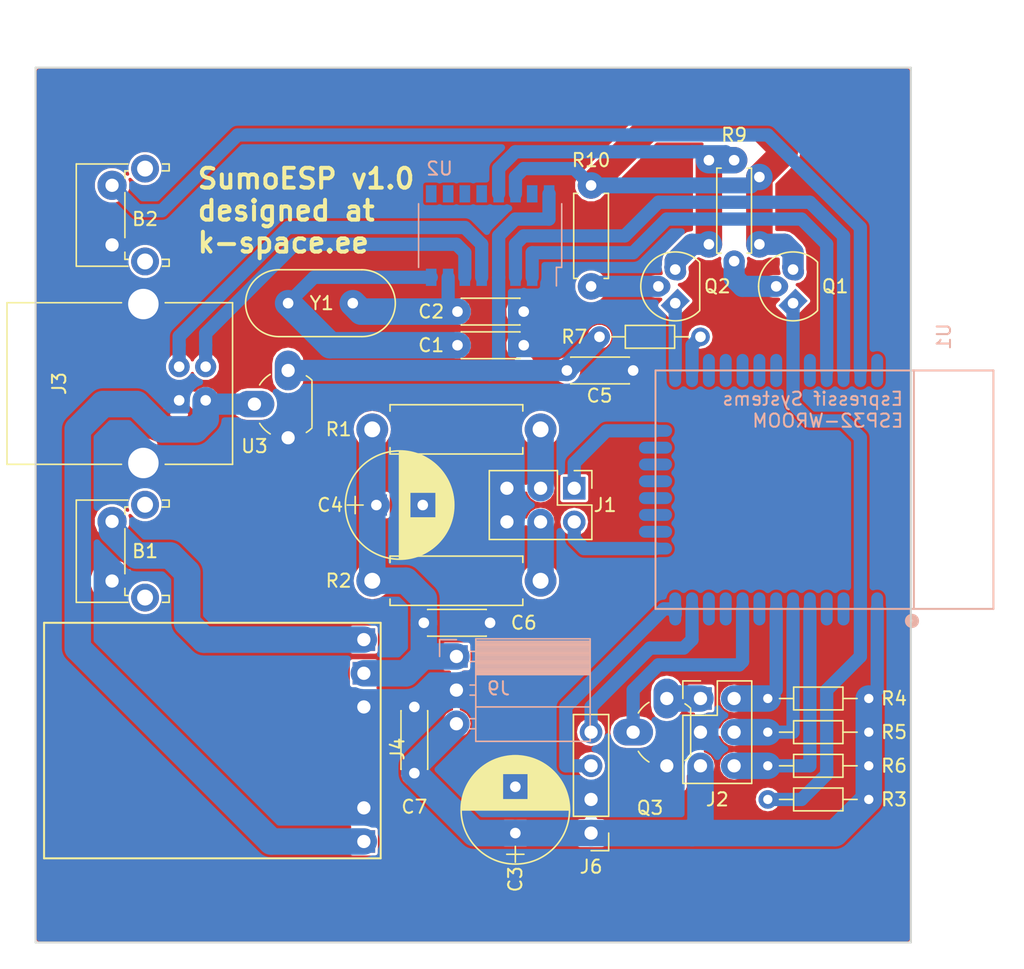
<source format=kicad_pcb>
(kicad_pcb (version 4) (host pcbnew 4.0.7)

  (general
    (links 81)
    (no_connects 0)
    (area 60.664999 58.895 138.319 133.510001)
    (thickness 1.6)
    (drawings 9)
    (tracks 190)
    (zones 0)
    (modules 31)
    (nets 32)
  )

  (page A4)
  (layers
    (0 F.Cu signal)
    (31 B.Cu signal)
    (32 B.Adhes user)
    (33 F.Adhes user)
    (34 B.Paste user)
    (35 F.Paste user)
    (36 B.SilkS user)
    (37 F.SilkS user)
    (38 B.Mask user)
    (39 F.Mask user)
    (40 Dwgs.User user)
    (41 Cmts.User user)
    (42 Eco1.User user)
    (43 Eco2.User user)
    (44 Edge.Cuts user)
    (45 Margin user)
    (46 B.CrtYd user)
    (47 F.CrtYd user)
    (48 B.Fab user)
    (49 F.Fab user)
  )

  (setup
    (last_trace_width 1)
    (user_trace_width 0.8)
    (user_trace_width 1)
    (user_trace_width 1.2)
    (user_trace_width 1.5)
    (user_trace_width 1.6)
    (user_trace_width 1.7)
    (user_trace_width 1.8)
    (user_trace_width 2)
    (trace_clearance 0.2)
    (zone_clearance 0)
    (zone_45_only yes)
    (trace_min 0.2)
    (segment_width 0.2)
    (edge_width 0.15)
    (via_size 0.6)
    (via_drill 0.4)
    (via_min_size 0.4)
    (via_min_drill 0.3)
    (user_via 1.7 1)
    (uvia_size 0.3)
    (uvia_drill 0.1)
    (uvias_allowed no)
    (uvia_min_size 0.2)
    (uvia_min_drill 0.1)
    (pcb_text_width 0.3)
    (pcb_text_size 1.5 1.5)
    (mod_edge_width 0.15)
    (mod_text_size 1 1)
    (mod_text_width 0.15)
    (pad_size 1.3 1.3)
    (pad_drill 0.7)
    (pad_to_mask_clearance 0.2)
    (aux_axis_origin 0 0)
    (visible_elements FFFFFF7F)
    (pcbplotparams
      (layerselection 0x01000_80000001)
      (usegerberextensions true)
      (excludeedgelayer true)
      (linewidth 0.100000)
      (plotframeref false)
      (viasonmask false)
      (mode 1)
      (useauxorigin false)
      (hpglpennumber 1)
      (hpglpenspeed 20)
      (hpglpendiameter 15)
      (hpglpenoverlay 2)
      (psnegative false)
      (psa4output false)
      (plotreference true)
      (plotvalue true)
      (plotinvisibletext false)
      (padsonsilk false)
      (subtractmaskfromsilk false)
      (outputformat 1)
      (mirror false)
      (drillshape 0)
      (scaleselection 1)
      (outputdirectory export/))
  )

  (net 0 "")
  (net 1 "Net-(B1-Pad2)")
  (net 2 GND)
  (net 3 "Net-(C1-Pad1)")
  (net 4 "Net-(C2-Pad1)")
  (net 5 "Net-(J1-Pad2)")
  (net 6 "Net-(J1-Pad3)")
  (net 7 VBUS)
  (net 8 "Net-(J3-Pad2)")
  (net 9 "Net-(J3-Pad3)")
  (net 10 +5V)
  (net 11 +3V3)
  (net 12 "Net-(J6-Pad3)")
  (net 13 "Net-(U1-Pad35)")
  (net 14 "Net-(U1-Pad34)")
  (net 15 "Net-(J1-Pad4)")
  (net 16 "Net-(J1-Pad1)")
  (net 17 "Net-(Q1-Pad2)")
  (net 18 "Net-(Q1-Pad3)")
  (net 19 "Net-(Q1-Pad1)")
  (net 20 "Net-(Q2-Pad2)")
  (net 21 "Net-(Q2-Pad3)")
  (net 22 "Net-(Q2-Pad1)")
  (net 23 "Net-(J2-Pad6)")
  (net 24 "Net-(J2-Pad1)")
  (net 25 "Net-(Q3-Pad2)")
  (net 26 "Net-(J6-Pad4)")
  (net 27 "Net-(C5-Pad1)")
  (net 28 "Net-(B2-Pad2)")
  (net 29 "Net-(R7-Pad2)")
  (net 30 "Net-(J2-Pad2)")
  (net 31 "Net-(J2-Pad4)")

  (net_class Default "This is the default net class."
    (clearance 0.2)
    (trace_width 0.25)
    (via_dia 0.6)
    (via_drill 0.4)
    (uvia_dia 0.3)
    (uvia_drill 0.1)
    (add_net +3V3)
    (add_net +5V)
    (add_net GND)
    (add_net "Net-(B1-Pad2)")
    (add_net "Net-(B2-Pad2)")
    (add_net "Net-(C1-Pad1)")
    (add_net "Net-(C2-Pad1)")
    (add_net "Net-(C5-Pad1)")
    (add_net "Net-(J1-Pad1)")
    (add_net "Net-(J1-Pad2)")
    (add_net "Net-(J1-Pad3)")
    (add_net "Net-(J1-Pad4)")
    (add_net "Net-(J2-Pad1)")
    (add_net "Net-(J2-Pad2)")
    (add_net "Net-(J2-Pad4)")
    (add_net "Net-(J2-Pad6)")
    (add_net "Net-(J3-Pad2)")
    (add_net "Net-(J3-Pad3)")
    (add_net "Net-(J6-Pad3)")
    (add_net "Net-(J6-Pad4)")
    (add_net "Net-(Q1-Pad1)")
    (add_net "Net-(Q1-Pad2)")
    (add_net "Net-(Q1-Pad3)")
    (add_net "Net-(Q2-Pad1)")
    (add_net "Net-(Q2-Pad2)")
    (add_net "Net-(Q2-Pad3)")
    (add_net "Net-(Q3-Pad2)")
    (add_net "Net-(R7-Pad2)")
    (add_net "Net-(U1-Pad34)")
    (add_net "Net-(U1-Pad35)")
    (add_net VBUS)
  )

  (module Capacitors_THT:C_Disc_D4.3mm_W1.9mm_P5.00mm (layer F.Cu) (tedit 597BC7C2) (tstamp 5BCE11FF)
    (at 103.585 86.36)
    (descr "C, Disc series, Radial, pin pitch=5.00mm, , diameter*width=4.3*1.9mm^2, Capacitor, http://www.vishay.com/docs/45233/krseries.pdf")
    (tags "C Disc series Radial pin pitch 5.00mm  diameter 4.3mm width 1.9mm Capacitor")
    (path /5BCE03FC)
    (fp_text reference C5 (at 2.46 1.905) (layer F.SilkS)
      (effects (font (size 1 1) (thickness 0.15)))
    )
    (fp_text value 100n (at 2.5 0) (layer F.Fab)
      (effects (font (size 1 1) (thickness 0.15)))
    )
    (fp_line (start 0.35 -0.95) (end 0.35 0.95) (layer F.Fab) (width 0.1))
    (fp_line (start 0.35 0.95) (end 4.65 0.95) (layer F.Fab) (width 0.1))
    (fp_line (start 4.65 0.95) (end 4.65 -0.95) (layer F.Fab) (width 0.1))
    (fp_line (start 4.65 -0.95) (end 0.35 -0.95) (layer F.Fab) (width 0.1))
    (fp_line (start 0.29 -1.01) (end 4.71 -1.01) (layer F.SilkS) (width 0.12))
    (fp_line (start 0.29 1.01) (end 4.71 1.01) (layer F.SilkS) (width 0.12))
    (fp_line (start 0.29 -1.01) (end 0.29 -0.996) (layer F.SilkS) (width 0.12))
    (fp_line (start 0.29 0.996) (end 0.29 1.01) (layer F.SilkS) (width 0.12))
    (fp_line (start 4.71 -1.01) (end 4.71 -0.996) (layer F.SilkS) (width 0.12))
    (fp_line (start 4.71 0.996) (end 4.71 1.01) (layer F.SilkS) (width 0.12))
    (fp_line (start -1.05 -1.3) (end -1.05 1.3) (layer F.CrtYd) (width 0.05))
    (fp_line (start -1.05 1.3) (end 6.05 1.3) (layer F.CrtYd) (width 0.05))
    (fp_line (start 6.05 1.3) (end 6.05 -1.3) (layer F.CrtYd) (width 0.05))
    (fp_line (start 6.05 -1.3) (end -1.05 -1.3) (layer F.CrtYd) (width 0.05))
    (fp_text user %R (at 2.46 0) (layer F.Fab)
      (effects (font (size 1 1) (thickness 0.15)))
    )
    (pad 1 thru_hole circle (at 0 0) (size 1.6 1.6) (drill 0.8) (layers *.Cu *.Mask)
      (net 27 "Net-(C5-Pad1)"))
    (pad 2 thru_hole circle (at 5 0) (size 1.6 1.6) (drill 0.8) (layers *.Cu *.Mask)
      (net 2 GND))
    (model ${KISYS3DMOD}/Capacitors_THT.3dshapes/C_Disc_D4.3mm_W1.9mm_P5.00mm.wrl
      (at (xyz 0 0 0))
      (scale (xyz 1 1 1))
      (rotate (xyz 0 0 0))
    )
  )

  (module Pin_Headers:Pin_Header_Straight_1x04_Pitch2.54mm (layer F.Cu) (tedit 59650532) (tstamp 5BC33A3D)
    (at 105.41 121.285 180)
    (descr "Through hole straight pin header, 1x04, 2.54mm pitch, single row")
    (tags "Through hole pin header THT 1x04 2.54mm single row")
    (path /5ABFECFB)
    (fp_text reference J6 (at 0 -2.54 180) (layer F.SilkS)
      (effects (font (size 1 1) (thickness 0.15)))
    )
    (fp_text value Ultrasonic (at 0 10.16 180) (layer F.Fab)
      (effects (font (size 1 1) (thickness 0.15)))
    )
    (fp_line (start -0.635 -1.27) (end 1.27 -1.27) (layer F.Fab) (width 0.1))
    (fp_line (start 1.27 -1.27) (end 1.27 8.89) (layer F.Fab) (width 0.1))
    (fp_line (start 1.27 8.89) (end -1.27 8.89) (layer F.Fab) (width 0.1))
    (fp_line (start -1.27 8.89) (end -1.27 -0.635) (layer F.Fab) (width 0.1))
    (fp_line (start -1.27 -0.635) (end -0.635 -1.27) (layer F.Fab) (width 0.1))
    (fp_line (start -1.33 8.95) (end 1.33 8.95) (layer F.SilkS) (width 0.12))
    (fp_line (start -1.33 1.27) (end -1.33 8.95) (layer F.SilkS) (width 0.12))
    (fp_line (start 1.33 1.27) (end 1.33 8.95) (layer F.SilkS) (width 0.12))
    (fp_line (start -1.33 1.27) (end 1.33 1.27) (layer F.SilkS) (width 0.12))
    (fp_line (start -1.33 0) (end -1.33 -1.33) (layer F.SilkS) (width 0.12))
    (fp_line (start -1.33 -1.33) (end 0 -1.33) (layer F.SilkS) (width 0.12))
    (fp_line (start -1.8 -1.8) (end -1.8 9.4) (layer F.CrtYd) (width 0.05))
    (fp_line (start -1.8 9.4) (end 1.8 9.4) (layer F.CrtYd) (width 0.05))
    (fp_line (start 1.8 9.4) (end 1.8 -1.8) (layer F.CrtYd) (width 0.05))
    (fp_line (start 1.8 -1.8) (end -1.8 -1.8) (layer F.CrtYd) (width 0.05))
    (fp_text user %R (at 0 -2.54 360) (layer F.Fab)
      (effects (font (size 1 1) (thickness 0.15)))
    )
    (pad 1 thru_hole rect (at 0 0 180) (size 1.7 1.7) (drill 1) (layers *.Cu *.Mask)
      (net 11 +3V3))
    (pad 2 thru_hole oval (at 0 2.54 180) (size 1.7 1.7) (drill 1) (layers *.Cu *.Mask)
      (net 2 GND))
    (pad 3 thru_hole oval (at 0 5.08 180) (size 1.7 1.7) (drill 1) (layers *.Cu *.Mask)
      (net 12 "Net-(J6-Pad3)"))
    (pad 4 thru_hole oval (at 0 7.62 180) (size 1.7 1.7) (drill 1) (layers *.Cu *.Mask)
      (net 26 "Net-(J6-Pad4)"))
    (model ${KISYS3DMOD}/Pin_Headers.3dshapes/Pin_Header_Straight_1x04_Pitch2.54mm.wrl
      (at (xyz 0 0 0))
      (scale (xyz 1 1 1))
      (rotate (xyz 0 0 0))
    )
  )

  (module Capacitors_THT:CP_Radial_D8.0mm_P3.50mm (layer F.Cu) (tedit 597BC7C2) (tstamp 5BCE0F66)
    (at 89.21 96.52)
    (descr "CP, Radial series, Radial, pin pitch=3.50mm, , diameter=8mm, Electrolytic Capacitor")
    (tags "CP Radial series Radial pin pitch 3.50mm  diameter 8mm Electrolytic Capacitor")
    (path /5BC28918)
    (fp_text reference C4 (at -3.485 0) (layer F.SilkS)
      (effects (font (size 1 1) (thickness 0.15)))
    )
    (fp_text value 1000µ (at 1.75 1.905) (layer F.Fab)
      (effects (font (size 1 1) (thickness 0.15)))
    )
    (fp_circle (center 1.75 0) (end 5.75 0) (layer F.Fab) (width 0.1))
    (fp_circle (center 1.75 0) (end 5.84 0) (layer F.SilkS) (width 0.12))
    (fp_line (start -2.2 0) (end -1 0) (layer F.Fab) (width 0.1))
    (fp_line (start -1.6 -0.65) (end -1.6 0.65) (layer F.Fab) (width 0.1))
    (fp_line (start 1.75 -4.05) (end 1.75 4.05) (layer F.SilkS) (width 0.12))
    (fp_line (start 1.79 -4.05) (end 1.79 4.05) (layer F.SilkS) (width 0.12))
    (fp_line (start 1.83 -4.05) (end 1.83 4.05) (layer F.SilkS) (width 0.12))
    (fp_line (start 1.87 -4.049) (end 1.87 4.049) (layer F.SilkS) (width 0.12))
    (fp_line (start 1.91 -4.047) (end 1.91 4.047) (layer F.SilkS) (width 0.12))
    (fp_line (start 1.95 -4.046) (end 1.95 4.046) (layer F.SilkS) (width 0.12))
    (fp_line (start 1.99 -4.043) (end 1.99 4.043) (layer F.SilkS) (width 0.12))
    (fp_line (start 2.03 -4.041) (end 2.03 4.041) (layer F.SilkS) (width 0.12))
    (fp_line (start 2.07 -4.038) (end 2.07 4.038) (layer F.SilkS) (width 0.12))
    (fp_line (start 2.11 -4.035) (end 2.11 4.035) (layer F.SilkS) (width 0.12))
    (fp_line (start 2.15 -4.031) (end 2.15 4.031) (layer F.SilkS) (width 0.12))
    (fp_line (start 2.19 -4.027) (end 2.19 4.027) (layer F.SilkS) (width 0.12))
    (fp_line (start 2.23 -4.022) (end 2.23 4.022) (layer F.SilkS) (width 0.12))
    (fp_line (start 2.27 -4.017) (end 2.27 4.017) (layer F.SilkS) (width 0.12))
    (fp_line (start 2.31 -4.012) (end 2.31 4.012) (layer F.SilkS) (width 0.12))
    (fp_line (start 2.35 -4.006) (end 2.35 4.006) (layer F.SilkS) (width 0.12))
    (fp_line (start 2.39 -4) (end 2.39 4) (layer F.SilkS) (width 0.12))
    (fp_line (start 2.43 -3.994) (end 2.43 3.994) (layer F.SilkS) (width 0.12))
    (fp_line (start 2.471 -3.987) (end 2.471 3.987) (layer F.SilkS) (width 0.12))
    (fp_line (start 2.511 -3.979) (end 2.511 3.979) (layer F.SilkS) (width 0.12))
    (fp_line (start 2.551 -3.971) (end 2.551 -0.98) (layer F.SilkS) (width 0.12))
    (fp_line (start 2.551 0.98) (end 2.551 3.971) (layer F.SilkS) (width 0.12))
    (fp_line (start 2.591 -3.963) (end 2.591 -0.98) (layer F.SilkS) (width 0.12))
    (fp_line (start 2.591 0.98) (end 2.591 3.963) (layer F.SilkS) (width 0.12))
    (fp_line (start 2.631 -3.955) (end 2.631 -0.98) (layer F.SilkS) (width 0.12))
    (fp_line (start 2.631 0.98) (end 2.631 3.955) (layer F.SilkS) (width 0.12))
    (fp_line (start 2.671 -3.946) (end 2.671 -0.98) (layer F.SilkS) (width 0.12))
    (fp_line (start 2.671 0.98) (end 2.671 3.946) (layer F.SilkS) (width 0.12))
    (fp_line (start 2.711 -3.936) (end 2.711 -0.98) (layer F.SilkS) (width 0.12))
    (fp_line (start 2.711 0.98) (end 2.711 3.936) (layer F.SilkS) (width 0.12))
    (fp_line (start 2.751 -3.926) (end 2.751 -0.98) (layer F.SilkS) (width 0.12))
    (fp_line (start 2.751 0.98) (end 2.751 3.926) (layer F.SilkS) (width 0.12))
    (fp_line (start 2.791 -3.916) (end 2.791 -0.98) (layer F.SilkS) (width 0.12))
    (fp_line (start 2.791 0.98) (end 2.791 3.916) (layer F.SilkS) (width 0.12))
    (fp_line (start 2.831 -3.905) (end 2.831 -0.98) (layer F.SilkS) (width 0.12))
    (fp_line (start 2.831 0.98) (end 2.831 3.905) (layer F.SilkS) (width 0.12))
    (fp_line (start 2.871 -3.894) (end 2.871 -0.98) (layer F.SilkS) (width 0.12))
    (fp_line (start 2.871 0.98) (end 2.871 3.894) (layer F.SilkS) (width 0.12))
    (fp_line (start 2.911 -3.883) (end 2.911 -0.98) (layer F.SilkS) (width 0.12))
    (fp_line (start 2.911 0.98) (end 2.911 3.883) (layer F.SilkS) (width 0.12))
    (fp_line (start 2.951 -3.87) (end 2.951 -0.98) (layer F.SilkS) (width 0.12))
    (fp_line (start 2.951 0.98) (end 2.951 3.87) (layer F.SilkS) (width 0.12))
    (fp_line (start 2.991 -3.858) (end 2.991 -0.98) (layer F.SilkS) (width 0.12))
    (fp_line (start 2.991 0.98) (end 2.991 3.858) (layer F.SilkS) (width 0.12))
    (fp_line (start 3.031 -3.845) (end 3.031 -0.98) (layer F.SilkS) (width 0.12))
    (fp_line (start 3.031 0.98) (end 3.031 3.845) (layer F.SilkS) (width 0.12))
    (fp_line (start 3.071 -3.832) (end 3.071 -0.98) (layer F.SilkS) (width 0.12))
    (fp_line (start 3.071 0.98) (end 3.071 3.832) (layer F.SilkS) (width 0.12))
    (fp_line (start 3.111 -3.818) (end 3.111 -0.98) (layer F.SilkS) (width 0.12))
    (fp_line (start 3.111 0.98) (end 3.111 3.818) (layer F.SilkS) (width 0.12))
    (fp_line (start 3.151 -3.803) (end 3.151 -0.98) (layer F.SilkS) (width 0.12))
    (fp_line (start 3.151 0.98) (end 3.151 3.803) (layer F.SilkS) (width 0.12))
    (fp_line (start 3.191 -3.789) (end 3.191 -0.98) (layer F.SilkS) (width 0.12))
    (fp_line (start 3.191 0.98) (end 3.191 3.789) (layer F.SilkS) (width 0.12))
    (fp_line (start 3.231 -3.773) (end 3.231 -0.98) (layer F.SilkS) (width 0.12))
    (fp_line (start 3.231 0.98) (end 3.231 3.773) (layer F.SilkS) (width 0.12))
    (fp_line (start 3.271 -3.758) (end 3.271 -0.98) (layer F.SilkS) (width 0.12))
    (fp_line (start 3.271 0.98) (end 3.271 3.758) (layer F.SilkS) (width 0.12))
    (fp_line (start 3.311 -3.741) (end 3.311 -0.98) (layer F.SilkS) (width 0.12))
    (fp_line (start 3.311 0.98) (end 3.311 3.741) (layer F.SilkS) (width 0.12))
    (fp_line (start 3.351 -3.725) (end 3.351 -0.98) (layer F.SilkS) (width 0.12))
    (fp_line (start 3.351 0.98) (end 3.351 3.725) (layer F.SilkS) (width 0.12))
    (fp_line (start 3.391 -3.707) (end 3.391 -0.98) (layer F.SilkS) (width 0.12))
    (fp_line (start 3.391 0.98) (end 3.391 3.707) (layer F.SilkS) (width 0.12))
    (fp_line (start 3.431 -3.69) (end 3.431 -0.98) (layer F.SilkS) (width 0.12))
    (fp_line (start 3.431 0.98) (end 3.431 3.69) (layer F.SilkS) (width 0.12))
    (fp_line (start 3.471 -3.671) (end 3.471 -0.98) (layer F.SilkS) (width 0.12))
    (fp_line (start 3.471 0.98) (end 3.471 3.671) (layer F.SilkS) (width 0.12))
    (fp_line (start 3.511 -3.652) (end 3.511 -0.98) (layer F.SilkS) (width 0.12))
    (fp_line (start 3.511 0.98) (end 3.511 3.652) (layer F.SilkS) (width 0.12))
    (fp_line (start 3.551 -3.633) (end 3.551 -0.98) (layer F.SilkS) (width 0.12))
    (fp_line (start 3.551 0.98) (end 3.551 3.633) (layer F.SilkS) (width 0.12))
    (fp_line (start 3.591 -3.613) (end 3.591 -0.98) (layer F.SilkS) (width 0.12))
    (fp_line (start 3.591 0.98) (end 3.591 3.613) (layer F.SilkS) (width 0.12))
    (fp_line (start 3.631 -3.593) (end 3.631 -0.98) (layer F.SilkS) (width 0.12))
    (fp_line (start 3.631 0.98) (end 3.631 3.593) (layer F.SilkS) (width 0.12))
    (fp_line (start 3.671 -3.572) (end 3.671 -0.98) (layer F.SilkS) (width 0.12))
    (fp_line (start 3.671 0.98) (end 3.671 3.572) (layer F.SilkS) (width 0.12))
    (fp_line (start 3.711 -3.55) (end 3.711 -0.98) (layer F.SilkS) (width 0.12))
    (fp_line (start 3.711 0.98) (end 3.711 3.55) (layer F.SilkS) (width 0.12))
    (fp_line (start 3.751 -3.528) (end 3.751 -0.98) (layer F.SilkS) (width 0.12))
    (fp_line (start 3.751 0.98) (end 3.751 3.528) (layer F.SilkS) (width 0.12))
    (fp_line (start 3.791 -3.505) (end 3.791 -0.98) (layer F.SilkS) (width 0.12))
    (fp_line (start 3.791 0.98) (end 3.791 3.505) (layer F.SilkS) (width 0.12))
    (fp_line (start 3.831 -3.482) (end 3.831 -0.98) (layer F.SilkS) (width 0.12))
    (fp_line (start 3.831 0.98) (end 3.831 3.482) (layer F.SilkS) (width 0.12))
    (fp_line (start 3.871 -3.458) (end 3.871 -0.98) (layer F.SilkS) (width 0.12))
    (fp_line (start 3.871 0.98) (end 3.871 3.458) (layer F.SilkS) (width 0.12))
    (fp_line (start 3.911 -3.434) (end 3.911 -0.98) (layer F.SilkS) (width 0.12))
    (fp_line (start 3.911 0.98) (end 3.911 3.434) (layer F.SilkS) (width 0.12))
    (fp_line (start 3.951 -3.408) (end 3.951 -0.98) (layer F.SilkS) (width 0.12))
    (fp_line (start 3.951 0.98) (end 3.951 3.408) (layer F.SilkS) (width 0.12))
    (fp_line (start 3.991 -3.383) (end 3.991 -0.98) (layer F.SilkS) (width 0.12))
    (fp_line (start 3.991 0.98) (end 3.991 3.383) (layer F.SilkS) (width 0.12))
    (fp_line (start 4.031 -3.356) (end 4.031 -0.98) (layer F.SilkS) (width 0.12))
    (fp_line (start 4.031 0.98) (end 4.031 3.356) (layer F.SilkS) (width 0.12))
    (fp_line (start 4.071 -3.329) (end 4.071 -0.98) (layer F.SilkS) (width 0.12))
    (fp_line (start 4.071 0.98) (end 4.071 3.329) (layer F.SilkS) (width 0.12))
    (fp_line (start 4.111 -3.301) (end 4.111 -0.98) (layer F.SilkS) (width 0.12))
    (fp_line (start 4.111 0.98) (end 4.111 3.301) (layer F.SilkS) (width 0.12))
    (fp_line (start 4.151 -3.272) (end 4.151 -0.98) (layer F.SilkS) (width 0.12))
    (fp_line (start 4.151 0.98) (end 4.151 3.272) (layer F.SilkS) (width 0.12))
    (fp_line (start 4.191 -3.243) (end 4.191 -0.98) (layer F.SilkS) (width 0.12))
    (fp_line (start 4.191 0.98) (end 4.191 3.243) (layer F.SilkS) (width 0.12))
    (fp_line (start 4.231 -3.213) (end 4.231 -0.98) (layer F.SilkS) (width 0.12))
    (fp_line (start 4.231 0.98) (end 4.231 3.213) (layer F.SilkS) (width 0.12))
    (fp_line (start 4.271 -3.182) (end 4.271 -0.98) (layer F.SilkS) (width 0.12))
    (fp_line (start 4.271 0.98) (end 4.271 3.182) (layer F.SilkS) (width 0.12))
    (fp_line (start 4.311 -3.15) (end 4.311 -0.98) (layer F.SilkS) (width 0.12))
    (fp_line (start 4.311 0.98) (end 4.311 3.15) (layer F.SilkS) (width 0.12))
    (fp_line (start 4.351 -3.118) (end 4.351 -0.98) (layer F.SilkS) (width 0.12))
    (fp_line (start 4.351 0.98) (end 4.351 3.118) (layer F.SilkS) (width 0.12))
    (fp_line (start 4.391 -3.084) (end 4.391 -0.98) (layer F.SilkS) (width 0.12))
    (fp_line (start 4.391 0.98) (end 4.391 3.084) (layer F.SilkS) (width 0.12))
    (fp_line (start 4.431 -3.05) (end 4.431 -0.98) (layer F.SilkS) (width 0.12))
    (fp_line (start 4.431 0.98) (end 4.431 3.05) (layer F.SilkS) (width 0.12))
    (fp_line (start 4.471 -3.015) (end 4.471 -0.98) (layer F.SilkS) (width 0.12))
    (fp_line (start 4.471 0.98) (end 4.471 3.015) (layer F.SilkS) (width 0.12))
    (fp_line (start 4.511 -2.979) (end 4.511 2.979) (layer F.SilkS) (width 0.12))
    (fp_line (start 4.551 -2.942) (end 4.551 2.942) (layer F.SilkS) (width 0.12))
    (fp_line (start 4.591 -2.904) (end 4.591 2.904) (layer F.SilkS) (width 0.12))
    (fp_line (start 4.631 -2.865) (end 4.631 2.865) (layer F.SilkS) (width 0.12))
    (fp_line (start 4.671 -2.824) (end 4.671 2.824) (layer F.SilkS) (width 0.12))
    (fp_line (start 4.711 -2.783) (end 4.711 2.783) (layer F.SilkS) (width 0.12))
    (fp_line (start 4.751 -2.74) (end 4.751 2.74) (layer F.SilkS) (width 0.12))
    (fp_line (start 4.791 -2.697) (end 4.791 2.697) (layer F.SilkS) (width 0.12))
    (fp_line (start 4.831 -2.652) (end 4.831 2.652) (layer F.SilkS) (width 0.12))
    (fp_line (start 4.871 -2.605) (end 4.871 2.605) (layer F.SilkS) (width 0.12))
    (fp_line (start 4.911 -2.557) (end 4.911 2.557) (layer F.SilkS) (width 0.12))
    (fp_line (start 4.951 -2.508) (end 4.951 2.508) (layer F.SilkS) (width 0.12))
    (fp_line (start 4.991 -2.457) (end 4.991 2.457) (layer F.SilkS) (width 0.12))
    (fp_line (start 5.031 -2.404) (end 5.031 2.404) (layer F.SilkS) (width 0.12))
    (fp_line (start 5.071 -2.349) (end 5.071 2.349) (layer F.SilkS) (width 0.12))
    (fp_line (start 5.111 -2.293) (end 5.111 2.293) (layer F.SilkS) (width 0.12))
    (fp_line (start 5.151 -2.234) (end 5.151 2.234) (layer F.SilkS) (width 0.12))
    (fp_line (start 5.191 -2.173) (end 5.191 2.173) (layer F.SilkS) (width 0.12))
    (fp_line (start 5.231 -2.109) (end 5.231 2.109) (layer F.SilkS) (width 0.12))
    (fp_line (start 5.271 -2.043) (end 5.271 2.043) (layer F.SilkS) (width 0.12))
    (fp_line (start 5.311 -1.974) (end 5.311 1.974) (layer F.SilkS) (width 0.12))
    (fp_line (start 5.351 -1.902) (end 5.351 1.902) (layer F.SilkS) (width 0.12))
    (fp_line (start 5.391 -1.826) (end 5.391 1.826) (layer F.SilkS) (width 0.12))
    (fp_line (start 5.431 -1.745) (end 5.431 1.745) (layer F.SilkS) (width 0.12))
    (fp_line (start 5.471 -1.66) (end 5.471 1.66) (layer F.SilkS) (width 0.12))
    (fp_line (start 5.511 -1.57) (end 5.511 1.57) (layer F.SilkS) (width 0.12))
    (fp_line (start 5.551 -1.473) (end 5.551 1.473) (layer F.SilkS) (width 0.12))
    (fp_line (start 5.591 -1.369) (end 5.591 1.369) (layer F.SilkS) (width 0.12))
    (fp_line (start 5.631 -1.254) (end 5.631 1.254) (layer F.SilkS) (width 0.12))
    (fp_line (start 5.671 -1.127) (end 5.671 1.127) (layer F.SilkS) (width 0.12))
    (fp_line (start 5.711 -0.983) (end 5.711 0.983) (layer F.SilkS) (width 0.12))
    (fp_line (start 5.751 -0.814) (end 5.751 0.814) (layer F.SilkS) (width 0.12))
    (fp_line (start 5.791 -0.598) (end 5.791 0.598) (layer F.SilkS) (width 0.12))
    (fp_line (start 5.831 -0.246) (end 5.831 0.246) (layer F.SilkS) (width 0.12))
    (fp_line (start -2.2 0) (end -1 0) (layer F.SilkS) (width 0.12))
    (fp_line (start -1.6 -0.65) (end -1.6 0.65) (layer F.SilkS) (width 0.12))
    (fp_line (start -2.6 -4.35) (end -2.6 4.35) (layer F.CrtYd) (width 0.05))
    (fp_line (start -2.6 4.35) (end 6.1 4.35) (layer F.CrtYd) (width 0.05))
    (fp_line (start 6.1 4.35) (end 6.1 -4.35) (layer F.CrtYd) (width 0.05))
    (fp_line (start 6.1 -4.35) (end -2.6 -4.35) (layer F.CrtYd) (width 0.05))
    (fp_text user %R (at 1.595 1.905) (layer F.Fab)
      (effects (font (size 1 1) (thickness 0.15)))
    )
    (pad 1 thru_hole rect (at 0 0) (size 1.6 1.6) (drill 0.8) (layers *.Cu *.Mask)
      (net 10 +5V))
    (pad 2 thru_hole circle (at 3.5 0) (size 1.6 1.6) (drill 0.8) (layers *.Cu *.Mask)
      (net 2 GND))
    (model ${KISYS3DMOD}/Capacitors_THT.3dshapes/CP_Radial_D8.0mm_P3.50mm.wrl
      (at (xyz 0 0 0))
      (scale (xyz 1 1 1))
      (rotate (xyz 0 0 0))
    )
  )

  (module Housings_SSOP:SOP-16_4.4x10.4mm_Pitch1.27mm (layer B.Cu) (tedit 589F0C2D) (tstamp 5ABFF2BA)
    (at 97.795 76.175 90)
    (descr "16-Lead Plastic Small Outline http://www.vishay.com/docs/49633/sg2098.pdf")
    (tags "SOP 1.27")
    (path /5ABF40DB)
    (attr smd)
    (fp_text reference U2 (at 5.055 -3.815 360) (layer B.SilkS)
      (effects (font (size 1 1) (thickness 0.15)) (justify mirror))
    )
    (fp_text value CH340G (at -0.025 -0.005 180) (layer B.Fab)
      (effects (font (size 1 1) (thickness 0.15)) (justify mirror))
    )
    (fp_text user %R (at 5.055 -3.815 180) (layer B.Fab)
      (effects (font (size 0.8 0.8) (thickness 0.15)) (justify mirror))
    )
    (fp_line (start -2.2 4.6) (end -1.6 5.2) (layer B.Fab) (width 0.1))
    (fp_line (start -2.4 5.4) (end -2.4 5) (layer B.SilkS) (width 0.12))
    (fp_line (start -2.4 5) (end -3.8 5) (layer B.SilkS) (width 0.12))
    (fp_line (start -1.6 5.2) (end 2.2 5.2) (layer B.Fab) (width 0.1))
    (fp_line (start 2.2 5.2) (end 2.2 -5.2) (layer B.Fab) (width 0.1))
    (fp_line (start 2.2 -5.2) (end -2.2 -5.2) (layer B.Fab) (width 0.1))
    (fp_line (start -2.2 -5.2) (end -2.2 4.6) (layer B.Fab) (width 0.1))
    (fp_line (start -2.4 5.4) (end 2.4 5.4) (layer B.SilkS) (width 0.12))
    (fp_line (start -2.4 -5.4) (end 2.4 -5.4) (layer B.SilkS) (width 0.12))
    (fp_line (start -4.05 5.45) (end 4.05 5.45) (layer B.CrtYd) (width 0.05))
    (fp_line (start -4.05 5.45) (end -4.05 -5.45) (layer B.CrtYd) (width 0.05))
    (fp_line (start 4.05 -5.45) (end 4.05 5.45) (layer B.CrtYd) (width 0.05))
    (fp_line (start 4.05 -5.45) (end -4.05 -5.45) (layer B.CrtYd) (width 0.05))
    (pad 1 smd rect (at -3.15 4.45 90) (size 1.3 0.8) (layers B.Cu B.Paste B.Mask)
      (net 2 GND))
    (pad 2 smd rect (at -3.15 3.17 90) (size 1.3 0.8) (layers B.Cu B.Paste B.Mask)
      (net 14 "Net-(U1-Pad34)"))
    (pad 3 smd rect (at -3.15 1.91 90) (size 1.3 0.8) (layers B.Cu B.Paste B.Mask)
      (net 13 "Net-(U1-Pad35)"))
    (pad 4 smd rect (at -3.15 0.64 90) (size 1.3 0.8) (layers B.Cu B.Paste B.Mask)
      (net 27 "Net-(C5-Pad1)"))
    (pad 5 smd rect (at -3.15 -0.64 90) (size 1.3 0.8) (layers B.Cu B.Paste B.Mask)
      (net 9 "Net-(J3-Pad3)"))
    (pad 6 smd rect (at -3.15 -1.91 90) (size 1.3 0.8) (layers B.Cu B.Paste B.Mask)
      (net 8 "Net-(J3-Pad2)"))
    (pad 7 smd rect (at -3.15 -3.17 90) (size 1.3 0.8) (layers B.Cu B.Paste B.Mask)
      (net 4 "Net-(C2-Pad1)"))
    (pad 8 smd rect (at -3.15 -4.45 90) (size 1.3 0.8) (layers B.Cu B.Paste B.Mask)
      (net 3 "Net-(C1-Pad1)"))
    (pad 9 smd rect (at 3.15 -4.45 90) (size 1.3 0.8) (layers B.Cu B.Paste B.Mask))
    (pad 10 smd rect (at 3.15 -3.17 90) (size 1.3 0.8) (layers B.Cu B.Paste B.Mask))
    (pad 11 smd rect (at 3.15 -1.91 90) (size 1.3 0.8) (layers B.Cu B.Paste B.Mask))
    (pad 12 smd rect (at 3.15 -0.64 90) (size 1.3 0.8) (layers B.Cu B.Paste B.Mask))
    (pad 13 smd rect (at 3.15 0.64 90) (size 1.3 0.8) (layers B.Cu B.Paste B.Mask)
      (net 21 "Net-(Q2-Pad3)"))
    (pad 14 smd rect (at 3.15 1.91 90) (size 1.3 0.8) (layers B.Cu B.Paste B.Mask)
      (net 18 "Net-(Q1-Pad3)"))
    (pad 15 smd rect (at 3.15 3.17 90) (size 1.3 0.8) (layers B.Cu B.Paste B.Mask))
    (pad 16 smd rect (at 3.15 4.45 90) (size 1.3 0.8) (layers B.Cu B.Paste B.Mask)
      (net 27 "Net-(C5-Pad1)"))
    (model ${KISYS3DMOD}/Housings_SSOP.3dshapes/SOP-16_4.4x10.4mm_Pitch1.27mm.wrl
      (at (xyz 0 0 0))
      (scale (xyz 1 1 1))
      (rotate (xyz 0 0 0))
    )
  )

  (module Crystals:Crystal_HC49-U_Vertical (layer F.Cu) (tedit 58CD2E9C) (tstamp 5AC616B3)
    (at 82.55 81.28)
    (descr "Crystal THT HC-49/U http://5hertz.com/pdfs/04404_D.pdf")
    (tags "THT crystalHC-49/U")
    (path /5ABF5070)
    (fp_text reference Y1 (at 2.54 0) (layer F.SilkS)
      (effects (font (size 1 1) (thickness 0.15)))
    )
    (fp_text value 12MHz (at 2.54 1.27) (layer F.Fab)
      (effects (font (size 1 1) (thickness 0.15)))
    )
    (fp_text user %R (at 5.08 3.81 180) (layer F.Fab)
      (effects (font (size 1 1) (thickness 0.15)))
    )
    (fp_line (start -0.685 -2.325) (end 5.565 -2.325) (layer F.Fab) (width 0.1))
    (fp_line (start -0.685 2.325) (end 5.565 2.325) (layer F.Fab) (width 0.1))
    (fp_line (start -0.56 -2) (end 5.44 -2) (layer F.Fab) (width 0.1))
    (fp_line (start -0.56 2) (end 5.44 2) (layer F.Fab) (width 0.1))
    (fp_line (start -0.685 -2.525) (end 5.565 -2.525) (layer F.SilkS) (width 0.12))
    (fp_line (start -0.685 2.525) (end 5.565 2.525) (layer F.SilkS) (width 0.12))
    (fp_line (start -3.5 -2.8) (end -3.5 2.8) (layer F.CrtYd) (width 0.05))
    (fp_line (start -3.5 2.8) (end 8.4 2.8) (layer F.CrtYd) (width 0.05))
    (fp_line (start 8.4 2.8) (end 8.4 -2.8) (layer F.CrtYd) (width 0.05))
    (fp_line (start 8.4 -2.8) (end -3.5 -2.8) (layer F.CrtYd) (width 0.05))
    (fp_arc (start -0.685 0) (end -0.685 -2.325) (angle -180) (layer F.Fab) (width 0.1))
    (fp_arc (start 5.565 0) (end 5.565 -2.325) (angle 180) (layer F.Fab) (width 0.1))
    (fp_arc (start -0.56 0) (end -0.56 -2) (angle -180) (layer F.Fab) (width 0.1))
    (fp_arc (start 5.44 0) (end 5.44 -2) (angle 180) (layer F.Fab) (width 0.1))
    (fp_arc (start -0.685 0) (end -0.685 -2.525) (angle -180) (layer F.SilkS) (width 0.12))
    (fp_arc (start 5.565 0) (end 5.565 -2.525) (angle 180) (layer F.SilkS) (width 0.12))
    (pad 1 thru_hole circle (at 0 0) (size 1.5 1.5) (drill 0.8) (layers *.Cu *.Mask)
      (net 3 "Net-(C1-Pad1)"))
    (pad 2 thru_hole circle (at 4.88 0) (size 1.5 1.5) (drill 0.8) (layers *.Cu *.Mask)
      (net 4 "Net-(C2-Pad1)"))
    (model ${KISYS3DMOD}/Crystals.3dshapes/Crystal_HC49-U_Vertical.wrl
      (at (xyz 0 0 0))
      (scale (xyz 0.393701 0.393701 0.393701))
      (rotate (xyz 0 0 0))
    )
  )

  (module Capacitors_THT:CP_Radial_D8.0mm_P3.50mm (layer F.Cu) (tedit 597BC7C2) (tstamp 5BCE0EBE)
    (at 99.695 121.285 90)
    (descr "CP, Radial series, Radial, pin pitch=3.50mm, , diameter=8mm, Electrolytic Capacitor")
    (tags "CP Radial series Radial pin pitch 3.50mm  diameter 8mm Electrolytic Capacitor")
    (path /5BC2846B)
    (fp_text reference C3 (at -3.485 0 90) (layer F.SilkS)
      (effects (font (size 1 1) (thickness 0.15)))
    )
    (fp_text value 1000µ (at 1.75 5.31 90) (layer F.Fab)
      (effects (font (size 1 1) (thickness 0.15)))
    )
    (fp_circle (center 1.75 0) (end 5.75 0) (layer F.Fab) (width 0.1))
    (fp_circle (center 1.75 0) (end 5.84 0) (layer F.SilkS) (width 0.12))
    (fp_line (start -2.2 0) (end -1 0) (layer F.Fab) (width 0.1))
    (fp_line (start -1.6 -0.65) (end -1.6 0.65) (layer F.Fab) (width 0.1))
    (fp_line (start 1.75 -4.05) (end 1.75 4.05) (layer F.SilkS) (width 0.12))
    (fp_line (start 1.79 -4.05) (end 1.79 4.05) (layer F.SilkS) (width 0.12))
    (fp_line (start 1.83 -4.05) (end 1.83 4.05) (layer F.SilkS) (width 0.12))
    (fp_line (start 1.87 -4.049) (end 1.87 4.049) (layer F.SilkS) (width 0.12))
    (fp_line (start 1.91 -4.047) (end 1.91 4.047) (layer F.SilkS) (width 0.12))
    (fp_line (start 1.95 -4.046) (end 1.95 4.046) (layer F.SilkS) (width 0.12))
    (fp_line (start 1.99 -4.043) (end 1.99 4.043) (layer F.SilkS) (width 0.12))
    (fp_line (start 2.03 -4.041) (end 2.03 4.041) (layer F.SilkS) (width 0.12))
    (fp_line (start 2.07 -4.038) (end 2.07 4.038) (layer F.SilkS) (width 0.12))
    (fp_line (start 2.11 -4.035) (end 2.11 4.035) (layer F.SilkS) (width 0.12))
    (fp_line (start 2.15 -4.031) (end 2.15 4.031) (layer F.SilkS) (width 0.12))
    (fp_line (start 2.19 -4.027) (end 2.19 4.027) (layer F.SilkS) (width 0.12))
    (fp_line (start 2.23 -4.022) (end 2.23 4.022) (layer F.SilkS) (width 0.12))
    (fp_line (start 2.27 -4.017) (end 2.27 4.017) (layer F.SilkS) (width 0.12))
    (fp_line (start 2.31 -4.012) (end 2.31 4.012) (layer F.SilkS) (width 0.12))
    (fp_line (start 2.35 -4.006) (end 2.35 4.006) (layer F.SilkS) (width 0.12))
    (fp_line (start 2.39 -4) (end 2.39 4) (layer F.SilkS) (width 0.12))
    (fp_line (start 2.43 -3.994) (end 2.43 3.994) (layer F.SilkS) (width 0.12))
    (fp_line (start 2.471 -3.987) (end 2.471 3.987) (layer F.SilkS) (width 0.12))
    (fp_line (start 2.511 -3.979) (end 2.511 3.979) (layer F.SilkS) (width 0.12))
    (fp_line (start 2.551 -3.971) (end 2.551 -0.98) (layer F.SilkS) (width 0.12))
    (fp_line (start 2.551 0.98) (end 2.551 3.971) (layer F.SilkS) (width 0.12))
    (fp_line (start 2.591 -3.963) (end 2.591 -0.98) (layer F.SilkS) (width 0.12))
    (fp_line (start 2.591 0.98) (end 2.591 3.963) (layer F.SilkS) (width 0.12))
    (fp_line (start 2.631 -3.955) (end 2.631 -0.98) (layer F.SilkS) (width 0.12))
    (fp_line (start 2.631 0.98) (end 2.631 3.955) (layer F.SilkS) (width 0.12))
    (fp_line (start 2.671 -3.946) (end 2.671 -0.98) (layer F.SilkS) (width 0.12))
    (fp_line (start 2.671 0.98) (end 2.671 3.946) (layer F.SilkS) (width 0.12))
    (fp_line (start 2.711 -3.936) (end 2.711 -0.98) (layer F.SilkS) (width 0.12))
    (fp_line (start 2.711 0.98) (end 2.711 3.936) (layer F.SilkS) (width 0.12))
    (fp_line (start 2.751 -3.926) (end 2.751 -0.98) (layer F.SilkS) (width 0.12))
    (fp_line (start 2.751 0.98) (end 2.751 3.926) (layer F.SilkS) (width 0.12))
    (fp_line (start 2.791 -3.916) (end 2.791 -0.98) (layer F.SilkS) (width 0.12))
    (fp_line (start 2.791 0.98) (end 2.791 3.916) (layer F.SilkS) (width 0.12))
    (fp_line (start 2.831 -3.905) (end 2.831 -0.98) (layer F.SilkS) (width 0.12))
    (fp_line (start 2.831 0.98) (end 2.831 3.905) (layer F.SilkS) (width 0.12))
    (fp_line (start 2.871 -3.894) (end 2.871 -0.98) (layer F.SilkS) (width 0.12))
    (fp_line (start 2.871 0.98) (end 2.871 3.894) (layer F.SilkS) (width 0.12))
    (fp_line (start 2.911 -3.883) (end 2.911 -0.98) (layer F.SilkS) (width 0.12))
    (fp_line (start 2.911 0.98) (end 2.911 3.883) (layer F.SilkS) (width 0.12))
    (fp_line (start 2.951 -3.87) (end 2.951 -0.98) (layer F.SilkS) (width 0.12))
    (fp_line (start 2.951 0.98) (end 2.951 3.87) (layer F.SilkS) (width 0.12))
    (fp_line (start 2.991 -3.858) (end 2.991 -0.98) (layer F.SilkS) (width 0.12))
    (fp_line (start 2.991 0.98) (end 2.991 3.858) (layer F.SilkS) (width 0.12))
    (fp_line (start 3.031 -3.845) (end 3.031 -0.98) (layer F.SilkS) (width 0.12))
    (fp_line (start 3.031 0.98) (end 3.031 3.845) (layer F.SilkS) (width 0.12))
    (fp_line (start 3.071 -3.832) (end 3.071 -0.98) (layer F.SilkS) (width 0.12))
    (fp_line (start 3.071 0.98) (end 3.071 3.832) (layer F.SilkS) (width 0.12))
    (fp_line (start 3.111 -3.818) (end 3.111 -0.98) (layer F.SilkS) (width 0.12))
    (fp_line (start 3.111 0.98) (end 3.111 3.818) (layer F.SilkS) (width 0.12))
    (fp_line (start 3.151 -3.803) (end 3.151 -0.98) (layer F.SilkS) (width 0.12))
    (fp_line (start 3.151 0.98) (end 3.151 3.803) (layer F.SilkS) (width 0.12))
    (fp_line (start 3.191 -3.789) (end 3.191 -0.98) (layer F.SilkS) (width 0.12))
    (fp_line (start 3.191 0.98) (end 3.191 3.789) (layer F.SilkS) (width 0.12))
    (fp_line (start 3.231 -3.773) (end 3.231 -0.98) (layer F.SilkS) (width 0.12))
    (fp_line (start 3.231 0.98) (end 3.231 3.773) (layer F.SilkS) (width 0.12))
    (fp_line (start 3.271 -3.758) (end 3.271 -0.98) (layer F.SilkS) (width 0.12))
    (fp_line (start 3.271 0.98) (end 3.271 3.758) (layer F.SilkS) (width 0.12))
    (fp_line (start 3.311 -3.741) (end 3.311 -0.98) (layer F.SilkS) (width 0.12))
    (fp_line (start 3.311 0.98) (end 3.311 3.741) (layer F.SilkS) (width 0.12))
    (fp_line (start 3.351 -3.725) (end 3.351 -0.98) (layer F.SilkS) (width 0.12))
    (fp_line (start 3.351 0.98) (end 3.351 3.725) (layer F.SilkS) (width 0.12))
    (fp_line (start 3.391 -3.707) (end 3.391 -0.98) (layer F.SilkS) (width 0.12))
    (fp_line (start 3.391 0.98) (end 3.391 3.707) (layer F.SilkS) (width 0.12))
    (fp_line (start 3.431 -3.69) (end 3.431 -0.98) (layer F.SilkS) (width 0.12))
    (fp_line (start 3.431 0.98) (end 3.431 3.69) (layer F.SilkS) (width 0.12))
    (fp_line (start 3.471 -3.671) (end 3.471 -0.98) (layer F.SilkS) (width 0.12))
    (fp_line (start 3.471 0.98) (end 3.471 3.671) (layer F.SilkS) (width 0.12))
    (fp_line (start 3.511 -3.652) (end 3.511 -0.98) (layer F.SilkS) (width 0.12))
    (fp_line (start 3.511 0.98) (end 3.511 3.652) (layer F.SilkS) (width 0.12))
    (fp_line (start 3.551 -3.633) (end 3.551 -0.98) (layer F.SilkS) (width 0.12))
    (fp_line (start 3.551 0.98) (end 3.551 3.633) (layer F.SilkS) (width 0.12))
    (fp_line (start 3.591 -3.613) (end 3.591 -0.98) (layer F.SilkS) (width 0.12))
    (fp_line (start 3.591 0.98) (end 3.591 3.613) (layer F.SilkS) (width 0.12))
    (fp_line (start 3.631 -3.593) (end 3.631 -0.98) (layer F.SilkS) (width 0.12))
    (fp_line (start 3.631 0.98) (end 3.631 3.593) (layer F.SilkS) (width 0.12))
    (fp_line (start 3.671 -3.572) (end 3.671 -0.98) (layer F.SilkS) (width 0.12))
    (fp_line (start 3.671 0.98) (end 3.671 3.572) (layer F.SilkS) (width 0.12))
    (fp_line (start 3.711 -3.55) (end 3.711 -0.98) (layer F.SilkS) (width 0.12))
    (fp_line (start 3.711 0.98) (end 3.711 3.55) (layer F.SilkS) (width 0.12))
    (fp_line (start 3.751 -3.528) (end 3.751 -0.98) (layer F.SilkS) (width 0.12))
    (fp_line (start 3.751 0.98) (end 3.751 3.528) (layer F.SilkS) (width 0.12))
    (fp_line (start 3.791 -3.505) (end 3.791 -0.98) (layer F.SilkS) (width 0.12))
    (fp_line (start 3.791 0.98) (end 3.791 3.505) (layer F.SilkS) (width 0.12))
    (fp_line (start 3.831 -3.482) (end 3.831 -0.98) (layer F.SilkS) (width 0.12))
    (fp_line (start 3.831 0.98) (end 3.831 3.482) (layer F.SilkS) (width 0.12))
    (fp_line (start 3.871 -3.458) (end 3.871 -0.98) (layer F.SilkS) (width 0.12))
    (fp_line (start 3.871 0.98) (end 3.871 3.458) (layer F.SilkS) (width 0.12))
    (fp_line (start 3.911 -3.434) (end 3.911 -0.98) (layer F.SilkS) (width 0.12))
    (fp_line (start 3.911 0.98) (end 3.911 3.434) (layer F.SilkS) (width 0.12))
    (fp_line (start 3.951 -3.408) (end 3.951 -0.98) (layer F.SilkS) (width 0.12))
    (fp_line (start 3.951 0.98) (end 3.951 3.408) (layer F.SilkS) (width 0.12))
    (fp_line (start 3.991 -3.383) (end 3.991 -0.98) (layer F.SilkS) (width 0.12))
    (fp_line (start 3.991 0.98) (end 3.991 3.383) (layer F.SilkS) (width 0.12))
    (fp_line (start 4.031 -3.356) (end 4.031 -0.98) (layer F.SilkS) (width 0.12))
    (fp_line (start 4.031 0.98) (end 4.031 3.356) (layer F.SilkS) (width 0.12))
    (fp_line (start 4.071 -3.329) (end 4.071 -0.98) (layer F.SilkS) (width 0.12))
    (fp_line (start 4.071 0.98) (end 4.071 3.329) (layer F.SilkS) (width 0.12))
    (fp_line (start 4.111 -3.301) (end 4.111 -0.98) (layer F.SilkS) (width 0.12))
    (fp_line (start 4.111 0.98) (end 4.111 3.301) (layer F.SilkS) (width 0.12))
    (fp_line (start 4.151 -3.272) (end 4.151 -0.98) (layer F.SilkS) (width 0.12))
    (fp_line (start 4.151 0.98) (end 4.151 3.272) (layer F.SilkS) (width 0.12))
    (fp_line (start 4.191 -3.243) (end 4.191 -0.98) (layer F.SilkS) (width 0.12))
    (fp_line (start 4.191 0.98) (end 4.191 3.243) (layer F.SilkS) (width 0.12))
    (fp_line (start 4.231 -3.213) (end 4.231 -0.98) (layer F.SilkS) (width 0.12))
    (fp_line (start 4.231 0.98) (end 4.231 3.213) (layer F.SilkS) (width 0.12))
    (fp_line (start 4.271 -3.182) (end 4.271 -0.98) (layer F.SilkS) (width 0.12))
    (fp_line (start 4.271 0.98) (end 4.271 3.182) (layer F.SilkS) (width 0.12))
    (fp_line (start 4.311 -3.15) (end 4.311 -0.98) (layer F.SilkS) (width 0.12))
    (fp_line (start 4.311 0.98) (end 4.311 3.15) (layer F.SilkS) (width 0.12))
    (fp_line (start 4.351 -3.118) (end 4.351 -0.98) (layer F.SilkS) (width 0.12))
    (fp_line (start 4.351 0.98) (end 4.351 3.118) (layer F.SilkS) (width 0.12))
    (fp_line (start 4.391 -3.084) (end 4.391 -0.98) (layer F.SilkS) (width 0.12))
    (fp_line (start 4.391 0.98) (end 4.391 3.084) (layer F.SilkS) (width 0.12))
    (fp_line (start 4.431 -3.05) (end 4.431 -0.98) (layer F.SilkS) (width 0.12))
    (fp_line (start 4.431 0.98) (end 4.431 3.05) (layer F.SilkS) (width 0.12))
    (fp_line (start 4.471 -3.015) (end 4.471 -0.98) (layer F.SilkS) (width 0.12))
    (fp_line (start 4.471 0.98) (end 4.471 3.015) (layer F.SilkS) (width 0.12))
    (fp_line (start 4.511 -2.979) (end 4.511 2.979) (layer F.SilkS) (width 0.12))
    (fp_line (start 4.551 -2.942) (end 4.551 2.942) (layer F.SilkS) (width 0.12))
    (fp_line (start 4.591 -2.904) (end 4.591 2.904) (layer F.SilkS) (width 0.12))
    (fp_line (start 4.631 -2.865) (end 4.631 2.865) (layer F.SilkS) (width 0.12))
    (fp_line (start 4.671 -2.824) (end 4.671 2.824) (layer F.SilkS) (width 0.12))
    (fp_line (start 4.711 -2.783) (end 4.711 2.783) (layer F.SilkS) (width 0.12))
    (fp_line (start 4.751 -2.74) (end 4.751 2.74) (layer F.SilkS) (width 0.12))
    (fp_line (start 4.791 -2.697) (end 4.791 2.697) (layer F.SilkS) (width 0.12))
    (fp_line (start 4.831 -2.652) (end 4.831 2.652) (layer F.SilkS) (width 0.12))
    (fp_line (start 4.871 -2.605) (end 4.871 2.605) (layer F.SilkS) (width 0.12))
    (fp_line (start 4.911 -2.557) (end 4.911 2.557) (layer F.SilkS) (width 0.12))
    (fp_line (start 4.951 -2.508) (end 4.951 2.508) (layer F.SilkS) (width 0.12))
    (fp_line (start 4.991 -2.457) (end 4.991 2.457) (layer F.SilkS) (width 0.12))
    (fp_line (start 5.031 -2.404) (end 5.031 2.404) (layer F.SilkS) (width 0.12))
    (fp_line (start 5.071 -2.349) (end 5.071 2.349) (layer F.SilkS) (width 0.12))
    (fp_line (start 5.111 -2.293) (end 5.111 2.293) (layer F.SilkS) (width 0.12))
    (fp_line (start 5.151 -2.234) (end 5.151 2.234) (layer F.SilkS) (width 0.12))
    (fp_line (start 5.191 -2.173) (end 5.191 2.173) (layer F.SilkS) (width 0.12))
    (fp_line (start 5.231 -2.109) (end 5.231 2.109) (layer F.SilkS) (width 0.12))
    (fp_line (start 5.271 -2.043) (end 5.271 2.043) (layer F.SilkS) (width 0.12))
    (fp_line (start 5.311 -1.974) (end 5.311 1.974) (layer F.SilkS) (width 0.12))
    (fp_line (start 5.351 -1.902) (end 5.351 1.902) (layer F.SilkS) (width 0.12))
    (fp_line (start 5.391 -1.826) (end 5.391 1.826) (layer F.SilkS) (width 0.12))
    (fp_line (start 5.431 -1.745) (end 5.431 1.745) (layer F.SilkS) (width 0.12))
    (fp_line (start 5.471 -1.66) (end 5.471 1.66) (layer F.SilkS) (width 0.12))
    (fp_line (start 5.511 -1.57) (end 5.511 1.57) (layer F.SilkS) (width 0.12))
    (fp_line (start 5.551 -1.473) (end 5.551 1.473) (layer F.SilkS) (width 0.12))
    (fp_line (start 5.591 -1.369) (end 5.591 1.369) (layer F.SilkS) (width 0.12))
    (fp_line (start 5.631 -1.254) (end 5.631 1.254) (layer F.SilkS) (width 0.12))
    (fp_line (start 5.671 -1.127) (end 5.671 1.127) (layer F.SilkS) (width 0.12))
    (fp_line (start 5.711 -0.983) (end 5.711 0.983) (layer F.SilkS) (width 0.12))
    (fp_line (start 5.751 -0.814) (end 5.751 0.814) (layer F.SilkS) (width 0.12))
    (fp_line (start 5.791 -0.598) (end 5.791 0.598) (layer F.SilkS) (width 0.12))
    (fp_line (start 5.831 -0.246) (end 5.831 0.246) (layer F.SilkS) (width 0.12))
    (fp_line (start -2.2 0) (end -1 0) (layer F.SilkS) (width 0.12))
    (fp_line (start -1.6 -0.65) (end -1.6 0.65) (layer F.SilkS) (width 0.12))
    (fp_line (start -2.6 -4.35) (end -2.6 4.35) (layer F.CrtYd) (width 0.05))
    (fp_line (start -2.6 4.35) (end 6.1 4.35) (layer F.CrtYd) (width 0.05))
    (fp_line (start 6.1 4.35) (end 6.1 -4.35) (layer F.CrtYd) (width 0.05))
    (fp_line (start 6.1 -4.35) (end -2.6 -4.35) (layer F.CrtYd) (width 0.05))
    (fp_text user %R (at 1.75 0 90) (layer F.Fab)
      (effects (font (size 1 1) (thickness 0.15)))
    )
    (pad 1 thru_hole rect (at 0 0 90) (size 1.6 1.6) (drill 0.8) (layers *.Cu *.Mask)
      (net 11 +3V3))
    (pad 2 thru_hole circle (at 3.5 0 90) (size 1.6 1.6) (drill 0.8) (layers *.Cu *.Mask)
      (net 2 GND))
    (model ${KISYS3DMOD}/Capacitors_THT.3dshapes/CP_Radial_D8.0mm_P3.50mm.wrl
      (at (xyz 0 0 0))
      (scale (xyz 1 1 1))
      (rotate (xyz 0 0 0))
    )
  )

  (module Connectors:USB_B (layer F.Cu) (tedit 5BDDE037) (tstamp 5AC6136A)
    (at 76.328 88.615 180)
    (descr "USB B connector")
    (tags "USB_B USB_DEV")
    (path /5AC614DF)
    (fp_text reference J3 (at 11.05 1.27 270) (layer F.SilkS)
      (effects (font (size 1 1) (thickness 0.15)))
    )
    (fp_text value USB_B (at 4.7 1.27 270) (layer F.Fab)
      (effects (font (size 1 1) (thickness 0.15)))
    )
    (fp_line (start 15.25 8.9) (end -2.3 8.9) (layer F.CrtYd) (width 0.05))
    (fp_line (start -2.3 8.9) (end -2.3 -6.35) (layer F.CrtYd) (width 0.05))
    (fp_line (start -2.3 -6.35) (end 15.25 -6.35) (layer F.CrtYd) (width 0.05))
    (fp_line (start 15.25 -6.35) (end 15.25 8.9) (layer F.CrtYd) (width 0.05))
    (fp_line (start 6.35 7.37) (end 14.99 7.37) (layer F.SilkS) (width 0.12))
    (fp_line (start -2.03 7.37) (end 3.05 7.37) (layer F.SilkS) (width 0.12))
    (fp_line (start 6.35 -4.83) (end 14.99 -4.83) (layer F.SilkS) (width 0.12))
    (fp_line (start -2.03 -4.83) (end 3.05 -4.83) (layer F.SilkS) (width 0.12))
    (fp_line (start 14.99 -4.83) (end 14.99 7.37) (layer F.SilkS) (width 0.12))
    (fp_line (start -2.03 7.37) (end -2.03 -4.83) (layer F.SilkS) (width 0.12))
    (pad 2 thru_hole circle (at 0 2.54 90) (size 1.59 1.59) (drill 0.8) (layers *.Cu *.Mask)
      (net 8 "Net-(J3-Pad2)"))
    (pad 1 thru_hole circle (at 0 0 90) (size 1.6 1.6) (drill 0.8) (layers *.Cu *.Mask)
      (net 7 VBUS))
    (pad 4 thru_hole circle (at 2 0 90) (size 1.6 1.6) (drill 0.8) (layers *.Cu *.Mask)
      (net 2 GND))
    (pad 3 thru_hole circle (at 2 2.54 90) (size 1.59 1.59) (drill 0.8) (layers *.Cu *.Mask)
      (net 9 "Net-(J3-Pad3)"))
    (pad 5 thru_hole circle (at 4.7 7.27 90) (size 2.7 2.7) (drill 2.3) (layers *.Cu *.Mask)
      (net 2 GND))
    (pad 5 thru_hole circle (at 4.7 -4.73 90) (size 2.7 2.7) (drill 2.3) (layers *.Cu *.Mask)
      (net 2 GND))
    (model ${KISYS3DMOD}/Connectors.3dshapes/USB_B.wrl
      (at (xyz 0.18 -0.05 0))
      (scale (xyz 0.39 0.39 0.39))
      (rotate (xyz 0 0 -90))
    )
  )

  (module Socket_Strips:Socket_Strip_Angled_1x03_Pitch2.54mm (layer B.Cu) (tedit 58CD5446) (tstamp 5AEECFA9)
    (at 95.25 107.95 180)
    (descr "Through hole angled socket strip, 1x03, 2.54mm pitch, 8.51mm socket length, single row")
    (tags "Through hole angled socket strip THT 1x03 2.54mm single row")
    (path /5AC03BC9)
    (fp_text reference J9 (at -3.175 -2.413 180) (layer B.SilkS)
      (effects (font (size 1 1) (thickness 0.15)) (justify mirror))
    )
    (fp_text value "3.3v step-down" (at -4.38 -7.35 180) (layer B.Fab)
      (effects (font (size 1 1) (thickness 0.15)) (justify mirror))
    )
    (fp_line (start -1.52 1.27) (end -1.52 -1.27) (layer B.Fab) (width 0.1))
    (fp_line (start -1.52 -1.27) (end -10.03 -1.27) (layer B.Fab) (width 0.1))
    (fp_line (start -10.03 -1.27) (end -10.03 1.27) (layer B.Fab) (width 0.1))
    (fp_line (start -10.03 1.27) (end -1.52 1.27) (layer B.Fab) (width 0.1))
    (fp_line (start 0 0.32) (end 0 -0.32) (layer B.Fab) (width 0.1))
    (fp_line (start 0 -0.32) (end -1.52 -0.32) (layer B.Fab) (width 0.1))
    (fp_line (start -1.52 -0.32) (end -1.52 0.32) (layer B.Fab) (width 0.1))
    (fp_line (start -1.52 0.32) (end 0 0.32) (layer B.Fab) (width 0.1))
    (fp_line (start -1.52 -1.27) (end -1.52 -3.81) (layer B.Fab) (width 0.1))
    (fp_line (start -1.52 -3.81) (end -10.03 -3.81) (layer B.Fab) (width 0.1))
    (fp_line (start -10.03 -3.81) (end -10.03 -1.27) (layer B.Fab) (width 0.1))
    (fp_line (start -10.03 -1.27) (end -1.52 -1.27) (layer B.Fab) (width 0.1))
    (fp_line (start 0 -2.22) (end 0 -2.86) (layer B.Fab) (width 0.1))
    (fp_line (start 0 -2.86) (end -1.52 -2.86) (layer B.Fab) (width 0.1))
    (fp_line (start -1.52 -2.86) (end -1.52 -2.22) (layer B.Fab) (width 0.1))
    (fp_line (start -1.52 -2.22) (end 0 -2.22) (layer B.Fab) (width 0.1))
    (fp_line (start -1.52 -3.81) (end -1.52 -6.35) (layer B.Fab) (width 0.1))
    (fp_line (start -1.52 -6.35) (end -10.03 -6.35) (layer B.Fab) (width 0.1))
    (fp_line (start -10.03 -6.35) (end -10.03 -3.81) (layer B.Fab) (width 0.1))
    (fp_line (start -10.03 -3.81) (end -1.52 -3.81) (layer B.Fab) (width 0.1))
    (fp_line (start 0 -4.76) (end 0 -5.4) (layer B.Fab) (width 0.1))
    (fp_line (start 0 -5.4) (end -1.52 -5.4) (layer B.Fab) (width 0.1))
    (fp_line (start -1.52 -5.4) (end -1.52 -4.76) (layer B.Fab) (width 0.1))
    (fp_line (start -1.52 -4.76) (end 0 -4.76) (layer B.Fab) (width 0.1))
    (fp_line (start -1.46 1.33) (end -1.46 -1.27) (layer B.SilkS) (width 0.12))
    (fp_line (start -1.46 -1.27) (end -10.09 -1.27) (layer B.SilkS) (width 0.12))
    (fp_line (start -10.09 -1.27) (end -10.09 1.33) (layer B.SilkS) (width 0.12))
    (fp_line (start -10.09 1.33) (end -1.46 1.33) (layer B.SilkS) (width 0.12))
    (fp_line (start -1.03 0.38) (end -1.46 0.38) (layer B.SilkS) (width 0.12))
    (fp_line (start -1.03 -0.38) (end -1.46 -0.38) (layer B.SilkS) (width 0.12))
    (fp_line (start -1.46 1.15) (end -10.09 1.15) (layer B.SilkS) (width 0.12))
    (fp_line (start -1.46 1.03) (end -10.09 1.03) (layer B.SilkS) (width 0.12))
    (fp_line (start -1.46 0.91) (end -10.09 0.91) (layer B.SilkS) (width 0.12))
    (fp_line (start -1.46 0.79) (end -10.09 0.79) (layer B.SilkS) (width 0.12))
    (fp_line (start -1.46 0.67) (end -10.09 0.67) (layer B.SilkS) (width 0.12))
    (fp_line (start -1.46 0.55) (end -10.09 0.55) (layer B.SilkS) (width 0.12))
    (fp_line (start -1.46 0.43) (end -10.09 0.43) (layer B.SilkS) (width 0.12))
    (fp_line (start -1.46 0.31) (end -10.09 0.31) (layer B.SilkS) (width 0.12))
    (fp_line (start -1.46 0.19) (end -10.09 0.19) (layer B.SilkS) (width 0.12))
    (fp_line (start -1.46 0.07) (end -10.09 0.07) (layer B.SilkS) (width 0.12))
    (fp_line (start -1.46 -0.05) (end -10.09 -0.05) (layer B.SilkS) (width 0.12))
    (fp_line (start -1.46 -0.17) (end -10.09 -0.17) (layer B.SilkS) (width 0.12))
    (fp_line (start -1.46 -0.29) (end -10.09 -0.29) (layer B.SilkS) (width 0.12))
    (fp_line (start -1.46 -0.41) (end -10.09 -0.41) (layer B.SilkS) (width 0.12))
    (fp_line (start -1.46 -0.53) (end -10.09 -0.53) (layer B.SilkS) (width 0.12))
    (fp_line (start -1.46 -0.65) (end -10.09 -0.65) (layer B.SilkS) (width 0.12))
    (fp_line (start -1.46 -0.77) (end -10.09 -0.77) (layer B.SilkS) (width 0.12))
    (fp_line (start -1.46 -0.89) (end -10.09 -0.89) (layer B.SilkS) (width 0.12))
    (fp_line (start -1.46 -1.01) (end -10.09 -1.01) (layer B.SilkS) (width 0.12))
    (fp_line (start -1.46 -1.13) (end -10.09 -1.13) (layer B.SilkS) (width 0.12))
    (fp_line (start -1.46 -1.25) (end -10.09 -1.25) (layer B.SilkS) (width 0.12))
    (fp_line (start -1.46 -1.37) (end -10.09 -1.37) (layer B.SilkS) (width 0.12))
    (fp_line (start -1.46 -1.27) (end -1.46 -3.81) (layer B.SilkS) (width 0.12))
    (fp_line (start -1.46 -3.81) (end -10.09 -3.81) (layer B.SilkS) (width 0.12))
    (fp_line (start -10.09 -3.81) (end -10.09 -1.27) (layer B.SilkS) (width 0.12))
    (fp_line (start -10.09 -1.27) (end -1.46 -1.27) (layer B.SilkS) (width 0.12))
    (fp_line (start -1.03 -2.16) (end -1.46 -2.16) (layer B.SilkS) (width 0.12))
    (fp_line (start -1.03 -2.92) (end -1.46 -2.92) (layer B.SilkS) (width 0.12))
    (fp_line (start -1.46 -3.81) (end -1.46 -6.41) (layer B.SilkS) (width 0.12))
    (fp_line (start -1.46 -6.41) (end -10.09 -6.41) (layer B.SilkS) (width 0.12))
    (fp_line (start -10.09 -6.41) (end -10.09 -3.81) (layer B.SilkS) (width 0.12))
    (fp_line (start -10.09 -3.81) (end -1.46 -3.81) (layer B.SilkS) (width 0.12))
    (fp_line (start -1.03 -4.7) (end -1.46 -4.7) (layer B.SilkS) (width 0.12))
    (fp_line (start -1.03 -5.46) (end -1.46 -5.46) (layer B.SilkS) (width 0.12))
    (fp_line (start 0 1.27) (end 1.27 1.27) (layer B.SilkS) (width 0.12))
    (fp_line (start 1.27 1.27) (end 1.27 0) (layer B.SilkS) (width 0.12))
    (fp_line (start 1.8 1.8) (end 1.8 -6.85) (layer B.CrtYd) (width 0.05))
    (fp_line (start 1.8 -6.85) (end -10.55 -6.85) (layer B.CrtYd) (width 0.05))
    (fp_line (start -10.55 -6.85) (end -10.55 1.8) (layer B.CrtYd) (width 0.05))
    (fp_line (start -10.55 1.8) (end 1.8 1.8) (layer B.CrtYd) (width 0.05))
    (fp_text user %R (at -3.175 -2.413 180) (layer B.Fab)
      (effects (font (size 1 1) (thickness 0.15)) (justify mirror))
    )
    (pad 1 thru_hole rect (at 0 0 180) (size 1.7 1.7) (drill 1) (layers *.Cu *.Mask)
      (net 10 +5V))
    (pad 2 thru_hole oval (at 0 -2.54 180) (size 1.7 1.7) (drill 1) (layers *.Cu *.Mask)
      (net 2 GND))
    (pad 3 thru_hole oval (at 0 -5.08 180) (size 1.7 1.7) (drill 1) (layers *.Cu *.Mask)
      (net 11 +3V3))
    (model ${KISYS3DMOD}/Socket_Strips.3dshapes/Socket_Strip_Angled_1x03_Pitch2.54mm.wrl
      (at (xyz 0 -0.1 0))
      (scale (xyz 1 1 1))
      (rotate (xyz 0 0 270))
    )
  )

  (module Pin_Headers:Pin_Header_Straight_2x03_Pitch2.54mm (layer F.Cu) (tedit 59650532) (tstamp 5BC2440D)
    (at 104.14 95.25 270)
    (descr "Through hole straight pin header, 2x03, 2.54mm pitch, double rows")
    (tags "Through hole pin header THT 2x03 2.54mm double row")
    (path /5AEF2B7F)
    (fp_text reference J1 (at 1.27 -2.33 540) (layer F.SilkS)
      (effects (font (size 1 1) (thickness 0.15)))
    )
    (fp_text value Servo (at 1.27 7.41 270) (layer F.Fab)
      (effects (font (size 1 1) (thickness 0.15)))
    )
    (fp_line (start 0 -1.27) (end 3.81 -1.27) (layer F.Fab) (width 0.1))
    (fp_line (start 3.81 -1.27) (end 3.81 6.35) (layer F.Fab) (width 0.1))
    (fp_line (start 3.81 6.35) (end -1.27 6.35) (layer F.Fab) (width 0.1))
    (fp_line (start -1.27 6.35) (end -1.27 0) (layer F.Fab) (width 0.1))
    (fp_line (start -1.27 0) (end 0 -1.27) (layer F.Fab) (width 0.1))
    (fp_line (start -1.33 6.41) (end 3.87 6.41) (layer F.SilkS) (width 0.12))
    (fp_line (start -1.33 1.27) (end -1.33 6.41) (layer F.SilkS) (width 0.12))
    (fp_line (start 3.87 -1.33) (end 3.87 6.41) (layer F.SilkS) (width 0.12))
    (fp_line (start -1.33 1.27) (end 1.27 1.27) (layer F.SilkS) (width 0.12))
    (fp_line (start 1.27 1.27) (end 1.27 -1.33) (layer F.SilkS) (width 0.12))
    (fp_line (start 1.27 -1.33) (end 3.87 -1.33) (layer F.SilkS) (width 0.12))
    (fp_line (start -1.33 0) (end -1.33 -1.33) (layer F.SilkS) (width 0.12))
    (fp_line (start -1.33 -1.33) (end 0 -1.33) (layer F.SilkS) (width 0.12))
    (fp_line (start -1.8 -1.8) (end -1.8 6.85) (layer F.CrtYd) (width 0.05))
    (fp_line (start -1.8 6.85) (end 4.35 6.85) (layer F.CrtYd) (width 0.05))
    (fp_line (start 4.35 6.85) (end 4.35 -1.8) (layer F.CrtYd) (width 0.05))
    (fp_line (start 4.35 -1.8) (end -1.8 -1.8) (layer F.CrtYd) (width 0.05))
    (fp_text user %R (at 1.27 2.54 360) (layer F.Fab)
      (effects (font (size 1 1) (thickness 0.15)))
    )
    (pad 1 thru_hole rect (at 0 0 270) (size 1.7 1.7) (drill 1) (layers *.Cu *.Mask)
      (net 16 "Net-(J1-Pad1)"))
    (pad 2 thru_hole oval (at 2.54 0 270) (size 1.7 1.7) (drill 1) (layers *.Cu *.Mask)
      (net 5 "Net-(J1-Pad2)"))
    (pad 3 thru_hole oval (at 0 2.54 270) (size 1.7 1.7) (drill 1) (layers *.Cu *.Mask)
      (net 6 "Net-(J1-Pad3)"))
    (pad 4 thru_hole oval (at 2.54 2.54 270) (size 1.7 1.7) (drill 1) (layers *.Cu *.Mask)
      (net 15 "Net-(J1-Pad4)"))
    (pad 5 thru_hole oval (at 0 5.08 270) (size 1.7 1.7) (drill 1) (layers *.Cu *.Mask)
      (net 2 GND))
    (pad 6 thru_hole oval (at 2.54 5.08 270) (size 1.7 1.7) (drill 1) (layers *.Cu *.Mask)
      (net 2 GND))
    (model ${KISYS3DMOD}/Pin_Headers.3dshapes/Pin_Header_Straight_2x03_Pitch2.54mm.wrl
      (at (xyz 0 0 0))
      (scale (xyz 1 1 1))
      (rotate (xyz 0 0 0))
    )
  )

  (module Resistors_THT:R_Axial_DIN0207_L6.3mm_D2.5mm_P7.62mm_Horizontal (layer F.Cu) (tedit 5BDDD905) (tstamp 5BBCFF28)
    (at 105.41 72.39 270)
    (descr "Resistor, Axial_DIN0207 series, Axial, Horizontal, pin pitch=7.62mm, 0.25W = 1/4W, length*diameter=6.3*2.5mm^2, http://cdn-reichelt.de/documents/datenblatt/B400/1_4W%23YAG.pdf")
    (tags "Resistor Axial_DIN0207 series Axial Horizontal pin pitch 7.62mm 0.25W = 1/4W length 6.3mm diameter 2.5mm")
    (path /5BBD10A1)
    (fp_text reference R10 (at -1.905 0 540) (layer F.SilkS)
      (effects (font (size 1 1) (thickness 0.15)))
    )
    (fp_text value 10k (at 3.81 0 270) (layer F.Fab)
      (effects (font (size 1 1) (thickness 0.15)))
    )
    (fp_line (start 0.66 -1.25) (end 0.66 1.25) (layer F.Fab) (width 0.1))
    (fp_line (start 0.66 1.25) (end 6.96 1.25) (layer F.Fab) (width 0.1))
    (fp_line (start 6.96 1.25) (end 6.96 -1.25) (layer F.Fab) (width 0.1))
    (fp_line (start 6.96 -1.25) (end 0.66 -1.25) (layer F.Fab) (width 0.1))
    (fp_line (start 0 0) (end 0.66 0) (layer F.Fab) (width 0.1))
    (fp_line (start 7.62 0) (end 6.96 0) (layer F.Fab) (width 0.1))
    (fp_line (start 0.6 -0.98) (end 0.6 -1.31) (layer F.SilkS) (width 0.12))
    (fp_line (start 0.6 -1.31) (end 7.02 -1.31) (layer F.SilkS) (width 0.12))
    (fp_line (start 7.02 -1.31) (end 7.02 -0.98) (layer F.SilkS) (width 0.12))
    (fp_line (start 0.6 0.98) (end 0.6 1.31) (layer F.SilkS) (width 0.12))
    (fp_line (start 0.6 1.31) (end 7.02 1.31) (layer F.SilkS) (width 0.12))
    (fp_line (start 7.02 1.31) (end 7.02 0.98) (layer F.SilkS) (width 0.12))
    (fp_line (start -1.05 -1.6) (end -1.05 1.6) (layer F.CrtYd) (width 0.05))
    (fp_line (start -1.05 1.6) (end 8.7 1.6) (layer F.CrtYd) (width 0.05))
    (fp_line (start 8.7 1.6) (end 8.7 -1.6) (layer F.CrtYd) (width 0.05))
    (fp_line (start 8.7 -1.6) (end -1.05 -1.6) (layer F.CrtYd) (width 0.05))
    (pad 1 thru_hole circle (at 0 0 270) (size 2 2) (drill 0.8) (layers *.Cu *.Mask)
      (net 18 "Net-(Q1-Pad3)"))
    (pad 2 thru_hole circle (at 7.62 0 270) (size 2 2) (drill 0.8) (layers *.Cu *.Mask)
      (net 20 "Net-(Q2-Pad2)"))
    (model ${KISYS3DMOD}/Resistors_THT.3dshapes/R_Axial_DIN0207_L6.3mm_D2.5mm_P7.62mm_Horizontal.wrl
      (at (xyz 0 0 0))
      (scale (xyz 0.393701 0.393701 0.393701))
      (rotate (xyz 0 0 0))
    )
  )

  (module Resistors_THT:R_Axial_DIN0207_L6.3mm_D2.5mm_P7.62mm_Horizontal (layer F.Cu) (tedit 5874F706) (tstamp 5BBCFF22)
    (at 116.205 70.485 270)
    (descr "Resistor, Axial_DIN0207 series, Axial, Horizontal, pin pitch=7.62mm, 0.25W = 1/4W, length*diameter=6.3*2.5mm^2, http://cdn-reichelt.de/documents/datenblatt/B400/1_4W%23YAG.pdf")
    (tags "Resistor Axial_DIN0207 series Axial Horizontal pin pitch 7.62mm 0.25W = 1/4W length 6.3mm diameter 2.5mm")
    (path /5BBD0F65)
    (fp_text reference R9 (at -1.905 0 360) (layer F.SilkS)
      (effects (font (size 1 1) (thickness 0.15)))
    )
    (fp_text value 10k (at 3.81 2.31 270) (layer F.Fab)
      (effects (font (size 1 1) (thickness 0.15)))
    )
    (fp_line (start 0.66 -1.25) (end 0.66 1.25) (layer F.Fab) (width 0.1))
    (fp_line (start 0.66 1.25) (end 6.96 1.25) (layer F.Fab) (width 0.1))
    (fp_line (start 6.96 1.25) (end 6.96 -1.25) (layer F.Fab) (width 0.1))
    (fp_line (start 6.96 -1.25) (end 0.66 -1.25) (layer F.Fab) (width 0.1))
    (fp_line (start 0 0) (end 0.66 0) (layer F.Fab) (width 0.1))
    (fp_line (start 7.62 0) (end 6.96 0) (layer F.Fab) (width 0.1))
    (fp_line (start 0.6 -0.98) (end 0.6 -1.31) (layer F.SilkS) (width 0.12))
    (fp_line (start 0.6 -1.31) (end 7.02 -1.31) (layer F.SilkS) (width 0.12))
    (fp_line (start 7.02 -1.31) (end 7.02 -0.98) (layer F.SilkS) (width 0.12))
    (fp_line (start 0.6 0.98) (end 0.6 1.31) (layer F.SilkS) (width 0.12))
    (fp_line (start 0.6 1.31) (end 7.02 1.31) (layer F.SilkS) (width 0.12))
    (fp_line (start 7.02 1.31) (end 7.02 0.98) (layer F.SilkS) (width 0.12))
    (fp_line (start -1.05 -1.6) (end -1.05 1.6) (layer F.CrtYd) (width 0.05))
    (fp_line (start -1.05 1.6) (end 8.7 1.6) (layer F.CrtYd) (width 0.05))
    (fp_line (start 8.7 1.6) (end 8.7 -1.6) (layer F.CrtYd) (width 0.05))
    (fp_line (start 8.7 -1.6) (end -1.05 -1.6) (layer F.CrtYd) (width 0.05))
    (pad 1 thru_hole circle (at 0 0 270) (size 1.6 1.6) (drill 0.8) (layers *.Cu *.Mask)
      (net 21 "Net-(Q2-Pad3)"))
    (pad 2 thru_hole oval (at 7.62 0 270) (size 1.6 1.6) (drill 0.8) (layers *.Cu *.Mask)
      (net 17 "Net-(Q1-Pad2)"))
    (model ${KISYS3DMOD}/Resistors_THT.3dshapes/R_Axial_DIN0207_L6.3mm_D2.5mm_P7.62mm_Horizontal.wrl
      (at (xyz 0 0 0))
      (scale (xyz 0.393701 0.393701 0.393701))
      (rotate (xyz 0 0 0))
    )
  )

  (module pcb:lipo-charger (layer F.Cu) (tedit 5BC20976) (tstamp 5BC208F7)
    (at 89.535 123.19 90)
    (path /5BC209CA)
    (fp_text reference J4 (at 8.255 1.27 90) (layer F.SilkS)
      (effects (font (size 1 1) (thickness 0.15)))
    )
    (fp_text value "LiPo charger" (at 8.89 -12.7 360) (layer F.Fab)
      (effects (font (size 1 1) (thickness 0.15)))
    )
    (fp_line (start 0 -25.4) (end 0 0) (layer F.SilkS) (width 0.15))
    (fp_line (start 17.78 -25.4) (end 0 -25.4) (layer F.SilkS) (width 0.15))
    (fp_line (start 17.78 0) (end 17.78 -25.4) (layer F.SilkS) (width 0.15))
    (fp_line (start 0 0) (end 17.78 0) (layer F.SilkS) (width 0.15))
    (pad 1 thru_hole rect (at 1.27 -1.27 90) (size 1.7 1.7) (drill 1) (layers *.Cu *.Mask)
      (net 7 VBUS))
    (pad 2 thru_hole rect (at 3.81 -1.27 90) (size 1.7 1.7) (drill 1) (layers *.Cu *.Mask)
      (net 2 GND))
    (pad 3 thru_hole rect (at 11.43 -1.27 90) (size 1.7 1.7) (drill 1) (layers *.Cu *.Mask)
      (net 2 GND))
    (pad 4 thru_hole rect (at 13.97 -1.27 90) (size 1.7 1.7) (drill 1) (layers *.Cu *.Mask)
      (net 10 +5V))
    (pad 5 thru_hole rect (at 16.51 -1.27 90) (size 1.7 1.7) (drill 1) (layers *.Cu *.Mask)
      (net 1 "Net-(B1-Pad2)"))
  )

  (module Capacitors_THT:C_Disc_D4.3mm_W1.9mm_P5.00mm (layer F.Cu) (tedit 597BC7C2) (tstamp 5BCE11D7)
    (at 95.33 84.455)
    (descr "C, Disc series, Radial, pin pitch=5.00mm, , diameter*width=4.3*1.9mm^2, Capacitor, http://www.vishay.com/docs/45233/krseries.pdf")
    (tags "C Disc series Radial pin pitch 5.00mm  diameter 4.3mm width 1.9mm Capacitor")
    (path /5ABF5790)
    (fp_text reference C1 (at -1.985 0 180) (layer F.SilkS)
      (effects (font (size 1 1) (thickness 0.15)))
    )
    (fp_text value 22p (at 2.54 0) (layer F.Fab)
      (effects (font (size 1 1) (thickness 0.15)))
    )
    (fp_line (start 0.35 -0.95) (end 0.35 0.95) (layer F.Fab) (width 0.1))
    (fp_line (start 0.35 0.95) (end 4.65 0.95) (layer F.Fab) (width 0.1))
    (fp_line (start 4.65 0.95) (end 4.65 -0.95) (layer F.Fab) (width 0.1))
    (fp_line (start 4.65 -0.95) (end 0.35 -0.95) (layer F.Fab) (width 0.1))
    (fp_line (start 0.29 -1.01) (end 4.71 -1.01) (layer F.SilkS) (width 0.12))
    (fp_line (start 0.29 1.01) (end 4.71 1.01) (layer F.SilkS) (width 0.12))
    (fp_line (start 0.29 -1.01) (end 0.29 -0.996) (layer F.SilkS) (width 0.12))
    (fp_line (start 0.29 0.996) (end 0.29 1.01) (layer F.SilkS) (width 0.12))
    (fp_line (start 4.71 -1.01) (end 4.71 -0.996) (layer F.SilkS) (width 0.12))
    (fp_line (start 4.71 0.996) (end 4.71 1.01) (layer F.SilkS) (width 0.12))
    (fp_line (start -1.05 -1.3) (end -1.05 1.3) (layer F.CrtYd) (width 0.05))
    (fp_line (start -1.05 1.3) (end 6.05 1.3) (layer F.CrtYd) (width 0.05))
    (fp_line (start 6.05 1.3) (end 6.05 -1.3) (layer F.CrtYd) (width 0.05))
    (fp_line (start 6.05 -1.3) (end -1.05 -1.3) (layer F.CrtYd) (width 0.05))
    (fp_text user %R (at 7.62 0 90) (layer F.Fab)
      (effects (font (size 1 1) (thickness 0.15)))
    )
    (pad 1 thru_hole circle (at 0 0) (size 1.6 1.6) (drill 0.8) (layers *.Cu *.Mask)
      (net 3 "Net-(C1-Pad1)"))
    (pad 2 thru_hole circle (at 5 0) (size 1.6 1.6) (drill 0.8) (layers *.Cu *.Mask)
      (net 2 GND))
    (model ${KISYS3DMOD}/Capacitors_THT.3dshapes/C_Disc_D4.3mm_W1.9mm_P5.00mm.wrl
      (at (xyz 0 0 0))
      (scale (xyz 1 1 1))
      (rotate (xyz 0 0 0))
    )
  )

  (module Capacitors_THT:C_Disc_D4.3mm_W1.9mm_P5.00mm (layer F.Cu) (tedit 597BC7C2) (tstamp 5BCE11EB)
    (at 95.33 81.915)
    (descr "C, Disc series, Radial, pin pitch=5.00mm, , diameter*width=4.3*1.9mm^2, Capacitor, http://www.vishay.com/docs/45233/krseries.pdf")
    (tags "C Disc series Radial pin pitch 5.00mm  diameter 4.3mm width 1.9mm Capacitor")
    (path /5ABF5300)
    (fp_text reference C2 (at -1.985 0 180) (layer F.SilkS)
      (effects (font (size 1 1) (thickness 0.15)))
    )
    (fp_text value 22p (at 2.54 0) (layer F.Fab)
      (effects (font (size 1 1) (thickness 0.15)))
    )
    (fp_line (start 0.35 -0.95) (end 0.35 0.95) (layer F.Fab) (width 0.1))
    (fp_line (start 0.35 0.95) (end 4.65 0.95) (layer F.Fab) (width 0.1))
    (fp_line (start 4.65 0.95) (end 4.65 -0.95) (layer F.Fab) (width 0.1))
    (fp_line (start 4.65 -0.95) (end 0.35 -0.95) (layer F.Fab) (width 0.1))
    (fp_line (start 0.29 -1.01) (end 4.71 -1.01) (layer F.SilkS) (width 0.12))
    (fp_line (start 0.29 1.01) (end 4.71 1.01) (layer F.SilkS) (width 0.12))
    (fp_line (start 0.29 -1.01) (end 0.29 -0.996) (layer F.SilkS) (width 0.12))
    (fp_line (start 0.29 0.996) (end 0.29 1.01) (layer F.SilkS) (width 0.12))
    (fp_line (start 4.71 -1.01) (end 4.71 -0.996) (layer F.SilkS) (width 0.12))
    (fp_line (start 4.71 0.996) (end 4.71 1.01) (layer F.SilkS) (width 0.12))
    (fp_line (start -1.05 -1.3) (end -1.05 1.3) (layer F.CrtYd) (width 0.05))
    (fp_line (start -1.05 1.3) (end 6.05 1.3) (layer F.CrtYd) (width 0.05))
    (fp_line (start 6.05 1.3) (end 6.05 -1.3) (layer F.CrtYd) (width 0.05))
    (fp_line (start 6.05 -1.3) (end -1.05 -1.3) (layer F.CrtYd) (width 0.05))
    (fp_text user %R (at 8.175 1.27 180) (layer F.Fab)
      (effects (font (size 1 1) (thickness 0.15)))
    )
    (pad 1 thru_hole circle (at 0 0) (size 1.6 1.6) (drill 0.8) (layers *.Cu *.Mask)
      (net 4 "Net-(C2-Pad1)"))
    (pad 2 thru_hole circle (at 5 0) (size 1.6 1.6) (drill 0.8) (layers *.Cu *.Mask)
      (net 2 GND))
    (model ${KISYS3DMOD}/Capacitors_THT.3dshapes/C_Disc_D4.3mm_W1.9mm_P5.00mm.wrl
      (at (xyz 0 0 0))
      (scale (xyz 1 1 1))
      (rotate (xyz 0 0 0))
    )
  )

  (module Buttons_Switches_THT:SW_Tactile_SPST_Angled_PTS645Vx83-2LFS (layer F.Cu) (tedit 5BDDD87B) (tstamp 5BCE2602)
    (at 69.265 76.88 90)
    (descr "tactile switch SPST right angle, PTS645VL83-2 LFS")
    (tags "tactile switch SPST angled PTS645VL83-2 LFS C&K Button")
    (path /5BC19427)
    (fp_text reference B2 (at 1.95 2.49 360) (layer F.SilkS)
      (effects (font (size 1 1) (thickness 0.15)))
    )
    (fp_text value "User button" (at 2.25 5.38988 90) (layer F.Fab)
      (effects (font (size 1 1) (thickness 0.15)))
    )
    (fp_line (start 0.5 -8.35) (end 0.5 -2.59) (layer F.Fab) (width 0.1))
    (fp_line (start 4 -8.35) (end 4 -2.59) (layer F.Fab) (width 0.1))
    (fp_line (start 0.5 -8.35) (end 4 -8.35) (layer F.Fab) (width 0.1))
    (fp_text user %R (at 1.95 2.49 180) (layer F.Fab)
      (effects (font (size 1 1) (thickness 0.15)))
    )
    (fp_line (start -1.09 0.97) (end -1.09 1.2) (layer F.SilkS) (width 0.12))
    (fp_line (start 5.7 4.2) (end 5.7 0.86) (layer F.Fab) (width 0.1))
    (fp_line (start -1.5 4.2) (end -1.2 4.2) (layer F.Fab) (width 0.1))
    (fp_line (start -1.2 0.86) (end 5.7 0.86) (layer F.Fab) (width 0.1))
    (fp_line (start 6 4.2) (end 6 -2.59) (layer F.Fab) (width 0.1))
    (fp_line (start -2.5 -2.8) (end 7.05 -2.8) (layer F.CrtYd) (width 0.05))
    (fp_line (start 7.05 -2.8) (end 7.05 4.45) (layer F.CrtYd) (width 0.05))
    (fp_line (start 7.05 4.45) (end -2.5 4.45) (layer F.CrtYd) (width 0.05))
    (fp_line (start -2.5 4.45) (end -2.5 -2.8) (layer F.CrtYd) (width 0.05))
    (fp_line (start -1.61 -2.7) (end 6.11 -2.7) (layer F.SilkS) (width 0.12))
    (fp_line (start 6.11 -2.7) (end 6.11 1.2) (layer F.SilkS) (width 0.12))
    (fp_line (start -1.61 4.31) (end -1.09 4.31) (layer F.SilkS) (width 0.12))
    (fp_line (start -1.61 -2.7) (end -1.61 1.2) (layer F.SilkS) (width 0.12))
    (fp_line (start -1.5 -2.59) (end 6 -2.59) (layer F.Fab) (width 0.1))
    (fp_line (start -1.5 4.2) (end -1.5 -2.59) (layer F.Fab) (width 0.1))
    (fp_line (start 5.7 4.2) (end 6 4.2) (layer F.Fab) (width 0.1))
    (fp_line (start -1.2 4.2) (end -1.2 0.86) (layer F.Fab) (width 0.1))
    (fp_line (start 5.59 0.97) (end 5.59 1.2) (layer F.SilkS) (width 0.12))
    (fp_line (start -1.09 3.8) (end -1.09 4.31) (layer F.SilkS) (width 0.12))
    (fp_line (start -1.61 3.8) (end -1.61 4.31) (layer F.SilkS) (width 0.12))
    (fp_line (start 5.05 0.97) (end 5.59 0.97) (layer F.SilkS) (width 0.12))
    (fp_line (start 5.59 3.8) (end 5.59 4.31) (layer F.SilkS) (width 0.12))
    (fp_line (start 5.59 4.31) (end 6.11 4.31) (layer F.SilkS) (width 0.12))
    (fp_line (start 6.11 3.8) (end 6.11 4.31) (layer F.SilkS) (width 0.12))
    (fp_line (start -1.09 0.97) (end -0.55 0.97) (layer F.SilkS) (width 0.12))
    (fp_line (start 0.55 0.97) (end 3.95 0.97) (layer F.SilkS) (width 0.12))
    (pad "" thru_hole circle (at 5.76 2.49 90) (size 2.1 2.1) (drill 1.2) (layers *.Cu *.Mask))
    (pad 2 thru_hole circle (at 4.5 0 90) (size 2.2 2.2) (drill 1) (layers *.Cu *.Mask)
      (net 28 "Net-(B2-Pad2)"))
    (pad 1 thru_hole circle (at 0 0 90) (size 2.2 2.2) (drill 1) (layers *.Cu *.Mask)
      (net 2 GND))
    (pad "" thru_hole circle (at -1.25 2.49 90) (size 2.1 2.1) (drill 1.2) (layers *.Cu *.Mask))
    (model ${KISYS3DMOD}/Buttons_Switches_THT.3dshapes/SW_Tactile_SPST_Angled_PTS645Vx83-2LFS.wrl
      (at (xyz 0 0 0))
      (scale (xyz 1 1 1))
      (rotate (xyz 0 0 0))
    )
  )

  (module Buttons_Switches_THT:SW_Tactile_SPST_Angled_PTS645Vx83-2LFS (layer F.Cu) (tedit 5BDDD8A4) (tstamp 5BCE26C6)
    (at 69.265 102.255 90)
    (descr "tactile switch SPST right angle, PTS645VL83-2 LFS")
    (tags "tactile switch SPST angled PTS645VL83-2 LFS C&K Button")
    (path /5ABF4AE7)
    (fp_text reference B1 (at 2.25 2.49 180) (layer F.SilkS)
      (effects (font (size 1 1) (thickness 0.15)))
    )
    (fp_text value "Power button" (at 2.25 5.38988 90) (layer F.Fab)
      (effects (font (size 1 1) (thickness 0.15)))
    )
    (fp_line (start 0.5 -8.35) (end 0.5 -2.59) (layer F.Fab) (width 0.1))
    (fp_line (start 4 -8.35) (end 4 -2.59) (layer F.Fab) (width 0.1))
    (fp_line (start 0.5 -8.35) (end 4 -8.35) (layer F.Fab) (width 0.1))
    (fp_text user %R (at 2.25 2.49 180) (layer F.Fab)
      (effects (font (size 1 1) (thickness 0.15)))
    )
    (fp_line (start -1.09 0.97) (end -1.09 1.2) (layer F.SilkS) (width 0.12))
    (fp_line (start 5.7 4.2) (end 5.7 0.86) (layer F.Fab) (width 0.1))
    (fp_line (start -1.5 4.2) (end -1.2 4.2) (layer F.Fab) (width 0.1))
    (fp_line (start -1.2 0.86) (end 5.7 0.86) (layer F.Fab) (width 0.1))
    (fp_line (start 6 4.2) (end 6 -2.59) (layer F.Fab) (width 0.1))
    (fp_line (start -2.5 -2.8) (end 7.05 -2.8) (layer F.CrtYd) (width 0.05))
    (fp_line (start 7.05 -2.8) (end 7.05 4.45) (layer F.CrtYd) (width 0.05))
    (fp_line (start 7.05 4.45) (end -2.5 4.45) (layer F.CrtYd) (width 0.05))
    (fp_line (start -2.5 4.45) (end -2.5 -2.8) (layer F.CrtYd) (width 0.05))
    (fp_line (start -1.61 -2.7) (end 6.11 -2.7) (layer F.SilkS) (width 0.12))
    (fp_line (start 6.11 -2.7) (end 6.11 1.2) (layer F.SilkS) (width 0.12))
    (fp_line (start -1.61 4.31) (end -1.09 4.31) (layer F.SilkS) (width 0.12))
    (fp_line (start -1.61 -2.7) (end -1.61 1.2) (layer F.SilkS) (width 0.12))
    (fp_line (start -1.5 -2.59) (end 6 -2.59) (layer F.Fab) (width 0.1))
    (fp_line (start -1.5 4.2) (end -1.5 -2.59) (layer F.Fab) (width 0.1))
    (fp_line (start 5.7 4.2) (end 6 4.2) (layer F.Fab) (width 0.1))
    (fp_line (start -1.2 4.2) (end -1.2 0.86) (layer F.Fab) (width 0.1))
    (fp_line (start 5.59 0.97) (end 5.59 1.2) (layer F.SilkS) (width 0.12))
    (fp_line (start -1.09 3.8) (end -1.09 4.31) (layer F.SilkS) (width 0.12))
    (fp_line (start -1.61 3.8) (end -1.61 4.31) (layer F.SilkS) (width 0.12))
    (fp_line (start 5.05 0.97) (end 5.59 0.97) (layer F.SilkS) (width 0.12))
    (fp_line (start 5.59 3.8) (end 5.59 4.31) (layer F.SilkS) (width 0.12))
    (fp_line (start 5.59 4.31) (end 6.11 4.31) (layer F.SilkS) (width 0.12))
    (fp_line (start 6.11 3.8) (end 6.11 4.31) (layer F.SilkS) (width 0.12))
    (fp_line (start -1.09 0.97) (end -0.55 0.97) (layer F.SilkS) (width 0.12))
    (fp_line (start 0.55 0.97) (end 3.95 0.97) (layer F.SilkS) (width 0.12))
    (pad "" thru_hole circle (at 5.76 2.49 90) (size 2.1 2.1) (drill 1.2) (layers *.Cu *.Mask))
    (pad 2 thru_hole circle (at 4.5 0 90) (size 2.2 2.2) (drill 1) (layers *.Cu *.Mask)
      (net 1 "Net-(B1-Pad2)"))
    (pad 1 thru_hole circle (at 0 0 90) (size 2.2 2.2) (drill 1) (layers *.Cu *.Mask)
      (net 2 GND))
    (pad "" thru_hole circle (at -1.25 2.49 90) (size 2.1 2.1) (drill 1.2) (layers *.Cu *.Mask))
    (model ${KISYS3DMOD}/Buttons_Switches_THT.3dshapes/SW_Tactile_SPST_Angled_PTS645Vx83-2LFS.wrl
      (at (xyz 0 0 0))
      (scale (xyz 1 1 1))
      (rotate (xyz 0 0 0))
    )
  )

  (module Resistors_THT:R_Axial_DIN0204_L3.6mm_D1.6mm_P7.62mm_Horizontal (layer F.Cu) (tedit 5BD1BFB7) (tstamp 5BD15FC7)
    (at 106.045 83.82)
    (descr "Resistor, Axial_DIN0204 series, Axial, Horizontal, pin pitch=7.62mm, 0.16666666666666666W = 1/6W, length*diameter=3.6*1.6mm^2, http://cdn-reichelt.de/documents/datenblatt/B400/1_4W%23YAG.pdf")
    (tags "Resistor Axial_DIN0204 series Axial Horizontal pin pitch 7.62mm 0.16666666666666666W = 1/6W length 3.6mm diameter 1.6mm")
    (path /5BD16200)
    (fp_text reference R7 (at -1.905 0) (layer F.SilkS)
      (effects (font (size 1 1) (thickness 0.15)))
    )
    (fp_text value 10k (at 3.81 0) (layer F.Fab)
      (effects (font (size 1 1) (thickness 0.15)))
    )
    (fp_line (start 2.01 -0.8) (end 2.01 0.8) (layer F.Fab) (width 0.1))
    (fp_line (start 2.01 0.8) (end 5.61 0.8) (layer F.Fab) (width 0.1))
    (fp_line (start 5.61 0.8) (end 5.61 -0.8) (layer F.Fab) (width 0.1))
    (fp_line (start 5.61 -0.8) (end 2.01 -0.8) (layer F.Fab) (width 0.1))
    (fp_line (start 0 0) (end 2.01 0) (layer F.Fab) (width 0.1))
    (fp_line (start 7.62 0) (end 5.61 0) (layer F.Fab) (width 0.1))
    (fp_line (start 1.95 -0.86) (end 1.95 0.86) (layer F.SilkS) (width 0.12))
    (fp_line (start 1.95 0.86) (end 5.67 0.86) (layer F.SilkS) (width 0.12))
    (fp_line (start 5.67 0.86) (end 5.67 -0.86) (layer F.SilkS) (width 0.12))
    (fp_line (start 5.67 -0.86) (end 1.95 -0.86) (layer F.SilkS) (width 0.12))
    (fp_line (start 0.88 0) (end 1.95 0) (layer F.SilkS) (width 0.12))
    (fp_line (start 6.74 0) (end 5.67 0) (layer F.SilkS) (width 0.12))
    (fp_line (start -0.95 -1.15) (end -0.95 1.15) (layer F.CrtYd) (width 0.05))
    (fp_line (start -0.95 1.15) (end 8.6 1.15) (layer F.CrtYd) (width 0.05))
    (fp_line (start 8.6 1.15) (end 8.6 -1.15) (layer F.CrtYd) (width 0.05))
    (fp_line (start 8.6 -1.15) (end -0.95 -1.15) (layer F.CrtYd) (width 0.05))
    (pad 1 thru_hole circle (at 0 0) (size 1.4 1.4) (drill 0.8) (layers *.Cu *.Mask)
      (net 27 "Net-(C5-Pad1)"))
    (pad 2 thru_hole oval (at 7.62 0) (size 1.4 1.4) (drill 0.8) (layers *.Cu *.Mask)
      (net 29 "Net-(R7-Pad2)"))
    (model ${KISYS3DMOD}/Resistors_THT.3dshapes/R_Axial_DIN0204_L3.6mm_D1.6mm_P7.62mm_Horizontal.wrl
      (at (xyz 0 0 0))
      (scale (xyz 0.393701 0.393701 0.393701))
      (rotate (xyz 0 0 0))
    )
  )

  (module Pin_Headers:Pin_Header_Straight_2x03_Pitch2.54mm (layer F.Cu) (tedit 59650532) (tstamp 5BDC1BD5)
    (at 113.665 111.125)
    (descr "Through hole straight pin header, 2x03, 2.54mm pitch, double rows")
    (tags "Through hole pin header THT 2x03 2.54mm double row")
    (path /5BC247DF)
    (fp_text reference J2 (at 1.27 7.62) (layer F.SilkS)
      (effects (font (size 1 1) (thickness 0.15)))
    )
    (fp_text value "Line Following Unit" (at 1.905 -3.175) (layer F.Fab)
      (effects (font (size 1 1) (thickness 0.15)))
    )
    (fp_line (start 0 -1.27) (end 3.81 -1.27) (layer F.Fab) (width 0.1))
    (fp_line (start 3.81 -1.27) (end 3.81 6.35) (layer F.Fab) (width 0.1))
    (fp_line (start 3.81 6.35) (end -1.27 6.35) (layer F.Fab) (width 0.1))
    (fp_line (start -1.27 6.35) (end -1.27 0) (layer F.Fab) (width 0.1))
    (fp_line (start -1.27 0) (end 0 -1.27) (layer F.Fab) (width 0.1))
    (fp_line (start -1.33 6.41) (end 3.87 6.41) (layer F.SilkS) (width 0.12))
    (fp_line (start -1.33 1.27) (end -1.33 6.41) (layer F.SilkS) (width 0.12))
    (fp_line (start 3.87 -1.33) (end 3.87 6.41) (layer F.SilkS) (width 0.12))
    (fp_line (start -1.33 1.27) (end 1.27 1.27) (layer F.SilkS) (width 0.12))
    (fp_line (start 1.27 1.27) (end 1.27 -1.33) (layer F.SilkS) (width 0.12))
    (fp_line (start 1.27 -1.33) (end 3.87 -1.33) (layer F.SilkS) (width 0.12))
    (fp_line (start -1.33 0) (end -1.33 -1.33) (layer F.SilkS) (width 0.12))
    (fp_line (start -1.33 -1.33) (end 0 -1.33) (layer F.SilkS) (width 0.12))
    (fp_line (start -1.8 -1.8) (end -1.8 6.85) (layer F.CrtYd) (width 0.05))
    (fp_line (start -1.8 6.85) (end 4.35 6.85) (layer F.CrtYd) (width 0.05))
    (fp_line (start 4.35 6.85) (end 4.35 -1.8) (layer F.CrtYd) (width 0.05))
    (fp_line (start 4.35 -1.8) (end -1.8 -1.8) (layer F.CrtYd) (width 0.05))
    (fp_text user %R (at 1.27 2.54 90) (layer F.Fab)
      (effects (font (size 1 1) (thickness 0.15)))
    )
    (pad 1 thru_hole rect (at 0 0) (size 1.7 1.7) (drill 1) (layers *.Cu *.Mask)
      (net 24 "Net-(J2-Pad1)"))
    (pad 2 thru_hole oval (at 2.54 0) (size 1.7 1.7) (drill 1) (layers *.Cu *.Mask)
      (net 30 "Net-(J2-Pad2)"))
    (pad 3 thru_hole oval (at 0 2.54) (size 1.7 1.7) (drill 1) (layers *.Cu *.Mask)
      (net 2 GND))
    (pad 4 thru_hole oval (at 2.54 2.54) (size 1.7 1.7) (drill 1) (layers *.Cu *.Mask)
      (net 31 "Net-(J2-Pad4)"))
    (pad 5 thru_hole oval (at 0 5.08) (size 1.7 1.7) (drill 1) (layers *.Cu *.Mask)
      (net 11 +3V3))
    (pad 6 thru_hole oval (at 2.54 5.08) (size 1.7 1.7) (drill 1) (layers *.Cu *.Mask)
      (net 23 "Net-(J2-Pad6)"))
    (model ${KISYS3DMOD}/Pin_Headers.3dshapes/Pin_Header_Straight_2x03_Pitch2.54mm.wrl
      (at (xyz 0 0 0))
      (scale (xyz 1 1 1))
      (rotate (xyz 0 0 0))
    )
  )

  (module TO_SOT_Packages_THT:TO-92_Rugged (layer F.Cu) (tedit 58CE52AF) (tstamp 5BDDF8B3)
    (at 82.55 91.44 90)
    (descr "TO-92 rugged, leads molded, wide, drill 1mm (see NXP sot054_po.pdf)")
    (tags "to-92 sc-43 sc-43a sot54 PA33 transistor")
    (path /5BC295CA)
    (fp_text reference U3 (at -0.635 -2.54 180) (layer F.SilkS)
      (effects (font (size 1 1) (thickness 0.15)))
    )
    (fp_text value MCP1700 (at 1.905 1.905 90) (layer F.Fab)
      (effects (font (size 1 1) (thickness 0.15)))
    )
    (fp_text user %R (at 2.54 1.905 90) (layer F.Fab)
      (effects (font (size 1 1) (thickness 0.15)))
    )
    (fp_line (start 0.84 1.8) (end 4.24 1.8) (layer F.SilkS) (width 0.12))
    (fp_line (start 0.8 1.75) (end 4.3 1.75) (layer F.Fab) (width 0.1))
    (fp_line (start 0.8 1.75) (end 4.3 1.75) (layer F.Fab) (width 0.1))
    (fp_line (start -1.75 -4.29) (end 6.83 -4.29) (layer F.CrtYd) (width 0.05))
    (fp_line (start -1.75 -4.29) (end -1.75 2.01) (layer F.CrtYd) (width 0.05))
    (fp_line (start 6.83 2.01) (end 6.83 -4.29) (layer F.CrtYd) (width 0.05))
    (fp_line (start 6.83 2.01) (end -1.75 2.01) (layer F.CrtYd) (width 0.05))
    (fp_arc (start 2.34 -0.1) (end 0.29 -1.35) (angle 27.25) (layer F.SilkS) (width 0.12))
    (fp_arc (start 2.74 -0.1) (end 4.79 -1.35) (angle -27.25) (layer F.SilkS) (width 0.12))
    (fp_arc (start 2.44 0.1) (end 0.74 1.8) (angle 12.99) (layer F.SilkS) (width 0.12))
    (fp_arc (start 2.64 0.1) (end 4.34 1.8) (angle -12.99) (layer F.SilkS) (width 0.12))
    (fp_arc (start 2.54 0) (end 2.54 -2.48) (angle 135) (layer F.Fab) (width 0.1))
    (fp_arc (start 2.54 0) (end 2.54 -2.48) (angle -135) (layer F.Fab) (width 0.1))
    (pad 2 thru_hole oval (at 2.54 -2.54 180) (size 3 2) (drill 1) (layers *.Cu *.Mask)
      (net 7 VBUS))
    (pad 1 thru_hole rect (at 0 0 180) (size 2 3) (drill 1) (layers *.Cu *.Mask)
      (net 2 GND))
    (pad 3 thru_hole oval (at 5.08 0 180) (size 2 3) (drill 1) (layers *.Cu *.Mask)
      (net 27 "Net-(C5-Pad1)"))
    (model ${KISYS3DMOD}/TO_SOT_Packages_THT.3dshapes/TO-92_Rugged.wrl
      (at (xyz 0.1 0 0))
      (scale (xyz 1 1 1))
      (rotate (xyz 0 0 -90))
    )
  )

  (module TO_SOT_Packages_THT:TO-92_Molded_Narrow_Oval (layer F.Cu) (tedit 58CE52AF) (tstamp 5BDDFC69)
    (at 120.65 81.28 90)
    (descr "TO-92 leads molded, narrow, oval pads, drill 0.8mm (see NXP sot054_po.pdf)")
    (tags "to-92 sc-43 sc-43a sot54 PA33 transistor")
    (path /5BBD0948)
    (fp_text reference Q1 (at 1.27 3.175 180) (layer F.SilkS)
      (effects (font (size 1 1) (thickness 0.15)))
    )
    (fp_text value BC337 (at 1.27 1.905 270) (layer F.Fab)
      (effects (font (size 1 1) (thickness 0.15)))
    )
    (fp_text user %R (at 1.27 1.905 90) (layer F.Fab)
      (effects (font (size 1 1) (thickness 0.15)))
    )
    (fp_line (start -0.53 1.85) (end 3.07 1.85) (layer F.SilkS) (width 0.12))
    (fp_line (start -0.5 1.75) (end 3 1.75) (layer F.Fab) (width 0.1))
    (fp_line (start -1.46 -2.73) (end 4 -2.73) (layer F.CrtYd) (width 0.05))
    (fp_line (start -1.46 -2.73) (end -1.46 2.01) (layer F.CrtYd) (width 0.05))
    (fp_line (start 4 2.01) (end 4 -2.73) (layer F.CrtYd) (width 0.05))
    (fp_line (start 4 2.01) (end -1.46 2.01) (layer F.CrtYd) (width 0.05))
    (fp_arc (start 1.27 0) (end 1.27 -2.48) (angle 135) (layer F.Fab) (width 0.1))
    (fp_arc (start 1.27 0) (end 1.27 -2.6) (angle -135) (layer F.SilkS) (width 0.12))
    (fp_arc (start 1.27 0) (end 1.27 -2.48) (angle -135) (layer F.Fab) (width 0.1))
    (fp_arc (start 1.27 0) (end 1.27 -2.6) (angle 135) (layer F.SilkS) (width 0.12))
    (pad 2 thru_hole oval (at 1.27 -1.27 180) (size 1.8 1.3) (drill 0.8) (layers *.Cu *.Mask)
      (net 17 "Net-(Q1-Pad2)"))
    (pad 1 thru_hole rect (at 0 0 135) (size 1.3 1.8) (drill 0.8) (layers *.Cu *.Mask)
      (net 19 "Net-(Q1-Pad1)"))
    (pad 3 thru_hole oval (at 2.54 0 135) (size 1.8 1.3) (drill 0.8) (layers *.Cu *.Mask)
      (net 18 "Net-(Q1-Pad3)"))
    (model ${KISYS3DMOD}/TO_SOT_Packages_THT.3dshapes/TO-92_Molded_Narrow_Oval.wrl
      (at (xyz 0.05 0 0))
      (scale (xyz 1 1 1))
      (rotate (xyz 0 0 -90))
    )
  )

  (module TO_SOT_Packages_THT:TO-92_Molded_Narrow_Oval (layer F.Cu) (tedit 58CE52AF) (tstamp 5BDDFC70)
    (at 111.76 81.28 90)
    (descr "TO-92 leads molded, narrow, oval pads, drill 0.8mm (see NXP sot054_po.pdf)")
    (tags "to-92 sc-43 sc-43a sot54 PA33 transistor")
    (path /5BBD0B99)
    (fp_text reference Q2 (at 1.27 3.175 180) (layer F.SilkS)
      (effects (font (size 1 1) (thickness 0.15)))
    )
    (fp_text value BC337 (at 1.27 1.905 270) (layer F.Fab)
      (effects (font (size 1 1) (thickness 0.15)))
    )
    (fp_text user %R (at 1.27 1.905 90) (layer F.Fab)
      (effects (font (size 1 1) (thickness 0.15)))
    )
    (fp_line (start -0.53 1.85) (end 3.07 1.85) (layer F.SilkS) (width 0.12))
    (fp_line (start -0.5 1.75) (end 3 1.75) (layer F.Fab) (width 0.1))
    (fp_line (start -1.46 -2.73) (end 4 -2.73) (layer F.CrtYd) (width 0.05))
    (fp_line (start -1.46 -2.73) (end -1.46 2.01) (layer F.CrtYd) (width 0.05))
    (fp_line (start 4 2.01) (end 4 -2.73) (layer F.CrtYd) (width 0.05))
    (fp_line (start 4 2.01) (end -1.46 2.01) (layer F.CrtYd) (width 0.05))
    (fp_arc (start 1.27 0) (end 1.27 -2.48) (angle 135) (layer F.Fab) (width 0.1))
    (fp_arc (start 1.27 0) (end 1.27 -2.6) (angle -135) (layer F.SilkS) (width 0.12))
    (fp_arc (start 1.27 0) (end 1.27 -2.48) (angle -135) (layer F.Fab) (width 0.1))
    (fp_arc (start 1.27 0) (end 1.27 -2.6) (angle 135) (layer F.SilkS) (width 0.12))
    (pad 2 thru_hole oval (at 1.27 -1.27 180) (size 1.8 1.3) (drill 0.8) (layers *.Cu *.Mask)
      (net 20 "Net-(Q2-Pad2)"))
    (pad 1 thru_hole rect (at 0 0 135) (size 1.3 1.8) (drill 0.8) (layers *.Cu *.Mask)
      (net 22 "Net-(Q2-Pad1)"))
    (pad 3 thru_hole oval (at 2.54 0 135) (size 1.8 1.3) (drill 0.8) (layers *.Cu *.Mask)
      (net 21 "Net-(Q2-Pad3)"))
    (model ${KISYS3DMOD}/TO_SOT_Packages_THT.3dshapes/TO-92_Molded_Narrow_Oval.wrl
      (at (xyz 0.05 0 0))
      (scale (xyz 1 1 1))
      (rotate (xyz 0 0 -90))
    )
  )

  (module TO_SOT_Packages_THT:TO-92_Rugged (layer F.Cu) (tedit 58CE52AF) (tstamp 5BDDFD1B)
    (at 111.125 116.205 90)
    (descr "TO-92 rugged, leads molded, wide, drill 1mm (see NXP sot054_po.pdf)")
    (tags "to-92 sc-43 sc-43a sot54 PA33 transistor")
    (path /5BC237D4)
    (fp_text reference Q3 (at -3.175 -1.27 180) (layer F.SilkS)
      (effects (font (size 1 1) (thickness 0.15)))
    )
    (fp_text value 2N7000 (at 2.54 2.79 90) (layer F.Fab)
      (effects (font (size 1 1) (thickness 0.15)))
    )
    (fp_text user %R (at 2.54 -4.83 90) (layer F.Fab)
      (effects (font (size 1 1) (thickness 0.15)))
    )
    (fp_line (start 0.84 1.8) (end 4.24 1.8) (layer F.SilkS) (width 0.12))
    (fp_line (start 0.8 1.75) (end 4.3 1.75) (layer F.Fab) (width 0.1))
    (fp_line (start 0.8 1.75) (end 4.3 1.75) (layer F.Fab) (width 0.1))
    (fp_line (start -1.75 -4.29) (end 6.83 -4.29) (layer F.CrtYd) (width 0.05))
    (fp_line (start -1.75 -4.29) (end -1.75 2.01) (layer F.CrtYd) (width 0.05))
    (fp_line (start 6.83 2.01) (end 6.83 -4.29) (layer F.CrtYd) (width 0.05))
    (fp_line (start 6.83 2.01) (end -1.75 2.01) (layer F.CrtYd) (width 0.05))
    (fp_arc (start 2.34 -0.1) (end 0.29 -1.35) (angle 27.25) (layer F.SilkS) (width 0.12))
    (fp_arc (start 2.74 -0.1) (end 4.79 -1.35) (angle -27.25) (layer F.SilkS) (width 0.12))
    (fp_arc (start 2.44 0.1) (end 0.74 1.8) (angle 12.99) (layer F.SilkS) (width 0.12))
    (fp_arc (start 2.64 0.1) (end 4.34 1.8) (angle -12.99) (layer F.SilkS) (width 0.12))
    (fp_arc (start 2.54 0) (end 2.54 -2.48) (angle 135) (layer F.Fab) (width 0.1))
    (fp_arc (start 2.54 0) (end 2.54 -2.48) (angle -135) (layer F.Fab) (width 0.1))
    (pad 2 thru_hole oval (at 2.54 -2.54 180) (size 3 2) (drill 1) (layers *.Cu *.Mask)
      (net 25 "Net-(Q3-Pad2)"))
    (pad 1 thru_hole rect (at 0 0 180) (size 2 3) (drill 1) (layers *.Cu *.Mask)
      (net 2 GND))
    (pad 3 thru_hole oval (at 5.08 0 180) (size 2 3) (drill 1) (layers *.Cu *.Mask)
      (net 24 "Net-(J2-Pad1)"))
    (model ${KISYS3DMOD}/TO_SOT_Packages_THT.3dshapes/TO-92_Rugged.wrl
      (at (xyz 0.1 0 0))
      (scale (xyz 1 1 1))
      (rotate (xyz 0 0 -90))
    )
  )

  (module Resistors_THT:R_Axial_DIN0204_L3.6mm_D1.6mm_P7.62mm_Horizontal (layer F.Cu) (tedit 5874F706) (tstamp 5BDF6A9B)
    (at 126.365 118.745 180)
    (descr "Resistor, Axial_DIN0204 series, Axial, Horizontal, pin pitch=7.62mm, 0.16666666666666666W = 1/6W, length*diameter=3.6*1.6mm^2, http://cdn-reichelt.de/documents/datenblatt/B400/1_4W%23YAG.pdf")
    (tags "Resistor Axial_DIN0204 series Axial Horizontal pin pitch 7.62mm 0.16666666666666666W = 1/6W length 3.6mm diameter 1.6mm")
    (path /5BC2A139)
    (fp_text reference R3 (at -1.905 0 180) (layer F.SilkS)
      (effects (font (size 1 1) (thickness 0.15)))
    )
    (fp_text value 10k (at 3.81 0 180) (layer F.Fab)
      (effects (font (size 1 1) (thickness 0.15)))
    )
    (fp_line (start 2.01 -0.8) (end 2.01 0.8) (layer F.Fab) (width 0.1))
    (fp_line (start 2.01 0.8) (end 5.61 0.8) (layer F.Fab) (width 0.1))
    (fp_line (start 5.61 0.8) (end 5.61 -0.8) (layer F.Fab) (width 0.1))
    (fp_line (start 5.61 -0.8) (end 2.01 -0.8) (layer F.Fab) (width 0.1))
    (fp_line (start 0 0) (end 2.01 0) (layer F.Fab) (width 0.1))
    (fp_line (start 7.62 0) (end 5.61 0) (layer F.Fab) (width 0.1))
    (fp_line (start 1.95 -0.86) (end 1.95 0.86) (layer F.SilkS) (width 0.12))
    (fp_line (start 1.95 0.86) (end 5.67 0.86) (layer F.SilkS) (width 0.12))
    (fp_line (start 5.67 0.86) (end 5.67 -0.86) (layer F.SilkS) (width 0.12))
    (fp_line (start 5.67 -0.86) (end 1.95 -0.86) (layer F.SilkS) (width 0.12))
    (fp_line (start 0.88 0) (end 1.95 0) (layer F.SilkS) (width 0.12))
    (fp_line (start 6.74 0) (end 5.67 0) (layer F.SilkS) (width 0.12))
    (fp_line (start -0.95 -1.15) (end -0.95 1.15) (layer F.CrtYd) (width 0.05))
    (fp_line (start -0.95 1.15) (end 8.6 1.15) (layer F.CrtYd) (width 0.05))
    (fp_line (start 8.6 1.15) (end 8.6 -1.15) (layer F.CrtYd) (width 0.05))
    (fp_line (start 8.6 -1.15) (end -0.95 -1.15) (layer F.CrtYd) (width 0.05))
    (pad 1 thru_hole circle (at 0 0 180) (size 1.4 1.4) (drill 0.7) (layers *.Cu *.Mask)
      (net 11 +3V3))
    (pad 2 thru_hole oval (at 7.62 0 180) (size 1.4 1.4) (drill 0.7) (layers *.Cu *.Mask)
      (net 19 "Net-(Q1-Pad1)"))
    (model ${KISYS3DMOD}/Resistors_THT.3dshapes/R_Axial_DIN0204_L3.6mm_D1.6mm_P7.62mm_Horizontal.wrl
      (at (xyz 0 0 0))
      (scale (xyz 0.393701 0.393701 0.393701))
      (rotate (xyz 0 0 0))
    )
  )

  (module Resistors_THT:R_Axial_DIN0204_L3.6mm_D1.6mm_P7.62mm_Horizontal (layer F.Cu) (tedit 5874F706) (tstamp 5BDF6AA1)
    (at 126.365 111.125 180)
    (descr "Resistor, Axial_DIN0204 series, Axial, Horizontal, pin pitch=7.62mm, 0.16666666666666666W = 1/6W, length*diameter=3.6*1.6mm^2, http://cdn-reichelt.de/documents/datenblatt/B400/1_4W%23YAG.pdf")
    (tags "Resistor Axial_DIN0204 series Axial Horizontal pin pitch 7.62mm 0.16666666666666666W = 1/6W length 3.6mm diameter 1.6mm")
    (path /5BCE2778)
    (fp_text reference R4 (at -1.905 0 180) (layer F.SilkS)
      (effects (font (size 1 1) (thickness 0.15)))
    )
    (fp_text value 10k (at 3.81 0 180) (layer F.Fab)
      (effects (font (size 1 1) (thickness 0.15)))
    )
    (fp_line (start 2.01 -0.8) (end 2.01 0.8) (layer F.Fab) (width 0.1))
    (fp_line (start 2.01 0.8) (end 5.61 0.8) (layer F.Fab) (width 0.1))
    (fp_line (start 5.61 0.8) (end 5.61 -0.8) (layer F.Fab) (width 0.1))
    (fp_line (start 5.61 -0.8) (end 2.01 -0.8) (layer F.Fab) (width 0.1))
    (fp_line (start 0 0) (end 2.01 0) (layer F.Fab) (width 0.1))
    (fp_line (start 7.62 0) (end 5.61 0) (layer F.Fab) (width 0.1))
    (fp_line (start 1.95 -0.86) (end 1.95 0.86) (layer F.SilkS) (width 0.12))
    (fp_line (start 1.95 0.86) (end 5.67 0.86) (layer F.SilkS) (width 0.12))
    (fp_line (start 5.67 0.86) (end 5.67 -0.86) (layer F.SilkS) (width 0.12))
    (fp_line (start 5.67 -0.86) (end 1.95 -0.86) (layer F.SilkS) (width 0.12))
    (fp_line (start 0.88 0) (end 1.95 0) (layer F.SilkS) (width 0.12))
    (fp_line (start 6.74 0) (end 5.67 0) (layer F.SilkS) (width 0.12))
    (fp_line (start -0.95 -1.15) (end -0.95 1.15) (layer F.CrtYd) (width 0.05))
    (fp_line (start -0.95 1.15) (end 8.6 1.15) (layer F.CrtYd) (width 0.05))
    (fp_line (start 8.6 1.15) (end 8.6 -1.15) (layer F.CrtYd) (width 0.05))
    (fp_line (start 8.6 -1.15) (end -0.95 -1.15) (layer F.CrtYd) (width 0.05))
    (pad 1 thru_hole circle (at 0 0 180) (size 1.4 1.4) (drill 0.7) (layers *.Cu *.Mask)
      (net 11 +3V3))
    (pad 2 thru_hole oval (at 7.62 0 180) (size 1.4 1.4) (drill 0.7) (layers *.Cu *.Mask)
      (net 30 "Net-(J2-Pad2)"))
    (model ${KISYS3DMOD}/Resistors_THT.3dshapes/R_Axial_DIN0204_L3.6mm_D1.6mm_P7.62mm_Horizontal.wrl
      (at (xyz 0 0 0))
      (scale (xyz 0.393701 0.393701 0.393701))
      (rotate (xyz 0 0 0))
    )
  )

  (module Resistors_THT:R_Axial_DIN0204_L3.6mm_D1.6mm_P7.62mm_Horizontal (layer F.Cu) (tedit 5874F706) (tstamp 5BDF6AA7)
    (at 126.365 113.665 180)
    (descr "Resistor, Axial_DIN0204 series, Axial, Horizontal, pin pitch=7.62mm, 0.16666666666666666W = 1/6W, length*diameter=3.6*1.6mm^2, http://cdn-reichelt.de/documents/datenblatt/B400/1_4W%23YAG.pdf")
    (tags "Resistor Axial_DIN0204 series Axial Horizontal pin pitch 7.62mm 0.16666666666666666W = 1/6W length 3.6mm diameter 1.6mm")
    (path /5BCE2704)
    (fp_text reference R5 (at -1.905 0 180) (layer F.SilkS)
      (effects (font (size 1 1) (thickness 0.15)))
    )
    (fp_text value 10k (at 3.81 0 180) (layer F.Fab)
      (effects (font (size 1 1) (thickness 0.15)))
    )
    (fp_line (start 2.01 -0.8) (end 2.01 0.8) (layer F.Fab) (width 0.1))
    (fp_line (start 2.01 0.8) (end 5.61 0.8) (layer F.Fab) (width 0.1))
    (fp_line (start 5.61 0.8) (end 5.61 -0.8) (layer F.Fab) (width 0.1))
    (fp_line (start 5.61 -0.8) (end 2.01 -0.8) (layer F.Fab) (width 0.1))
    (fp_line (start 0 0) (end 2.01 0) (layer F.Fab) (width 0.1))
    (fp_line (start 7.62 0) (end 5.61 0) (layer F.Fab) (width 0.1))
    (fp_line (start 1.95 -0.86) (end 1.95 0.86) (layer F.SilkS) (width 0.12))
    (fp_line (start 1.95 0.86) (end 5.67 0.86) (layer F.SilkS) (width 0.12))
    (fp_line (start 5.67 0.86) (end 5.67 -0.86) (layer F.SilkS) (width 0.12))
    (fp_line (start 5.67 -0.86) (end 1.95 -0.86) (layer F.SilkS) (width 0.12))
    (fp_line (start 0.88 0) (end 1.95 0) (layer F.SilkS) (width 0.12))
    (fp_line (start 6.74 0) (end 5.67 0) (layer F.SilkS) (width 0.12))
    (fp_line (start -0.95 -1.15) (end -0.95 1.15) (layer F.CrtYd) (width 0.05))
    (fp_line (start -0.95 1.15) (end 8.6 1.15) (layer F.CrtYd) (width 0.05))
    (fp_line (start 8.6 1.15) (end 8.6 -1.15) (layer F.CrtYd) (width 0.05))
    (fp_line (start 8.6 -1.15) (end -0.95 -1.15) (layer F.CrtYd) (width 0.05))
    (pad 1 thru_hole circle (at 0 0 180) (size 1.4 1.4) (drill 0.7) (layers *.Cu *.Mask)
      (net 11 +3V3))
    (pad 2 thru_hole oval (at 7.62 0 180) (size 1.4 1.4) (drill 0.7) (layers *.Cu *.Mask)
      (net 31 "Net-(J2-Pad4)"))
    (model ${KISYS3DMOD}/Resistors_THT.3dshapes/R_Axial_DIN0204_L3.6mm_D1.6mm_P7.62mm_Horizontal.wrl
      (at (xyz 0 0 0))
      (scale (xyz 0.393701 0.393701 0.393701))
      (rotate (xyz 0 0 0))
    )
  )

  (module Resistors_THT:R_Axial_DIN0204_L3.6mm_D1.6mm_P7.62mm_Horizontal (layer F.Cu) (tedit 5874F706) (tstamp 5BDF6AAD)
    (at 126.365 116.205 180)
    (descr "Resistor, Axial_DIN0204 series, Axial, Horizontal, pin pitch=7.62mm, 0.16666666666666666W = 1/6W, length*diameter=3.6*1.6mm^2, http://cdn-reichelt.de/documents/datenblatt/B400/1_4W%23YAG.pdf")
    (tags "Resistor Axial_DIN0204 series Axial Horizontal pin pitch 7.62mm 0.16666666666666666W = 1/6W length 3.6mm diameter 1.6mm")
    (path /5BCE2683)
    (fp_text reference R6 (at -1.905 0 180) (layer F.SilkS)
      (effects (font (size 1 1) (thickness 0.15)))
    )
    (fp_text value 10k (at 3.81 0 180) (layer F.Fab)
      (effects (font (size 1 1) (thickness 0.15)))
    )
    (fp_line (start 2.01 -0.8) (end 2.01 0.8) (layer F.Fab) (width 0.1))
    (fp_line (start 2.01 0.8) (end 5.61 0.8) (layer F.Fab) (width 0.1))
    (fp_line (start 5.61 0.8) (end 5.61 -0.8) (layer F.Fab) (width 0.1))
    (fp_line (start 5.61 -0.8) (end 2.01 -0.8) (layer F.Fab) (width 0.1))
    (fp_line (start 0 0) (end 2.01 0) (layer F.Fab) (width 0.1))
    (fp_line (start 7.62 0) (end 5.61 0) (layer F.Fab) (width 0.1))
    (fp_line (start 1.95 -0.86) (end 1.95 0.86) (layer F.SilkS) (width 0.12))
    (fp_line (start 1.95 0.86) (end 5.67 0.86) (layer F.SilkS) (width 0.12))
    (fp_line (start 5.67 0.86) (end 5.67 -0.86) (layer F.SilkS) (width 0.12))
    (fp_line (start 5.67 -0.86) (end 1.95 -0.86) (layer F.SilkS) (width 0.12))
    (fp_line (start 0.88 0) (end 1.95 0) (layer F.SilkS) (width 0.12))
    (fp_line (start 6.74 0) (end 5.67 0) (layer F.SilkS) (width 0.12))
    (fp_line (start -0.95 -1.15) (end -0.95 1.15) (layer F.CrtYd) (width 0.05))
    (fp_line (start -0.95 1.15) (end 8.6 1.15) (layer F.CrtYd) (width 0.05))
    (fp_line (start 8.6 1.15) (end 8.6 -1.15) (layer F.CrtYd) (width 0.05))
    (fp_line (start 8.6 -1.15) (end -0.95 -1.15) (layer F.CrtYd) (width 0.05))
    (pad 1 thru_hole circle (at 0 0 180) (size 1.4 1.4) (drill 0.7) (layers *.Cu *.Mask)
      (net 11 +3V3))
    (pad 2 thru_hole oval (at 7.62 0 180) (size 1.4 1.4) (drill 0.7) (layers *.Cu *.Mask)
      (net 23 "Net-(J2-Pad6)"))
    (model ${KISYS3DMOD}/Resistors_THT.3dshapes/R_Axial_DIN0204_L3.6mm_D1.6mm_P7.62mm_Horizontal.wrl
      (at (xyz 0 0 0))
      (scale (xyz 0.393701 0.393701 0.393701))
      (rotate (xyz 0 0 0))
    )
  )

  (module Resistors_THT:R_Axial_DIN0411_L9.9mm_D3.6mm_P12.70mm_Horizontal (layer F.Cu) (tedit 5874F706) (tstamp 5BDF738C)
    (at 101.6 90.805 180)
    (descr "Resistor, Axial_DIN0411 series, Axial, Horizontal, pin pitch=12.7mm, 1W = 1/1W, length*diameter=9.9*3.6mm^2")
    (tags "Resistor Axial_DIN0411 series Axial Horizontal pin pitch 12.7mm 1W = 1/1W length 9.9mm diameter 3.6mm")
    (path /5ABF3F2B)
    (fp_text reference R1 (at 15.24 0 180) (layer F.SilkS)
      (effects (font (size 1 1) (thickness 0.15)))
    )
    (fp_text value 0.1 (at 6.35 0 180) (layer F.Fab)
      (effects (font (size 1 1) (thickness 0.15)))
    )
    (fp_line (start 1.4 -1.8) (end 1.4 1.8) (layer F.Fab) (width 0.1))
    (fp_line (start 1.4 1.8) (end 11.3 1.8) (layer F.Fab) (width 0.1))
    (fp_line (start 11.3 1.8) (end 11.3 -1.8) (layer F.Fab) (width 0.1))
    (fp_line (start 11.3 -1.8) (end 1.4 -1.8) (layer F.Fab) (width 0.1))
    (fp_line (start 0 0) (end 1.4 0) (layer F.Fab) (width 0.1))
    (fp_line (start 12.7 0) (end 11.3 0) (layer F.Fab) (width 0.1))
    (fp_line (start 1.34 -1.38) (end 1.34 -1.86) (layer F.SilkS) (width 0.12))
    (fp_line (start 1.34 -1.86) (end 11.36 -1.86) (layer F.SilkS) (width 0.12))
    (fp_line (start 11.36 -1.86) (end 11.36 -1.38) (layer F.SilkS) (width 0.12))
    (fp_line (start 1.34 1.38) (end 1.34 1.86) (layer F.SilkS) (width 0.12))
    (fp_line (start 1.34 1.86) (end 11.36 1.86) (layer F.SilkS) (width 0.12))
    (fp_line (start 11.36 1.86) (end 11.36 1.38) (layer F.SilkS) (width 0.12))
    (fp_line (start -1.45 -2.15) (end -1.45 2.15) (layer F.CrtYd) (width 0.05))
    (fp_line (start -1.45 2.15) (end 14.15 2.15) (layer F.CrtYd) (width 0.05))
    (fp_line (start 14.15 2.15) (end 14.15 -2.15) (layer F.CrtYd) (width 0.05))
    (fp_line (start 14.15 -2.15) (end -1.45 -2.15) (layer F.CrtYd) (width 0.05))
    (pad 1 thru_hole circle (at 0 0 180) (size 2.4 2.4) (drill 1.2) (layers *.Cu *.Mask)
      (net 6 "Net-(J1-Pad3)"))
    (pad 2 thru_hole oval (at 12.7 0 180) (size 2.4 2.4) (drill 1.2) (layers *.Cu *.Mask)
      (net 10 +5V))
    (model ${KISYS3DMOD}/Resistors_THT.3dshapes/R_Axial_DIN0411_L9.9mm_D3.6mm_P12.70mm_Horizontal.wrl
      (at (xyz 0 0 0))
      (scale (xyz 0.393701 0.393701 0.393701))
      (rotate (xyz 0 0 0))
    )
  )

  (module Resistors_THT:R_Axial_DIN0411_L9.9mm_D3.6mm_P12.70mm_Horizontal (layer F.Cu) (tedit 5874F706) (tstamp 5BDF7392)
    (at 101.6 102.235 180)
    (descr "Resistor, Axial_DIN0411 series, Axial, Horizontal, pin pitch=12.7mm, 1W = 1/1W, length*diameter=9.9*3.6mm^2")
    (tags "Resistor Axial_DIN0411 series Axial Horizontal pin pitch 12.7mm 1W = 1/1W length 9.9mm diameter 3.6mm")
    (path /5ABF3FBA)
    (fp_text reference R2 (at 15.24 0 180) (layer F.SilkS)
      (effects (font (size 1 1) (thickness 0.15)))
    )
    (fp_text value 0.1 (at 6.35 0 180) (layer F.Fab)
      (effects (font (size 1 1) (thickness 0.15)))
    )
    (fp_line (start 1.4 -1.8) (end 1.4 1.8) (layer F.Fab) (width 0.1))
    (fp_line (start 1.4 1.8) (end 11.3 1.8) (layer F.Fab) (width 0.1))
    (fp_line (start 11.3 1.8) (end 11.3 -1.8) (layer F.Fab) (width 0.1))
    (fp_line (start 11.3 -1.8) (end 1.4 -1.8) (layer F.Fab) (width 0.1))
    (fp_line (start 0 0) (end 1.4 0) (layer F.Fab) (width 0.1))
    (fp_line (start 12.7 0) (end 11.3 0) (layer F.Fab) (width 0.1))
    (fp_line (start 1.34 -1.38) (end 1.34 -1.86) (layer F.SilkS) (width 0.12))
    (fp_line (start 1.34 -1.86) (end 11.36 -1.86) (layer F.SilkS) (width 0.12))
    (fp_line (start 11.36 -1.86) (end 11.36 -1.38) (layer F.SilkS) (width 0.12))
    (fp_line (start 1.34 1.38) (end 1.34 1.86) (layer F.SilkS) (width 0.12))
    (fp_line (start 1.34 1.86) (end 11.36 1.86) (layer F.SilkS) (width 0.12))
    (fp_line (start 11.36 1.86) (end 11.36 1.38) (layer F.SilkS) (width 0.12))
    (fp_line (start -1.45 -2.15) (end -1.45 2.15) (layer F.CrtYd) (width 0.05))
    (fp_line (start -1.45 2.15) (end 14.15 2.15) (layer F.CrtYd) (width 0.05))
    (fp_line (start 14.15 2.15) (end 14.15 -2.15) (layer F.CrtYd) (width 0.05))
    (fp_line (start 14.15 -2.15) (end -1.45 -2.15) (layer F.CrtYd) (width 0.05))
    (pad 1 thru_hole circle (at 0 0 180) (size 2.4 2.4) (drill 1.2) (layers *.Cu *.Mask)
      (net 15 "Net-(J1-Pad4)"))
    (pad 2 thru_hole oval (at 12.7 0 180) (size 2.4 2.4) (drill 1.2) (layers *.Cu *.Mask)
      (net 10 +5V))
    (model ${KISYS3DMOD}/Resistors_THT.3dshapes/R_Axial_DIN0411_L9.9mm_D3.6mm_P12.70mm_Horizontal.wrl
      (at (xyz 0 0 0))
      (scale (xyz 0.393701 0.393701 0.393701))
      (rotate (xyz 0 0 0))
    )
  )

  (module ESP32-footprints-Lib:ESP32-WROOM (layer B.Cu) (tedit 57D08EA8) (tstamp 5BDFE691)
    (at 123.02 95.36 270)
    (path /5ABF3C8D)
    (fp_text reference U1 (at -11.557 -9.017 270) (layer B.SilkS)
      (effects (font (size 1 1) (thickness 0.15)) (justify mirror))
    )
    (fp_text value ESP32-WROOM (at 5.715 -14.224 270) (layer B.Fab)
      (effects (font (size 1 1) (thickness 0.15)) (justify mirror))
    )
    (fp_text user "Espressif Systems" (at -6.858 0.889 540) (layer B.SilkS)
      (effects (font (size 1 1) (thickness 0.15)) (justify mirror))
    )
    (fp_circle (center 9.906 -6.604) (end 10.033 -6.858) (layer B.SilkS) (width 0.5))
    (fp_text user ESP32-WROOM (at -5.207 -0.254 540) (layer B.SilkS)
      (effects (font (size 1 1) (thickness 0.15)) (justify mirror))
    )
    (fp_line (start -9 -6.75) (end 9 -6.75) (layer B.SilkS) (width 0.15))
    (fp_line (start 9 -12.75) (end 9 12.75) (layer B.SilkS) (width 0.15))
    (fp_line (start -9 -12.75) (end -9 12.75) (layer B.SilkS) (width 0.15))
    (fp_line (start -9 12.75) (end 9 12.75) (layer B.SilkS) (width 0.15))
    (fp_line (start -9 -12.75) (end 9 -12.75) (layer B.SilkS) (width 0.15))
    (pad 38 smd oval (at -9 -5.25 270) (size 2.5 0.9) (layers B.Cu B.Paste B.Mask)
      (net 2 GND))
    (pad 37 smd oval (at -9 -3.98 270) (size 2.5 0.9) (layers B.Cu B.Paste B.Mask))
    (pad 36 smd oval (at -9 -2.71 270) (size 2.5 0.9) (layers B.Cu B.Paste B.Mask)
      (net 28 "Net-(B2-Pad2)"))
    (pad 35 smd oval (at -9 -1.44 270) (size 2.5 0.9) (layers B.Cu B.Paste B.Mask)
      (net 13 "Net-(U1-Pad35)"))
    (pad 34 smd oval (at -9 -0.17 270) (size 2.5 0.9) (layers B.Cu B.Paste B.Mask)
      (net 14 "Net-(U1-Pad34)"))
    (pad 33 smd oval (at -9 1.1 270) (size 2.5 0.9) (layers B.Cu B.Paste B.Mask))
    (pad 32 smd oval (at -9 2.37 270) (size 2.5 0.9) (layers B.Cu B.Paste B.Mask)
      (net 19 "Net-(Q1-Pad1)"))
    (pad 31 smd oval (at -9 3.64 270) (size 2.5 0.9) (layers B.Cu B.Paste B.Mask))
    (pad 30 smd oval (at -9 4.91 270) (size 2.5 0.9) (layers B.Cu B.Paste B.Mask))
    (pad 29 smd oval (at -9 6.18 270) (size 2.5 0.9) (layers B.Cu B.Paste B.Mask))
    (pad 28 smd oval (at -9 7.45 270) (size 2.5 0.9) (layers B.Cu B.Paste B.Mask))
    (pad 27 smd oval (at -9 8.72 270) (size 2.5 0.9) (layers B.Cu B.Paste B.Mask))
    (pad 26 smd oval (at -9 9.99 270) (size 2.5 0.9) (layers B.Cu B.Paste B.Mask)
      (net 29 "Net-(R7-Pad2)"))
    (pad 25 smd oval (at -9 11.26 270) (size 2.5 0.9) (layers B.Cu B.Paste B.Mask)
      (net 22 "Net-(Q2-Pad1)"))
    (pad 24 smd oval (at -5.715 12.75 270) (size 0.9 2.5) (layers B.Cu B.Paste B.Mask)
      (net 2 GND))
    (pad 23 smd oval (at -4.445 12.75 270) (size 0.9 2.5) (layers B.Cu B.Paste B.Mask)
      (net 16 "Net-(J1-Pad1)"))
    (pad 22 smd oval (at -3.175 12.75 270) (size 0.9 2.5) (layers B.Cu B.Paste B.Mask))
    (pad 21 smd oval (at -1.905 12.75 270) (size 0.9 2.5) (layers B.Cu B.Paste B.Mask))
    (pad 20 smd oval (at -0.635 12.75 270) (size 0.9 2.5) (layers B.Cu B.Paste B.Mask))
    (pad 19 smd oval (at 0.635 12.75 270) (size 0.9 2.5) (layers B.Cu B.Paste B.Mask))
    (pad 18 smd oval (at 1.905 12.75 270) (size 0.9 2.5) (layers B.Cu B.Paste B.Mask))
    (pad 17 smd oval (at 3.175 12.75 270) (size 0.9 2.5) (layers B.Cu B.Paste B.Mask))
    (pad 16 smd oval (at 4.445 12.75 270) (size 0.9 2.5) (layers B.Cu B.Paste B.Mask)
      (net 5 "Net-(J1-Pad2)"))
    (pad 15 smd oval (at 5.715 12.75 270) (size 0.9 2.5) (layers B.Cu B.Paste B.Mask)
      (net 2 GND))
    (pad 14 smd oval (at 9 11.26 270) (size 2.5 0.9) (layers B.Cu B.Paste B.Mask)
      (net 12 "Net-(J6-Pad3)"))
    (pad 13 smd oval (at 9 9.99 270) (size 2.5 0.9) (layers B.Cu B.Paste B.Mask)
      (net 26 "Net-(J6-Pad4)"))
    (pad 12 smd oval (at 9 8.72 270) (size 2.5 0.9) (layers B.Cu B.Paste B.Mask))
    (pad 11 smd oval (at 9 7.45 270) (size 2.5 0.9) (layers B.Cu B.Paste B.Mask))
    (pad 10 smd oval (at 9 6.18 270) (size 2.5 0.9) (layers B.Cu B.Paste B.Mask)
      (net 25 "Net-(Q3-Pad2)"))
    (pad 9 smd oval (at 9 4.91 270) (size 2.5 0.9) (layers B.Cu B.Paste B.Mask))
    (pad 8 smd oval (at 9 3.64 270) (size 2.5 0.9) (layers B.Cu B.Paste B.Mask)
      (net 30 "Net-(J2-Pad2)"))
    (pad 7 smd oval (at 9 2.37 270) (size 2.5 0.9) (layers B.Cu B.Paste B.Mask)
      (net 31 "Net-(J2-Pad4)"))
    (pad 6 smd oval (at 9 1.1 270) (size 2.5 0.9) (layers B.Cu B.Paste B.Mask)
      (net 23 "Net-(J2-Pad6)"))
    (pad 5 smd oval (at 9 -0.17 270) (size 2.5 0.9) (layers B.Cu B.Paste B.Mask))
    (pad 4 smd oval (at 9 -1.44 270) (size 2.5 0.9) (layers B.Cu B.Paste B.Mask))
    (pad 3 smd oval (at 9 -2.71 270) (size 2.5 0.9) (layers B.Cu B.Paste B.Mask)
      (net 19 "Net-(Q1-Pad1)"))
    (pad 2 smd oval (at 9 -3.98 270) (size 2.5 0.9) (layers B.Cu B.Paste B.Mask)
      (net 11 +3V3))
    (pad 1 smd oval (at 9 -5.25 270) (size 2.5 0.9) (layers B.Cu B.Paste B.Mask)
      (net 2 GND))
    (pad 39 smd rect (at 0.3 2.45 270) (size 6 6) (layers B.Cu B.Paste B.Mask)
      (net 2 GND))
  )

  (module Capacitors_THT:C_Disc_D4.3mm_W1.9mm_P5.00mm (layer F.Cu) (tedit 597BC7C2) (tstamp 5BDFE7B1)
    (at 92.79 105.41)
    (descr "C, Disc series, Radial, pin pitch=5.00mm, , diameter*width=4.3*1.9mm^2, Capacitor, http://www.vishay.com/docs/45233/krseries.pdf")
    (tags "C Disc series Radial pin pitch 5.00mm  diameter 4.3mm width 1.9mm Capacitor")
    (path /5BDFE18E)
    (fp_text reference C6 (at 7.54 0) (layer F.SilkS)
      (effects (font (size 1 1) (thickness 0.15)))
    )
    (fp_text value 100n (at 2.5 2.26) (layer F.Fab)
      (effects (font (size 1 1) (thickness 0.15)))
    )
    (fp_line (start 0.35 -0.95) (end 0.35 0.95) (layer F.Fab) (width 0.1))
    (fp_line (start 0.35 0.95) (end 4.65 0.95) (layer F.Fab) (width 0.1))
    (fp_line (start 4.65 0.95) (end 4.65 -0.95) (layer F.Fab) (width 0.1))
    (fp_line (start 4.65 -0.95) (end 0.35 -0.95) (layer F.Fab) (width 0.1))
    (fp_line (start 0.29 -1.01) (end 4.71 -1.01) (layer F.SilkS) (width 0.12))
    (fp_line (start 0.29 1.01) (end 4.71 1.01) (layer F.SilkS) (width 0.12))
    (fp_line (start 0.29 -1.01) (end 0.29 -0.996) (layer F.SilkS) (width 0.12))
    (fp_line (start 0.29 0.996) (end 0.29 1.01) (layer F.SilkS) (width 0.12))
    (fp_line (start 4.71 -1.01) (end 4.71 -0.996) (layer F.SilkS) (width 0.12))
    (fp_line (start 4.71 0.996) (end 4.71 1.01) (layer F.SilkS) (width 0.12))
    (fp_line (start -1.05 -1.3) (end -1.05 1.3) (layer F.CrtYd) (width 0.05))
    (fp_line (start -1.05 1.3) (end 6.05 1.3) (layer F.CrtYd) (width 0.05))
    (fp_line (start 6.05 1.3) (end 6.05 -1.3) (layer F.CrtYd) (width 0.05))
    (fp_line (start 6.05 -1.3) (end -1.05 -1.3) (layer F.CrtYd) (width 0.05))
    (fp_text user %R (at 7.54 0) (layer F.Fab)
      (effects (font (size 1 1) (thickness 0.15)))
    )
    (pad 1 thru_hole circle (at 0 0) (size 1.6 1.6) (drill 0.8) (layers *.Cu *.Mask)
      (net 10 +5V))
    (pad 2 thru_hole circle (at 5 0) (size 1.6 1.6) (drill 0.8) (layers *.Cu *.Mask)
      (net 2 GND))
    (model ${KISYS3DMOD}/Capacitors_THT.3dshapes/C_Disc_D4.3mm_W1.9mm_P5.00mm.wrl
      (at (xyz 0 0 0))
      (scale (xyz 1 1 1))
      (rotate (xyz 0 0 0))
    )
  )

  (module Capacitors_THT:C_Disc_D4.3mm_W1.9mm_P5.00mm (layer F.Cu) (tedit 597BC7C2) (tstamp 5BDFE7B7)
    (at 92.075 116.76 90)
    (descr "C, Disc series, Radial, pin pitch=5.00mm, , diameter*width=4.3*1.9mm^2, Capacitor, http://www.vishay.com/docs/45233/krseries.pdf")
    (tags "C Disc series Radial pin pitch 5.00mm  diameter 4.3mm width 1.9mm Capacitor")
    (path /5BDFE233)
    (fp_text reference C7 (at -2.54 0 180) (layer F.SilkS)
      (effects (font (size 1 1) (thickness 0.15)))
    )
    (fp_text value 100n (at 2.54 0 270) (layer F.Fab)
      (effects (font (size 1 1) (thickness 0.15)))
    )
    (fp_line (start 0.35 -0.95) (end 0.35 0.95) (layer F.Fab) (width 0.1))
    (fp_line (start 0.35 0.95) (end 4.65 0.95) (layer F.Fab) (width 0.1))
    (fp_line (start 4.65 0.95) (end 4.65 -0.95) (layer F.Fab) (width 0.1))
    (fp_line (start 4.65 -0.95) (end 0.35 -0.95) (layer F.Fab) (width 0.1))
    (fp_line (start 0.29 -1.01) (end 4.71 -1.01) (layer F.SilkS) (width 0.12))
    (fp_line (start 0.29 1.01) (end 4.71 1.01) (layer F.SilkS) (width 0.12))
    (fp_line (start 0.29 -1.01) (end 0.29 -0.996) (layer F.SilkS) (width 0.12))
    (fp_line (start 0.29 0.996) (end 0.29 1.01) (layer F.SilkS) (width 0.12))
    (fp_line (start 4.71 -1.01) (end 4.71 -0.996) (layer F.SilkS) (width 0.12))
    (fp_line (start 4.71 0.996) (end 4.71 1.01) (layer F.SilkS) (width 0.12))
    (fp_line (start -1.05 -1.3) (end -1.05 1.3) (layer F.CrtYd) (width 0.05))
    (fp_line (start -1.05 1.3) (end 6.05 1.3) (layer F.CrtYd) (width 0.05))
    (fp_line (start 6.05 1.3) (end 6.05 -1.3) (layer F.CrtYd) (width 0.05))
    (fp_line (start 6.05 -1.3) (end -1.05 -1.3) (layer F.CrtYd) (width 0.05))
    (fp_text user %R (at -2.54 0 180) (layer F.Fab)
      (effects (font (size 1 1) (thickness 0.15)))
    )
    (pad 1 thru_hole circle (at 0 0 90) (size 1.6 1.6) (drill 0.8) (layers *.Cu *.Mask)
      (net 11 +3V3))
    (pad 2 thru_hole circle (at 5 0 90) (size 1.6 1.6) (drill 0.8) (layers *.Cu *.Mask)
      (net 2 GND))
    (model ${KISYS3DMOD}/Capacitors_THT.3dshapes/C_Disc_D4.3mm_W1.9mm_P5.00mm.wrl
      (at (xyz 0 0 0))
      (scale (xyz 1 1 1))
      (rotate (xyz 0 0 0))
    )
  )

  (gr_text "SumoESP v1.0\ndesigned at\nk-space.ee" (at 75.565 74.295) (layer F.SilkS)
    (effects (font (size 1.5 1.5) (thickness 0.3)) (justify left))
  )
  (dimension 74.93 (width 0.3) (layer Dwgs.User)
    (gr_text "74,930 mm" (at 98.425 132.16) (layer Dwgs.User)
      (effects (font (size 1.5 1.5) (thickness 0.3)))
    )
    (feature1 (pts (xy 135.89 103.505) (xy 135.89 133.51)))
    (feature2 (pts (xy 60.96 103.505) (xy 60.96 133.51)))
    (crossbar (pts (xy 60.96 130.81) (xy 135.89 130.81)))
    (arrow1a (pts (xy 135.89 130.81) (xy 134.763496 131.396421)))
    (arrow1b (pts (xy 135.89 130.81) (xy 134.763496 130.223579)))
    (arrow2a (pts (xy 60.96 130.81) (xy 62.086504 131.396421)))
    (arrow2b (pts (xy 60.96 130.81) (xy 62.086504 130.223579)))
  )
  (dimension 66.04 (width 0.3) (layer Dwgs.User)
    (gr_text "66,040 mm" (at 96.52 60.245) (layer Dwgs.User)
      (effects (font (size 1.5 1.5) (thickness 0.3)))
    )
    (feature1 (pts (xy 129.54 63.5) (xy 129.54 58.895)))
    (feature2 (pts (xy 63.5 63.5) (xy 63.5 58.895)))
    (crossbar (pts (xy 63.5 61.595) (xy 129.54 61.595)))
    (arrow1a (pts (xy 129.54 61.595) (xy 128.413496 62.181421)))
    (arrow1b (pts (xy 129.54 61.595) (xy 128.413496 61.008579)))
    (arrow2a (pts (xy 63.5 61.595) (xy 64.626504 62.181421)))
    (arrow2b (pts (xy 63.5 61.595) (xy 64.626504 61.008579)))
  )
  (gr_line (start 129.54 123.825) (end 63.5 123.825) (layer Dwgs.User) (width 0.2))
  (gr_line (start 129.54 69.215) (end 63.5 69.215) (layer Dwgs.User) (width 0.2))
  (gr_line (start 63.5 63.5) (end 63.5 129.54) (layer Edge.Cuts) (width 0.15))
  (gr_line (start 129.54 63.5) (end 63.5 63.5) (layer Edge.Cuts) (width 0.15))
  (gr_line (start 129.54 129.54) (end 129.54 63.5) (layer Edge.Cuts) (width 0.15))
  (gr_line (start 63.5 129.54) (end 129.54 129.54) (layer Edge.Cuts) (width 0.15))

  (segment (start 88.265 106.68) (end 76.2 106.68) (width 2) (layer B.Cu) (net 1))
  (segment (start 76.2 106.68) (end 74.93 105.41) (width 2) (layer B.Cu) (net 1))
  (segment (start 74.93 105.41) (end 74.93 101.6) (width 2) (layer B.Cu) (net 1))
  (segment (start 74.93 101.6) (end 73.66 100.33) (width 2) (layer B.Cu) (net 1))
  (segment (start 73.66 100.33) (end 71.12 100.33) (width 2) (layer B.Cu) (net 1))
  (segment (start 71.12 100.33) (end 69.265 98.475) (width 2) (layer B.Cu) (net 1))
  (segment (start 69.265 98.475) (end 69.265 97.755) (width 2) (layer B.Cu) (net 1))
  (segment (start 69.265 97.755) (end 69.265 97.84) (width 2) (layer B.Cu) (net 1))
  (segment (start 95.33 84.455) (end 85.725 84.455) (width 2) (layer B.Cu) (net 3))
  (segment (start 85.725 84.455) (end 82.55 81.28) (width 2) (layer B.Cu) (net 3))
  (segment (start 93.345 79.325) (end 84.505 79.325) (width 1) (layer B.Cu) (net 3))
  (segment (start 84.505 79.325) (end 82.55 81.28) (width 1) (layer B.Cu) (net 3))
  (segment (start 93.295 79.375) (end 93.345 79.325) (width 1) (layer B.Cu) (net 3))
  (segment (start 95.33 81.915) (end 88.065 81.915) (width 2) (layer B.Cu) (net 4))
  (segment (start 88.065 81.915) (end 87.43 81.28) (width 2) (layer B.Cu) (net 4))
  (segment (start 94.625 79.325) (end 94.625 81.905) (width 1) (layer B.Cu) (net 4))
  (segment (start 94.625 81.905) (end 94.615 81.915) (width 1) (layer B.Cu) (net 4))
  (segment (start 104.885 99.805) (end 104.14 99.06) (width 1) (layer B.Cu) (net 5))
  (segment (start 104.14 99.06) (end 104.14 97.79) (width 1) (layer B.Cu) (net 5))
  (segment (start 110.27 99.805) (end 104.885 99.805) (width 1) (layer B.Cu) (net 5))
  (segment (start 101.6 90.805) (end 101.6 95.25) (width 2) (layer B.Cu) (net 6))
  (segment (start 80.01 88.9) (end 76.613 88.9) (width 1.6) (layer B.Cu) (net 7))
  (segment (start 76.359 88.646) (end 76.328 88.615) (width 1.6) (layer B.Cu) (net 7))
  (segment (start 76.613 88.9) (end 76.328 88.615) (width 1) (layer B.Cu) (net 7))
  (segment (start 66.675 107.315) (end 66.675 90.805) (width 2) (layer B.Cu) (net 7))
  (segment (start 66.675 90.805) (end 68.58 88.9) (width 2) (layer B.Cu) (net 7))
  (segment (start 88.265 121.92) (end 81.28 121.92) (width 2) (layer B.Cu) (net 7))
  (segment (start 81.28 121.92) (end 66.675 107.315) (width 2) (layer B.Cu) (net 7))
  (segment (start 68.58 88.9) (end 71.12 88.9) (width 2) (layer B.Cu) (net 7))
  (segment (start 71.12 88.9) (end 73.025 90.805) (width 2) (layer B.Cu) (net 7))
  (segment (start 73.025 90.805) (end 75.565 90.805) (width 2) (layer B.Cu) (net 7))
  (segment (start 75.565 90.805) (end 76.328 90.042) (width 2) (layer B.Cu) (net 7))
  (segment (start 76.328 90.042) (end 76.328 88.615) (width 2) (layer B.Cu) (net 7))
  (segment (start 76.328 86.075) (end 76.328 84.455) (width 1) (layer B.Cu) (net 8))
  (segment (start 76.328 84.455) (end 76.328 83.565) (width 1) (layer B.Cu) (net 8))
  (segment (start 95.885 79.325) (end 95.885 77.47) (width 1) (layer B.Cu) (net 8))
  (segment (start 95.885 77.47) (end 95.25 76.835) (width 1) (layer B.Cu) (net 8))
  (segment (start 95.25 76.835) (end 83.058 76.835) (width 1) (layer B.Cu) (net 8))
  (segment (start 83.058 76.835) (end 76.328 83.565) (width 1) (layer B.Cu) (net 8))
  (segment (start 74.328 86.075) (end 74.328 84.455) (width 1) (layer B.Cu) (net 9))
  (segment (start 74.328 84.455) (end 74.328 83.787) (width 1) (layer B.Cu) (net 9))
  (segment (start 82.55 75.565) (end 74.328 83.787) (width 1) (layer B.Cu) (net 9))
  (segment (start 97.155 79.325) (end 97.155 76.835) (width 1) (layer B.Cu) (net 9))
  (segment (start 97.155 76.835) (end 95.885 75.565) (width 1) (layer B.Cu) (net 9))
  (segment (start 95.885 75.565) (end 82.55 75.565) (width 1) (layer B.Cu) (net 9))
  (segment (start 92.79 105.41) (end 92.79 107.87) (width 2) (layer B.Cu) (net 10))
  (segment (start 92.79 107.87) (end 92.71 107.95) (width 2) (layer B.Cu) (net 10))
  (segment (start 91.44 102.235) (end 92.79 103.585) (width 2) (layer B.Cu) (net 10))
  (segment (start 92.79 103.585) (end 92.79 105.41) (width 2) (layer B.Cu) (net 10))
  (segment (start 88.9 102.235) (end 91.44 102.235) (width 2) (layer B.Cu) (net 10))
  (segment (start 88.9 102.235) (end 88.9 90.805) (width 2) (layer B.Cu) (net 10))
  (segment (start 88.9 90.805) (end 88.9 96.21) (width 2) (layer B.Cu) (net 10))
  (segment (start 88.9 96.21) (end 89.21 96.52) (width 2) (layer B.Cu) (net 10))
  (segment (start 88.9 102.235) (end 88.9 96.83) (width 2) (layer B.Cu) (net 10))
  (segment (start 88.9 96.83) (end 89.21 96.52) (width 2) (layer B.Cu) (net 10))
  (segment (start 88.265 109.22) (end 91.44 109.22) (width 2) (layer B.Cu) (net 10))
  (segment (start 91.44 109.22) (end 92.71 107.95) (width 2) (layer B.Cu) (net 10))
  (segment (start 95.25 107.95) (end 92.71 107.95) (width 2) (layer B.Cu) (net 10))
  (segment (start 127 104.36) (end 127 110.49) (width 1) (layer B.Cu) (net 11))
  (segment (start 127 110.49) (end 126.365 111.125) (width 1) (layer B.Cu) (net 11))
  (segment (start 105.41 121.285) (end 113.03 121.285) (width 2) (layer B.Cu) (net 11))
  (segment (start 99.695 121.285) (end 96.6 121.285) (width 2) (layer B.Cu) (net 11))
  (segment (start 96.6 121.285) (end 92.075 116.76) (width 2) (layer B.Cu) (net 11))
  (segment (start 105.41 121.285) (end 99.695 121.285) (width 2) (layer B.Cu) (net 11))
  (segment (start 92.075 116.76) (end 92.075 116.205) (width 2) (layer B.Cu) (net 11))
  (segment (start 92.075 116.205) (end 95.25 113.03) (width 2) (layer B.Cu) (net 11))
  (segment (start 113.665 116.205) (end 113.665 120.65) (width 2) (layer B.Cu) (net 11))
  (segment (start 113.665 120.65) (end 113.03 121.285) (width 2) (layer B.Cu) (net 11))
  (segment (start 113.03 121.285) (end 123.825 121.285) (width 2) (layer B.Cu) (net 11))
  (segment (start 123.825 121.285) (end 126.365 118.745) (width 2) (layer B.Cu) (net 11))
  (segment (start 126.365 116.205) (end 126.365 118.745) (width 2) (layer B.Cu) (net 11))
  (segment (start 126.365 116.205) (end 126.365 113.665) (width 2) (layer B.Cu) (net 11))
  (segment (start 126.365 111.125) (end 126.365 113.665) (width 2) (layer B.Cu) (net 11))
  (segment (start 103.505 116.205) (end 105.41 116.205) (width 1) (layer B.Cu) (net 12))
  (segment (start 103.505 111.76) (end 103.505 116.205) (width 1) (layer B.Cu) (net 12))
  (segment (start 110.905 104.36) (end 103.505 111.76) (width 1) (layer B.Cu) (net 12))
  (segment (start 111.76 104.36) (end 110.905 104.36) (width 1) (layer B.Cu) (net 12))
  (segment (start 111.76 104.36) (end 111.76 104.775) (width 1) (layer B.Cu) (net 12))
  (segment (start 99.705 79.325) (end 99.705 76.825) (width 1) (layer B.Cu) (net 13))
  (segment (start 99.705 76.825) (end 100.33 76.2) (width 1) (layer B.Cu) (net 13))
  (segment (start 100.33 76.2) (end 107.95 76.2) (width 1) (layer B.Cu) (net 13))
  (segment (start 107.95 76.2) (end 110.49 73.66) (width 1) (layer B.Cu) (net 13))
  (segment (start 124.46 76.2) (end 124.46 79.375) (width 1) (layer B.Cu) (net 13))
  (segment (start 124.46 79.375) (end 124.46 86.36) (width 1) (layer B.Cu) (net 13))
  (segment (start 110.49 73.66) (end 121.92 73.66) (width 1) (layer B.Cu) (net 13))
  (segment (start 121.92 73.66) (end 124.46 76.2) (width 1) (layer B.Cu) (net 13))
  (segment (start 121.285 74.93) (end 123.19 76.835) (width 1) (layer B.Cu) (net 14))
  (segment (start 123.19 76.835) (end 123.19 86.36) (width 1) (layer B.Cu) (net 14))
  (segment (start 111.125 74.93) (end 121.285 74.93) (width 1) (layer B.Cu) (net 14))
  (segment (start 108.585 77.47) (end 111.125 74.93) (width 1) (layer B.Cu) (net 14))
  (segment (start 100.965 77.47) (end 108.585 77.47) (width 1) (layer B.Cu) (net 14))
  (segment (start 100.965 79.325) (end 100.965 77.47) (width 1) (layer B.Cu) (net 14))
  (segment (start 101.6 97.79) (end 101.6 102.235) (width 2) (layer B.Cu) (net 15))
  (segment (start 106.57 90.915) (end 104.14 93.345) (width 1) (layer B.Cu) (net 16))
  (segment (start 104.14 93.345) (end 104.14 95.25) (width 1) (layer B.Cu) (net 16))
  (segment (start 110.27 90.915) (end 106.57 90.915) (width 1) (layer B.Cu) (net 16))
  (segment (start 116.205 78.105) (end 116.205 79.375) (width 1.6) (layer B.Cu) (net 17))
  (segment (start 116.205 79.375) (end 116.84 80.01) (width 1.6) (layer B.Cu) (net 17))
  (segment (start 119.38 80.01) (end 116.84 80.01) (width 1.6) (layer B.Cu) (net 17))
  (segment (start 105.41 72.39) (end 117.475 72.39) (width 1.2) (layer B.Cu) (net 18))
  (segment (start 117.475 72.39) (end 118.11 71.755) (width 1.2) (layer B.Cu) (net 18))
  (segment (start 120.015 76.835) (end 120.65 77.47) (width 1.6) (layer F.Cu) (net 18))
  (segment (start 120.65 77.47) (end 120.65 78.74) (width 1.6) (layer F.Cu) (net 18))
  (segment (start 118.11 76.835) (end 120.015 76.835) (width 1.6) (layer F.Cu) (net 18))
  (segment (start 120.015 76.835) (end 120.65 77.47) (width 1.6) (layer B.Cu) (net 18))
  (segment (start 120.65 77.47) (end 120.65 78.74) (width 1.6) (layer B.Cu) (net 18))
  (segment (start 118.11 76.835) (end 120.015 76.835) (width 1.6) (layer B.Cu) (net 18))
  (segment (start 118.11 71.755) (end 120.015 69.85) (width 2) (layer F.Cu) (net 18))
  (segment (start 120.015 69.85) (end 118.11 67.945) (width 2) (layer F.Cu) (net 18))
  (segment (start 118.11 67.945) (end 109.855 67.945) (width 2) (layer F.Cu) (net 18))
  (segment (start 109.855 67.945) (end 105.41 72.39) (width 2) (layer F.Cu) (net 18))
  (segment (start 100.33 71.12) (end 104.14 71.12) (width 1) (layer B.Cu) (net 18))
  (segment (start 104.14 71.12) (end 105.41 72.39) (width 1) (layer B.Cu) (net 18))
  (via (at 118.11 71.755) (size 2) (drill 0.8) (layers F.Cu B.Cu) (net 18))
  (segment (start 118.11 71.755) (end 118.11 76.835) (width 2) (layer F.Cu) (net 18))
  (via (at 118.11 76.835) (size 2) (drill 0.8) (layers F.Cu B.Cu) (net 18))
  (segment (start 99.705 73.025) (end 99.705 71.745) (width 1) (layer B.Cu) (net 18))
  (segment (start 99.705 71.745) (end 100.33 71.12) (width 1) (layer B.Cu) (net 18))
  (segment (start 118.745 118.745) (end 121.285 118.745) (width 1) (layer B.Cu) (net 19))
  (segment (start 121.285 118.745) (end 123.19 116.84) (width 1) (layer B.Cu) (net 19))
  (segment (start 123.19 110.49) (end 123.19 116.84) (width 1) (layer B.Cu) (net 19))
  (segment (start 125.73 107.95) (end 123.19 110.49) (width 1) (layer B.Cu) (net 19))
  (segment (start 125.73 104.36) (end 125.73 107.95) (width 1) (layer B.Cu) (net 19))
  (segment (start 120.65 86.36) (end 120.65 81.28) (width 1) (layer B.Cu) (net 19))
  (segment (start 121.92 90.17) (end 120.65 88.9) (width 1) (layer B.Cu) (net 19))
  (segment (start 120.65 88.9) (end 120.65 86.36) (width 1) (layer B.Cu) (net 19))
  (segment (start 124.46 90.17) (end 121.92 90.17) (width 1) (layer B.Cu) (net 19))
  (segment (start 125.73 91.44) (end 124.46 90.17) (width 1) (layer B.Cu) (net 19))
  (segment (start 125.73 104.36) (end 125.73 91.44) (width 1) (layer B.Cu) (net 19))
  (segment (start 105.41 80.01) (end 110.49 80.01) (width 1.6) (layer B.Cu) (net 20))
  (segment (start 113.03 69.85) (end 113.665 69.85) (width 1) (layer B.Cu) (net 21))
  (segment (start 99.695 69.85) (end 113.03 69.85) (width 1) (layer B.Cu) (net 21))
  (segment (start 113.03 69.85) (end 115.57 69.85) (width 1) (layer B.Cu) (net 21))
  (segment (start 115.57 69.85) (end 116.205 70.485) (width 1) (layer B.Cu) (net 21))
  (segment (start 116.205 70.485) (end 114.3 70.485) (width 2) (layer B.Cu) (net 21))
  (segment (start 111.76 78.74) (end 111.76 78.105) (width 1.6) (layer B.Cu) (net 21))
  (segment (start 111.76 78.105) (end 113.03 76.835) (width 1.6) (layer B.Cu) (net 21))
  (segment (start 111.76 78.74) (end 111.76 78.105) (width 1.6) (layer F.Cu) (net 21))
  (segment (start 111.76 78.105) (end 113.03 76.835) (width 1.6) (layer F.Cu) (net 21))
  (segment (start 114.3 76.835) (end 113.03 76.835) (width 1.6) (layer B.Cu) (net 21))
  (segment (start 114.3 70.485) (end 113.665 69.85) (width 1) (layer B.Cu) (net 21))
  (segment (start 114.3 76.835) (end 113.03 76.835) (width 1.5) (layer F.Cu) (net 21))
  (segment (start 114.3 70.485) (end 116.205 70.485) (width 2) (layer F.Cu) (net 21))
  (segment (start 114.3 70.485) (end 114.3 76.835) (width 2) (layer F.Cu) (net 21))
  (via (at 114.3 70.485) (size 1.6) (drill 0.8) (layers F.Cu B.Cu) (net 21))
  (via (at 114.3 76.835) (size 2) (drill 0.8) (layers F.Cu B.Cu) (net 21))
  (segment (start 98.435 71.11) (end 99.695 69.85) (width 1) (layer B.Cu) (net 21))
  (segment (start 98.435 73.025) (end 98.435 71.11) (width 1) (layer B.Cu) (net 21))
  (segment (start 111.76 86.36) (end 111.76 81.28) (width 1) (layer B.Cu) (net 22))
  (segment (start 116.205 116.205) (end 118.745 116.205) (width 2) (layer B.Cu) (net 23))
  (segment (start 121.92 116.205) (end 118.745 116.205) (width 1) (layer B.Cu) (net 23))
  (segment (start 121.92 104.36) (end 121.92 116.205) (width 1) (layer B.Cu) (net 23))
  (segment (start 121.917367 104.592365) (end 121.917367 105.465882) (width 0.8) (layer B.Cu) (net 23))
  (segment (start 111.125 111.125) (end 113.665 111.125) (width 2) (layer B.Cu) (net 24))
  (segment (start 108.585 110.49) (end 110.49 108.585) (width 1) (layer B.Cu) (net 25))
  (segment (start 110.49 108.585) (end 116.586 108.585) (width 1) (layer B.Cu) (net 25))
  (segment (start 108.585 113.665) (end 108.585 110.49) (width 1) (layer B.Cu) (net 25))
  (segment (start 116.586 108.585) (end 116.84 108.331) (width 1) (layer B.Cu) (net 25))
  (segment (start 116.84 108.331) (end 116.84 104.36) (width 1) (layer B.Cu) (net 25))
  (segment (start 109.855 107.315) (end 105.41 111.76) (width 1) (layer B.Cu) (net 26))
  (segment (start 105.41 111.76) (end 105.41 113.665) (width 1) (layer B.Cu) (net 26))
  (segment (start 112.395 107.315) (end 109.855 107.315) (width 1) (layer B.Cu) (net 26))
  (segment (start 113.03 106.68) (end 112.395 107.315) (width 1) (layer B.Cu) (net 26))
  (segment (start 113.03 104.36) (end 113.03 106.68) (width 1) (layer B.Cu) (net 26))
  (segment (start 103.585 86.36) (end 103.585 86.28) (width 1.6) (layer B.Cu) (net 27))
  (segment (start 103.585 86.28) (end 106.045 83.82) (width 1.6) (layer B.Cu) (net 27))
  (segment (start 97.79 86.36) (end 103.585 86.36) (width 1.6) (layer B.Cu) (net 27))
  (segment (start 82.55 86.36) (end 97.79 86.36) (width 1.6) (layer B.Cu) (net 27))
  (segment (start 98.435 79.325) (end 98.435 85.715) (width 1) (layer B.Cu) (net 27))
  (segment (start 98.435 85.715) (end 97.79 86.36) (width 1) (layer B.Cu) (net 27))
  (segment (start 98.425 79.335) (end 98.435 79.325) (width 1) (layer B.Cu) (net 27))
  (segment (start 102.235 74.93) (end 102.235 73.035) (width 1) (layer B.Cu) (net 27))
  (segment (start 102.235 73.035) (end 102.245 73.025) (width 1) (layer B.Cu) (net 27))
  (segment (start 99.695 74.93) (end 102.235 74.93) (width 1) (layer B.Cu) (net 27))
  (segment (start 98.435 76.19) (end 99.695 74.93) (width 1) (layer B.Cu) (net 27))
  (segment (start 98.435 79.325) (end 98.435 76.19) (width 1) (layer B.Cu) (net 27))
  (segment (start 125.73 86.36) (end 125.73 75.565) (width 1) (layer B.Cu) (net 28))
  (segment (start 78.74 68.58) (end 73.025 74.295) (width 1) (layer B.Cu) (net 28))
  (segment (start 125.73 75.565) (end 118.745 68.58) (width 1) (layer B.Cu) (net 28))
  (segment (start 118.745 68.58) (end 78.74 68.58) (width 1) (layer B.Cu) (net 28))
  (segment (start 73.025 74.295) (end 71.18 74.295) (width 1) (layer B.Cu) (net 28))
  (segment (start 71.18 74.295) (end 69.265 72.38) (width 1) (layer B.Cu) (net 28))
  (segment (start 69.265 72.38) (end 69.265 72.44) (width 1) (layer B.Cu) (net 28))
  (segment (start 113.03 86.36) (end 113.03 84.455) (width 1) (layer B.Cu) (net 29))
  (segment (start 113.03 84.455) (end 113.665 83.82) (width 1) (layer B.Cu) (net 29))
  (segment (start 116.205 111.125) (end 118.745 111.125) (width 2) (layer B.Cu) (net 30))
  (segment (start 119.38 104.36) (end 119.38 110.49) (width 1) (layer B.Cu) (net 30))
  (segment (start 118.745 113.665) (end 116.205 113.665) (width 2) (layer B.Cu) (net 31))
  (segment (start 120.65 113.665) (end 119.38 113.665) (width 1) (layer B.Cu) (net 31))
  (segment (start 120.65 104.36) (end 120.65 113.665) (width 1) (layer B.Cu) (net 31))

  (zone (net 2) (net_name GND) (layer B.Cu) (tstamp 0) (hatch edge 0.508)
    (connect_pads yes (clearance 0))
    (min_thickness 0.5)
    (fill yes (arc_segments 32) (thermal_gap 0.2) (thermal_bridge_width 2))
    (polygon
      (pts
        (xy 63.5 63.5) (xy 129.54 63.5) (xy 129.54 129.54) (xy 63.5 129.54)
      )
    )
    (filled_polygon
      (pts
        (xy 129.215 129.215) (xy 63.825 129.215) (xy 63.825 90.805) (xy 65.225 90.805) (xy 65.225 107.315)
        (xy 65.238074 107.448334) (xy 65.249744 107.58173) (xy 65.251871 107.589051) (xy 65.252615 107.59664) (xy 65.291341 107.724906)
        (xy 65.328696 107.853483) (xy 65.332203 107.860249) (xy 65.334408 107.867552) (xy 65.397314 107.985861) (xy 65.458928 108.104727)
        (xy 65.463684 108.110684) (xy 65.467264 108.117418) (xy 65.551917 108.221213) (xy 65.635479 108.32589) (xy 65.645943 108.3365)
        (xy 65.646122 108.33672) (xy 65.646326 108.336888) (xy 65.649695 108.340305) (xy 80.254695 122.945305) (xy 80.358221 123.030342)
        (xy 80.460798 123.116415) (xy 80.467478 123.120087) (xy 80.473371 123.124928) (xy 80.591435 123.188233) (xy 80.708784 123.252746)
        (xy 80.716051 123.255051) (xy 80.722772 123.258655) (xy 80.850861 123.297816) (xy 80.978528 123.338314) (xy 80.986106 123.339164)
        (xy 80.993397 123.341393) (xy 81.126664 123.35493) (xy 81.259755 123.369859) (xy 81.27465 123.369963) (xy 81.274938 123.369992)
        (xy 81.275207 123.369967) (xy 81.28 123.37) (xy 88.265 123.37) (xy 88.54664 123.342385) (xy 88.817552 123.260592)
        (xy 88.8898 123.222177) (xy 89.115 123.222177) (xy 89.186661 123.216463) (xy 89.308205 123.178822) (xy 89.414451 123.108811)
        (xy 89.496986 123.011972) (xy 89.549275 122.895974) (xy 89.567177 122.77) (xy 89.567177 122.54575) (xy 89.601702 122.481898)
        (xy 89.685384 122.211563) (xy 89.714965 121.930123) (xy 89.689317 121.648297) (xy 89.609417 121.37682) (xy 89.567177 121.296023)
        (xy 89.567177 121.07) (xy 89.561463 120.998339) (xy 89.523822 120.876795) (xy 89.453811 120.770549) (xy 89.356972 120.688014)
        (xy 89.240974 120.635725) (xy 89.115 120.617823) (xy 88.891821 120.617823) (xy 88.836216 120.587254) (xy 88.566472 120.501686)
        (xy 88.285245 120.470141) (xy 88.265 120.47) (xy 81.88061 120.47) (xy 68.125 106.71439) (xy 68.125 103.631124)
        (xy 70.253028 103.631124) (xy 70.306131 103.920457) (xy 70.41442 104.193965) (xy 70.573772 104.44123) (xy 70.778116 104.652835)
        (xy 71.01967 104.820719) (xy 71.289232 104.938488) (xy 71.576535 105.001655) (xy 71.870635 105.007816) (xy 72.160332 104.956734)
        (xy 72.434589 104.850357) (xy 72.682961 104.692736) (xy 72.895987 104.489873) (xy 73.065553 104.249498) (xy 73.185201 103.980765)
        (xy 73.250373 103.69391) (xy 73.255064 103.357917) (xy 73.197927 103.069355) (xy 73.08583 102.797385) (xy 72.923041 102.552369)
        (xy 72.715762 102.343638) (xy 72.471888 102.179143) (xy 72.200708 102.065149) (xy 71.912551 102.005999) (xy 71.618393 102.003945)
        (xy 71.329439 102.059066) (xy 71.056693 102.169263) (xy 70.810546 102.330337) (xy 70.600373 102.536153) (xy 70.43418 102.778873)
        (xy 70.318296 103.049251) (xy 70.257135 103.336988) (xy 70.253028 103.631124) (xy 68.125 103.631124) (xy 68.125 99.360471)
        (xy 68.141917 99.381213) (xy 68.225479 99.48589) (xy 68.235943 99.4965) (xy 68.236122 99.49672) (xy 68.236326 99.496888)
        (xy 68.239695 99.500305) (xy 70.094695 101.355305) (xy 70.198221 101.440342) (xy 70.300798 101.526415) (xy 70.307478 101.530087)
        (xy 70.313371 101.534928) (xy 70.431454 101.598243) (xy 70.548784 101.662746) (xy 70.556049 101.66505) (xy 70.562771 101.668655)
        (xy 70.690875 101.70782) (xy 70.818528 101.748314) (xy 70.826106 101.749164) (xy 70.833397 101.751393) (xy 70.966664 101.76493)
        (xy 71.099755 101.779859) (xy 71.11465 101.779963) (xy 71.114938 101.779992) (xy 71.115207 101.779967) (xy 71.12 101.78)
        (xy 73.05939 101.78) (xy 73.48 102.20061) (xy 73.48 105.41) (xy 73.493074 105.543334) (xy 73.504744 105.67673)
        (xy 73.506871 105.684051) (xy 73.507615 105.69164) (xy 73.546341 105.819906) (xy 73.583696 105.948483) (xy 73.587203 105.955249)
        (xy 73.589408 105.962552) (xy 73.652314 106.080861) (xy 73.713928 106.199727) (xy 73.718684 106.205684) (xy 73.722264 106.212418)
        (xy 73.806917 106.316213) (xy 73.890479 106.42089) (xy 73.900943 106.4315) (xy 73.901122 106.43172) (xy 73.901326 106.431888)
        (xy 73.904695 106.435305) (xy 75.174695 107.705305) (xy 75.278194 107.79032) (xy 75.380798 107.876415) (xy 75.387481 107.880089)
        (xy 75.393371 107.884927) (xy 75.511415 107.948222) (xy 75.628784 108.012746) (xy 75.636049 108.01505) (xy 75.642771 108.018655)
        (xy 75.770875 108.05782) (xy 75.898528 108.098314) (xy 75.906106 108.099164) (xy 75.913397 108.101393) (xy 76.046664 108.11493)
        (xy 76.179755 108.129859) (xy 76.19465 108.129963) (xy 76.194938 108.129992) (xy 76.195207 108.129967) (xy 76.2 108.13)
        (xy 87.032125 108.13) (xy 86.980725 108.244026) (xy 86.962823 108.37) (xy 86.962823 108.59425) (xy 86.928298 108.658102)
        (xy 86.844616 108.928437) (xy 86.815035 109.209877) (xy 86.840683 109.491703) (xy 86.920583 109.76318) (xy 86.962823 109.843977)
        (xy 86.962823 110.07) (xy 86.968537 110.141661) (xy 87.006178 110.263205) (xy 87.076189 110.369451) (xy 87.173028 110.451986)
        (xy 87.289026 110.504275) (xy 87.415 110.522177) (xy 87.638179 110.522177) (xy 87.693784 110.552746) (xy 87.963528 110.638314)
        (xy 88.244755 110.669859) (xy 88.265 110.67) (xy 91.44 110.67) (xy 91.573334 110.656926) (xy 91.70673 110.645256)
        (xy 91.714051 110.643129) (xy 91.72164 110.642385) (xy 91.849906 110.603659) (xy 91.978483 110.566304) (xy 91.985249 110.562797)
        (xy 91.992552 110.560592) (xy 92.110861 110.497686) (xy 92.229727 110.436072) (xy 92.235684 110.431316) (xy 92.242418 110.427736)
        (xy 92.346213 110.343083) (xy 92.45089 110.259521) (xy 92.4615 110.249057) (xy 92.46172 110.248878) (xy 92.461888 110.248674)
        (xy 92.465305 110.245305) (xy 93.31061 109.4) (xy 95.25 109.4) (xy 95.53164 109.372385) (xy 95.802552 109.290592)
        (xy 95.8748 109.252177) (xy 96.1 109.252177) (xy 96.171661 109.246463) (xy 96.293205 109.208822) (xy 96.399451 109.138811)
        (xy 96.481986 109.041972) (xy 96.534275 108.925974) (xy 96.552177 108.8) (xy 96.552177 108.57575) (xy 96.586702 108.511898)
        (xy 96.670384 108.241563) (xy 96.699965 107.960123) (xy 96.674317 107.678297) (xy 96.594417 107.40682) (xy 96.552177 107.326023)
        (xy 96.552177 107.1) (xy 96.546463 107.028339) (xy 96.508822 106.906795) (xy 96.438811 106.800549) (xy 96.341972 106.718014)
        (xy 96.225974 106.665725) (xy 96.1 106.647823) (xy 95.876821 106.647823) (xy 95.821216 106.617254) (xy 95.551472 106.531686)
        (xy 95.270245 106.500141) (xy 95.25 106.5) (xy 94.24 106.5) (xy 94.24 103.585) (xy 94.226927 103.45167)
        (xy 94.215256 103.31827) (xy 94.213129 103.310949) (xy 94.212385 103.30336) (xy 94.173659 103.175094) (xy 94.136304 103.046517)
        (xy 94.132797 103.039751) (xy 94.130592 103.032448) (xy 94.067686 102.914139) (xy 94.006072 102.795273) (xy 94.001316 102.789316)
        (xy 93.997736 102.782582) (xy 93.913058 102.678757) (xy 93.82952 102.57411) (xy 93.819058 102.563501) (xy 93.818878 102.56328)
        (xy 93.818673 102.563111) (xy 93.815305 102.559695) (xy 92.465305 101.209695) (xy 92.361779 101.124658) (xy 92.259202 101.038585)
        (xy 92.252522 101.034913) (xy 92.246629 101.030072) (xy 92.128565 100.966767) (xy 92.011216 100.902254) (xy 92.003949 100.899949)
        (xy 91.997228 100.896345) (xy 91.869098 100.857171) (xy 91.741472 100.816686) (xy 91.733899 100.815836) (xy 91.726603 100.813606)
        (xy 91.593291 100.800065) (xy 91.460245 100.785141) (xy 91.445349 100.785037) (xy 91.445061 100.785008) (xy 91.444793 100.785033)
        (xy 91.44 100.785) (xy 90.35 100.785) (xy 90.35 97.611235) (xy 90.391986 97.561972) (xy 90.444275 97.445974)
        (xy 90.462177 97.32) (xy 90.462177 97.238509) (xy 90.479416 97.206358) (xy 90.544732 97.08656) (xy 90.546251 97.081712)
        (xy 90.548655 97.077229) (xy 90.588553 96.946728) (xy 90.629358 96.816519) (xy 90.629907 96.811463) (xy 90.631393 96.806603)
        (xy 90.64519 96.670779) (xy 90.65992 96.535184) (xy 90.659478 96.530127) (xy 90.659992 96.525062) (xy 90.647143 96.389138)
        (xy 90.635256 96.25327) (xy 90.633837 96.248386) (xy 90.633359 96.243328) (xy 90.594365 96.112523) (xy 90.556304 95.981517)
        (xy 90.553967 95.977008) (xy 90.552513 95.972131) (xy 90.488843 95.851372) (xy 90.462177 95.799927) (xy 90.462177 95.72)
        (xy 90.456463 95.648339) (xy 90.418822 95.526795) (xy 90.35 95.422353) (xy 90.35 91.590616) (xy 90.429058 91.444401)
        (xy 90.524283 91.136779) (xy 90.544572 90.943737) (xy 99.947831 90.943737) (xy 100.006243 91.262002) (xy 100.125362 91.562861)
        (xy 100.15 91.601092) (xy 100.15 95.25) (xy 100.177615 95.53164) (xy 100.259408 95.802552) (xy 100.392264 96.052418)
        (xy 100.571122 96.27172) (xy 100.78917 96.452104) (xy 100.914609 96.519929) (xy 100.806033 96.576692) (xy 100.585488 96.754015)
        (xy 100.403585 96.970798) (xy 100.267254 97.218784) (xy 100.181686 97.488528) (xy 100.150141 97.769755) (xy 100.15 97.79)
        (xy 100.15 101.432022) (xy 100.147098 101.43626) (xy 100.019625 101.733676) (xy 99.952349 102.050186) (xy 99.947831 102.373737)
        (xy 100.006243 102.692002) (xy 100.125362 102.992861) (xy 100.300649 103.264853) (xy 100.525428 103.497618) (xy 100.791136 103.682291)
        (xy 101.087655 103.811836) (xy 101.403688 103.881321) (xy 101.727199 103.888098) (xy 102.045865 103.831908) (xy 102.347548 103.714893)
        (xy 102.620757 103.541509) (xy 102.855086 103.318361) (xy 103.041609 103.053948) (xy 103.173221 102.758341) (xy 103.24491 102.4428)
        (xy 103.250071 102.073209) (xy 103.18722 101.75579) (xy 103.063913 101.456624) (xy 103.05 101.435683) (xy 103.05 98.502154)
        (xy 103.057202 98.515699) (xy 103.19 98.678525) (xy 103.19 99.06) (xy 103.198559 99.147292) (xy 103.206211 99.234754)
        (xy 103.207606 99.239555) (xy 103.208093 99.244523) (xy 103.233441 99.328481) (xy 103.257938 99.4128) (xy 103.260238 99.417237)
        (xy 103.261681 99.422017) (xy 103.302871 99.499483) (xy 103.343263 99.577407) (xy 103.34638 99.581311) (xy 103.348725 99.585722)
        (xy 103.404172 99.653706) (xy 103.458935 99.722307) (xy 103.465792 99.729259) (xy 103.465908 99.729402) (xy 103.46604 99.729511)
        (xy 103.468249 99.731751) (xy 104.213248 100.476751) (xy 104.281026 100.532424) (xy 104.348281 100.588858) (xy 104.352664 100.591267)
        (xy 104.35652 100.594435) (xy 104.433815 100.635881) (xy 104.510755 100.678179) (xy 104.515517 100.679689) (xy 104.519919 100.68205)
        (xy 104.603818 100.7077) (xy 104.687484 100.73424) (xy 104.692451 100.734797) (xy 104.697226 100.736257) (xy 104.784517 100.745124)
        (xy 104.871736 100.754907) (xy 104.881502 100.754975) (xy 104.881684 100.754994) (xy 104.881854 100.754978) (xy 104.885 100.755)
        (xy 110.27 100.755) (xy 110.454523 100.736907) (xy 110.560205 100.705) (xy 111.078226 100.705) (xy 111.253037 100.68786)
        (xy 111.421189 100.637091) (xy 111.576278 100.554629) (xy 111.712397 100.443614) (xy 111.82436 100.308274) (xy 111.907903 100.153764)
        (xy 111.959844 99.98597) (xy 111.978204 99.811283) (xy 111.962285 99.636357) (xy 111.912691 99.467854) (xy 111.831314 99.312193)
        (xy 111.721251 99.175303) (xy 111.7152 99.170226) (xy 111.82436 99.038274) (xy 111.907903 98.883764) (xy 111.959844 98.71597)
        (xy 111.978204 98.541283) (xy 111.962285 98.366357) (xy 111.912691 98.197854) (xy 111.831314 98.042193) (xy 111.721251 97.905303)
        (xy 111.7152 97.900226) (xy 111.82436 97.768274) (xy 111.907903 97.613764) (xy 111.959844 97.44597) (xy 111.978204 97.271283)
        (xy 111.962285 97.096357) (xy 111.912691 96.927854) (xy 111.831314 96.772193) (xy 111.721251 96.635303) (xy 111.7152 96.630226)
        (xy 111.82436 96.498274) (xy 111.907903 96.343764) (xy 111.959844 96.17597) (xy 111.978204 96.001283) (xy 111.962285 95.826357)
        (xy 111.912691 95.657854) (xy 111.831314 95.502193) (xy 111.721251 95.365303) (xy 111.7152 95.360226) (xy 111.82436 95.228274)
        (xy 111.907903 95.073764) (xy 111.959844 94.90597) (xy 111.978204 94.731283) (xy 111.962285 94.556357) (xy 111.912691 94.387854)
        (xy 111.831314 94.232193) (xy 111.721251 94.095303) (xy 111.7152 94.090226) (xy 111.82436 93.958274) (xy 111.907903 93.803764)
        (xy 111.959844 93.63597) (xy 111.978204 93.461283) (xy 111.962285 93.286357) (xy 111.912691 93.117854) (xy 111.831314 92.962193)
        (xy 111.721251 92.825303) (xy 111.7152 92.820226) (xy 111.82436 92.688274) (xy 111.907903 92.533764) (xy 111.959844 92.36597)
        (xy 111.978204 92.191283) (xy 111.962285 92.016357) (xy 111.912691 91.847854) (xy 111.831314 91.692193) (xy 111.721251 91.555303)
        (xy 111.7152 91.550226) (xy 111.82436 91.418274) (xy 111.907903 91.263764) (xy 111.959844 91.09597) (xy 111.978204 90.921283)
        (xy 111.962285 90.746357) (xy 111.912691 90.577854) (xy 111.831314 90.422193) (xy 111.721251 90.285303) (xy 111.586696 90.172398)
        (xy 111.432774 90.087778) (xy 111.265347 90.034667) (xy 111.090792 90.015088) (xy 111.078226 90.015) (xy 110.559693 90.015)
        (xy 110.467516 89.98576) (xy 110.283264 89.965093) (xy 110.27 89.965) (xy 106.57 89.965) (xy 106.482708 89.973559)
        (xy 106.395246 89.981211) (xy 106.390445 89.982606) (xy 106.385477 89.983093) (xy 106.301519 90.008441) (xy 106.2172 90.032938)
        (xy 106.212763 90.035238) (xy 106.207983 90.036681) (xy 106.130517 90.077871) (xy 106.052593 90.118263) (xy 106.048689 90.12138)
        (xy 106.044278 90.123725) (xy 105.976294 90.179172) (xy 105.907693 90.233935) (xy 105.900741 90.240792) (xy 105.900598 90.240908)
        (xy 105.900489 90.24104) (xy 105.898249 90.243249) (xy 103.468249 92.673249) (xy 103.412597 92.741001) (xy 103.356142 92.808281)
        (xy 103.353733 92.812664) (xy 103.350565 92.81652) (xy 103.309119 92.893815) (xy 103.266821 92.970755) (xy 103.265311 92.975517)
        (xy 103.26295 92.979919) (xy 103.237287 93.063859) (xy 103.21076 93.147484) (xy 103.210203 93.152446) (xy 103.208742 93.157226)
        (xy 103.199871 93.244567) (xy 103.190093 93.331736) (xy 103.190025 93.341502) (xy 103.190006 93.341684) (xy 103.190022 93.341854)
        (xy 103.19 93.345) (xy 103.19 93.962313) (xy 103.096795 93.991178) (xy 103.05 94.022014) (xy 103.05 91.605101)
        (xy 103.173221 91.328341) (xy 103.24491 91.0128) (xy 103.250071 90.643209) (xy 103.18722 90.32579) (xy 103.063913 90.026624)
        (xy 102.884846 89.757106) (xy 102.656839 89.527501) (xy 102.388577 89.346557) (xy 102.090279 89.221164) (xy 101.773307 89.156099)
        (xy 101.449733 89.15384) (xy 101.131882 89.214473) (xy 100.831863 89.335689) (xy 100.561101 89.51287) (xy 100.329911 89.739268)
        (xy 100.147098 90.00626) (xy 100.019625 90.303676) (xy 99.952349 90.620186) (xy 99.947831 90.943737) (xy 90.544572 90.943737)
        (xy 90.557944 90.816519) (xy 90.528758 90.495821) (xy 90.437837 90.186899) (xy 90.288645 89.901521) (xy 90.086864 89.650555)
        (xy 89.84018 89.443563) (xy 89.557988 89.288427) (xy 89.251038 89.191056) (xy 88.931022 89.155161) (xy 88.907984 89.155)
        (xy 88.892016 89.155) (xy 88.571529 89.186424) (xy 88.26325 89.279499) (xy 87.97892 89.43068) (xy 87.72937 89.634208)
        (xy 87.524104 89.882332) (xy 87.370942 90.165599) (xy 87.275717 90.473221) (xy 87.242056 90.793481) (xy 87.271242 91.114179)
        (xy 87.362163 91.423101) (xy 87.45 91.591118) (xy 87.45 101.449384) (xy 87.370942 101.595599) (xy 87.275717 101.903221)
        (xy 87.242056 102.223481) (xy 87.271242 102.544179) (xy 87.362163 102.853101) (xy 87.511355 103.138479) (xy 87.713136 103.389445)
        (xy 87.95982 103.596437) (xy 88.242012 103.751573) (xy 88.548962 103.848944) (xy 88.868978 103.884839) (xy 88.892016 103.885)
        (xy 88.907984 103.885) (xy 89.228471 103.853576) (xy 89.53675 103.760501) (xy 89.678747 103.685) (xy 90.83939 103.685)
        (xy 91.34 104.18561) (xy 91.34 107.26939) (xy 90.83939 107.77) (xy 89.497875 107.77) (xy 89.549275 107.655974)
        (xy 89.567177 107.53) (xy 89.567177 107.30575) (xy 89.601702 107.241898) (xy 89.685384 106.971563) (xy 89.714965 106.690123)
        (xy 89.689317 106.408297) (xy 89.609417 106.13682) (xy 89.567177 106.056023) (xy 89.567177 105.83) (xy 89.561463 105.758339)
        (xy 89.523822 105.636795) (xy 89.453811 105.530549) (xy 89.356972 105.448014) (xy 89.240974 105.395725) (xy 89.115 105.377823)
        (xy 88.891821 105.377823) (xy 88.836216 105.347254) (xy 88.566472 105.261686) (xy 88.285245 105.230141) (xy 88.265 105.23)
        (xy 76.80061 105.23) (xy 76.38 104.80939) (xy 76.38 101.6) (xy 76.366926 101.466666) (xy 76.355256 101.33327)
        (xy 76.353129 101.325949) (xy 76.352385 101.31836) (xy 76.313659 101.190094) (xy 76.276304 101.061517) (xy 76.272797 101.054751)
        (xy 76.270592 101.047448) (xy 76.207686 100.929139) (xy 76.146072 100.810273) (xy 76.141316 100.804316) (xy 76.137736 100.797582)
        (xy 76.053058 100.693757) (xy 75.96952 100.58911) (xy 75.959058 100.578501) (xy 75.958878 100.57828) (xy 75.958673 100.578111)
        (xy 75.955305 100.574695) (xy 74.685305 99.304695) (xy 74.581779 99.219658) (xy 74.479202 99.133585) (xy 74.472522 99.129913)
        (xy 74.466629 99.125072) (xy 74.348565 99.061767) (xy 74.231216 98.997254) (xy 74.223949 98.994949) (xy 74.217228 98.991345)
        (xy 74.089098 98.952171) (xy 73.961472 98.911686) (xy 73.953899 98.910836) (xy 73.946603 98.908606) (xy 73.813291 98.895065)
        (xy 73.680245 98.880141) (xy 73.665349 98.880037) (xy 73.665061 98.880008) (xy 73.664793 98.880033) (xy 73.66 98.88)
        (xy 71.72061 98.88) (xy 70.806627 97.966017) (xy 70.810219 97.950207) (xy 70.814161 97.667887) (xy 71.01967 97.810719)
        (xy 71.289232 97.928488) (xy 71.576535 97.991655) (xy 71.870635 97.997816) (xy 72.160332 97.946734) (xy 72.434589 97.840357)
        (xy 72.682961 97.682736) (xy 72.895987 97.479873) (xy 73.065553 97.239498) (xy 73.185201 96.970765) (xy 73.250373 96.68391)
        (xy 73.255064 96.347917) (xy 73.197927 96.059355) (xy 73.08583 95.787385) (xy 72.923041 95.542369) (xy 72.715762 95.333638)
        (xy 72.471888 95.169143) (xy 72.200708 95.055149) (xy 71.912551 94.995999) (xy 71.618393 94.993945) (xy 71.329439 95.049066)
        (xy 71.056693 95.159263) (xy 70.810546 95.320337) (xy 70.600373 95.526153) (xy 70.43418 95.768873) (xy 70.318296 96.039251)
        (xy 70.257135 96.326988) (xy 70.253988 96.552363) (xy 70.005785 96.384947) (xy 69.725565 96.267154) (xy 69.427803 96.206032)
        (xy 69.12384 96.20391) (xy 68.825253 96.260868) (xy 68.543416 96.374738) (xy 68.289065 96.541181) (xy 68.125 96.701845)
        (xy 68.125 91.40561) (xy 69.18061 90.35) (xy 70.51939 90.35) (xy 71.999695 91.830305) (xy 72.103199 91.915324)
        (xy 72.205798 92.001415) (xy 72.212481 92.005089) (xy 72.218372 92.009928) (xy 72.336414 92.073222) (xy 72.453784 92.137746)
        (xy 72.461051 92.140051) (xy 72.467772 92.143655) (xy 72.595902 92.182829) (xy 72.723528 92.223314) (xy 72.731101 92.224164)
        (xy 72.738397 92.226394) (xy 72.871709 92.239935) (xy 73.004755 92.254859) (xy 73.019651 92.254963) (xy 73.019939 92.254992)
        (xy 73.020207 92.254967) (xy 73.025 92.255) (xy 75.565 92.255) (xy 75.698334 92.241926) (xy 75.83173 92.230256)
        (xy 75.839051 92.228129) (xy 75.84664 92.227385) (xy 75.974906 92.188659) (xy 76.103483 92.151304) (xy 76.110249 92.147797)
        (xy 76.117552 92.145592) (xy 76.235861 92.082686) (xy 76.354727 92.021072) (xy 76.360684 92.016316) (xy 76.367418 92.012736)
        (xy 76.471213 91.928083) (xy 76.57589 91.844521) (xy 76.5865 91.834057) (xy 76.58672 91.833878) (xy 76.586888 91.833674)
        (xy 76.590305 91.830305) (xy 77.353305 91.067305) (xy 77.438324 90.963801) (xy 77.524415 90.861202) (xy 77.528089 90.854519)
        (xy 77.532928 90.848628) (xy 77.596222 90.730586) (xy 77.660746 90.613216) (xy 77.663051 90.605949) (xy 77.666655 90.599228)
        (xy 77.705829 90.471098) (xy 77.746314 90.343472) (xy 77.747164 90.335899) (xy 77.749394 90.328603) (xy 77.762935 90.195291)
        (xy 77.768016 90.15) (xy 78.778834 90.15) (xy 78.929349 90.232746) (xy 79.199093 90.318314) (xy 79.48032 90.349859)
        (xy 79.500565 90.35) (xy 80.519435 90.35) (xy 80.801075 90.322385) (xy 81.071987 90.240592) (xy 81.321853 90.107736)
        (xy 81.541155 89.928878) (xy 81.721539 89.71083) (xy 81.856137 89.461898) (xy 81.939819 89.191563) (xy 81.9694 88.910123)
        (xy 81.943752 88.628297) (xy 81.863852 88.35682) (xy 81.732743 88.106033) (xy 81.637154 87.987145) (xy 81.73917 88.071539)
        (xy 81.988102 88.206137) (xy 82.258437 88.289819) (xy 82.539877 88.3194) (xy 82.821703 88.293752) (xy 83.09318 88.213852)
        (xy 83.343967 88.082743) (xy 83.564512 87.90542) (xy 83.746415 87.688637) (xy 83.789646 87.61) (xy 103.569371 87.61)
        (xy 103.681363 87.612346) (xy 103.922776 87.569778) (xy 104.151324 87.481131) (xy 104.3583 87.349779) (xy 104.535822 87.180728)
        (xy 104.677127 86.980415) (xy 104.697011 86.935755) (xy 106.928883 84.703884) (xy 107.08373 84.51537) (xy 107.199013 84.30037)
        (xy 107.270339 84.067073) (xy 107.294992 83.824363) (xy 107.272034 83.581489) (xy 107.202338 83.347699) (xy 107.088559 83.131899)
        (xy 106.935033 82.942309) (xy 106.747604 82.786149) (xy 106.533414 82.669369) (xy 106.30062 82.596416) (xy 106.05809 82.570069)
        (xy 105.815061 82.591331) (xy 105.58079 82.659393) (xy 105.364201 82.771661) (xy 105.173544 82.923862) (xy 105.161116 82.936117)
        (xy 102.987234 85.11) (xy 99.385 85.11) (xy 99.385 80.427177) (xy 100.105 80.427177) (xy 100.176661 80.421463)
        (xy 100.298205 80.383822) (xy 100.332471 80.361243) (xy 100.439026 80.409275) (xy 100.565 80.427177) (xy 101.365 80.427177)
        (xy 101.436661 80.421463) (xy 101.558205 80.383822) (xy 101.664451 80.313811) (xy 101.746986 80.216972) (xy 101.799275 80.100974)
        (xy 101.817177 79.975) (xy 101.817177 79.737447) (xy 101.838179 79.699245) (xy 101.89424 79.522516) (xy 101.914907 79.338264)
        (xy 101.915 79.325) (xy 101.915 78.42) (xy 108.585 78.42) (xy 108.672292 78.411441) (xy 108.759754 78.403789)
        (xy 108.764555 78.402394) (xy 108.769523 78.401907) (xy 108.853481 78.376559) (xy 108.9378 78.352062) (xy 108.942237 78.349762)
        (xy 108.947017 78.348319) (xy 109.024483 78.307129) (xy 109.102407 78.266737) (xy 109.106311 78.26362) (xy 109.110722 78.261275)
        (xy 109.178706 78.205828) (xy 109.247307 78.151065) (xy 109.254259 78.144208) (xy 109.254402 78.144092) (xy 109.254511 78.14396)
        (xy 109.256751 78.141751) (xy 111.518503 75.88) (xy 112.232278 75.88) (xy 112.158544 75.938862) (xy 112.149395 75.947884)
        (xy 112.149207 75.948037) (xy 112.149063 75.948211) (xy 112.146116 75.951117) (xy 110.876117 77.221117) (xy 110.802838 77.310327)
        (xy 110.728608 77.398791) (xy 110.725442 77.404549) (xy 110.721269 77.40963) (xy 110.666687 77.511425) (xy 110.611081 77.612573)
        (xy 110.609094 77.618836) (xy 110.605987 77.624631) (xy 110.572229 77.735048) (xy 110.537315 77.84511) (xy 110.536582 77.851645)
        (xy 110.534661 77.857928) (xy 110.522996 77.972769) (xy 110.510122 78.087547) (xy 110.510032 78.100399) (xy 110.510008 78.100637)
        (xy 110.510029 78.100859) (xy 110.51 78.105) (xy 110.51 78.307649) (xy 110.501849 78.333658) (xy 110.478664 78.547085)
        (xy 110.497296 78.760051) (xy 110.49 78.76) (xy 106.149933 78.76) (xy 106.102992 78.728338) (xy 105.840851 78.618144)
        (xy 105.5623 78.560966) (xy 105.277947 78.55898) (xy 104.998624 78.612264) (xy 104.73497 78.718787) (xy 104.497028 78.874492)
        (xy 104.293861 79.073448) (xy 104.133207 79.308077) (xy 104.021186 79.569442) (xy 103.962064 79.847588) (xy 103.958094 80.13192)
        (xy 104.009426 80.411608) (xy 104.114106 80.675999) (xy 104.268146 80.915022) (xy 104.465679 81.119573) (xy 104.699181 81.281861)
        (xy 104.959757 81.395705) (xy 105.237484 81.456767) (xy 105.521781 81.462722) (xy 105.80182 81.413343) (xy 106.066936 81.310512)
        (xy 106.14653 81.26) (xy 110.261643 81.26) (xy 110.238286 81.304313) (xy 110.212664 81.428945) (xy 110.222779 81.555782)
        (xy 110.267829 81.674779) (xy 110.344247 81.776514) (xy 110.81 82.242267) (xy 110.81 86.36) (xy 110.828093 86.544523)
        (xy 110.86 86.650205) (xy 110.86 87.168226) (xy 110.87714 87.343037) (xy 110.927909 87.511189) (xy 111.010371 87.666278)
        (xy 111.121386 87.802397) (xy 111.256726 87.91436) (xy 111.411236 87.997903) (xy 111.57903 88.049844) (xy 111.753717 88.068204)
        (xy 111.928643 88.052285) (xy 112.097146 88.002691) (xy 112.252807 87.921314) (xy 112.389697 87.811251) (xy 112.394774 87.8052)
        (xy 112.526726 87.91436) (xy 112.681236 87.997903) (xy 112.84903 88.049844) (xy 113.023717 88.068204) (xy 113.198643 88.052285)
        (xy 113.367146 88.002691) (xy 113.522807 87.921314) (xy 113.659697 87.811251) (xy 113.664774 87.8052) (xy 113.796726 87.91436)
        (xy 113.951236 87.997903) (xy 114.11903 88.049844) (xy 114.293717 88.068204) (xy 114.468643 88.052285) (xy 114.637146 88.002691)
        (xy 114.792807 87.921314) (xy 114.929697 87.811251) (xy 114.934774 87.8052) (xy 115.066726 87.91436) (xy 115.221236 87.997903)
        (xy 115.38903 88.049844) (xy 115.563717 88.068204) (xy 115.738643 88.052285) (xy 115.907146 88.002691) (xy 116.062807 87.921314)
        (xy 116.199697 87.811251) (xy 116.204774 87.8052) (xy 116.336726 87.91436) (xy 116.491236 87.997903) (xy 116.65903 88.049844)
        (xy 116.833717 88.068204) (xy 117.008643 88.052285) (xy 117.177146 88.002691) (xy 117.332807 87.921314) (xy 117.469697 87.811251)
        (xy 117.474774 87.8052) (xy 117.606726 87.91436) (xy 117.761236 87.997903) (xy 117.92903 88.049844) (xy 118.103717 88.068204)
        (xy 118.278643 88.052285) (xy 118.447146 88.002691) (xy 118.602807 87.921314) (xy 118.739697 87.811251) (xy 118.744774 87.8052)
        (xy 118.876726 87.91436) (xy 119.031236 87.997903) (xy 119.19903 88.049844) (xy 119.373717 88.068204) (xy 119.548643 88.052285)
        (xy 119.7 88.007737) (xy 119.7 88.9) (xy 119.708559 88.987292) (xy 119.716211 89.074754) (xy 119.717606 89.079555)
        (xy 119.718093 89.084523) (xy 119.743441 89.168481) (xy 119.767938 89.2528) (xy 119.770238 89.257237) (xy 119.771681 89.262017)
        (xy 119.812871 89.339483) (xy 119.853263 89.417407) (xy 119.85638 89.421311) (xy 119.858725 89.425722) (xy 119.914172 89.493706)
        (xy 119.968935 89.562307) (xy 119.975792 89.569259) (xy 119.975908 89.569402) (xy 119.97604 89.569511) (xy 119.978249 89.571751)
        (xy 121.248248 90.841751) (xy 121.316026 90.897424) (xy 121.383281 90.953858) (xy 121.387664 90.956267) (xy 121.39152 90.959435)
        (xy 121.468815 91.000881) (xy 121.545755 91.043179) (xy 121.550517 91.044689) (xy 121.554919 91.04705) (xy 121.638818 91.0727)
        (xy 121.722484 91.09924) (xy 121.727451 91.099797) (xy 121.732226 91.101257) (xy 121.819517 91.110124) (xy 121.906736 91.119907)
        (xy 121.916502 91.119975) (xy 121.916684 91.119994) (xy 121.916854 91.119978) (xy 121.92 91.12) (xy 124.066498 91.12)
        (xy 124.78 91.833503) (xy 124.78 102.713193) (xy 124.64097 102.670156) (xy 124.466283 102.651796) (xy 124.291357 102.667715)
        (xy 124.122854 102.717309) (xy 123.967193 102.798686) (xy 123.830303 102.908749) (xy 123.825226 102.9148) (xy 123.693274 102.80564)
        (xy 123.538764 102.722097) (xy 123.37097 102.670156) (xy 123.196283 102.651796) (xy 123.021357 102.667715) (xy 122.852854 102.717309)
        (xy 122.697193 102.798686) (xy 122.560303 102.908749) (xy 122.555226 102.9148) (xy 122.423274 102.80564) (xy 122.268764 102.722097)
        (xy 122.10097 102.670156) (xy 121.926283 102.651796) (xy 121.751357 102.667715) (xy 121.582854 102.717309) (xy 121.427193 102.798686)
        (xy 121.290303 102.908749) (xy 121.285226 102.9148) (xy 121.153274 102.80564) (xy 120.998764 102.722097) (xy 120.83097 102.670156)
        (xy 120.656283 102.651796) (xy 120.481357 102.667715) (xy 120.312854 102.717309) (xy 120.157193 102.798686) (xy 120.020303 102.908749)
        (xy 120.015226 102.9148) (xy 119.883274 102.80564) (xy 119.728764 102.722097) (xy 119.56097 102.670156) (xy 119.386283 102.651796)
        (xy 119.211357 102.667715) (xy 119.042854 102.717309) (xy 118.887193 102.798686) (xy 118.750303 102.908749) (xy 118.745226 102.9148)
        (xy 118.613274 102.80564) (xy 118.458764 102.722097) (xy 118.29097 102.670156) (xy 118.116283 102.651796) (xy 117.941357 102.667715)
        (xy 117.772854 102.717309) (xy 117.617193 102.798686) (xy 117.480303 102.908749) (xy 117.475226 102.9148) (xy 117.343274 102.80564)
        (xy 117.188764 102.722097) (xy 117.02097 102.670156) (xy 116.846283 102.651796) (xy 116.671357 102.667715) (xy 116.502854 102.717309)
        (xy 116.347193 102.798686) (xy 116.210303 102.908749) (xy 116.205226 102.9148) (xy 116.073274 102.80564) (xy 115.918764 102.722097)
        (xy 115.75097 102.670156) (xy 115.576283 102.651796) (xy 115.401357 102.667715) (xy 115.232854 102.717309) (xy 115.077193 102.798686)
        (xy 114.940303 102.908749) (xy 114.935226 102.9148) (xy 114.803274 102.80564) (xy 114.648764 102.722097) (xy 114.48097 102.670156)
        (xy 114.306283 102.651796) (xy 114.131357 102.667715) (xy 113.962854 102.717309) (xy 113.807193 102.798686) (xy 113.670303 102.908749)
        (xy 113.665226 102.9148) (xy 113.533274 102.80564) (xy 113.378764 102.722097) (xy 113.21097 102.670156) (xy 113.036283 102.651796)
        (xy 112.861357 102.667715) (xy 112.692854 102.717309) (xy 112.537193 102.798686) (xy 112.400303 102.908749) (xy 112.395226 102.9148)
        (xy 112.263274 102.80564) (xy 112.108764 102.722097) (xy 111.94097 102.670156) (xy 111.766283 102.651796) (xy 111.591357 102.667715)
        (xy 111.422854 102.717309) (xy 111.267193 102.798686) (xy 111.130303 102.908749) (xy 111.017398 103.043304) (xy 110.932778 103.197226)
        (xy 110.879667 103.364653) (xy 110.874242 103.413016) (xy 110.817708 103.418559) (xy 110.730246 103.426211) (xy 110.725445 103.427606)
        (xy 110.720477 103.428093) (xy 110.636519 103.453441) (xy 110.5522 103.477938) (xy 110.547763 103.480238) (xy 110.542983 103.481681)
        (xy 110.465517 103.522871) (xy 110.387593 103.563263) (xy 110.383689 103.56638) (xy 110.379278 103.568725) (xy 110.311263 103.624197)
        (xy 110.242693 103.678936) (xy 110.235738 103.685794) (xy 110.235598 103.685908) (xy 110.235491 103.686037) (xy 110.233248 103.688249)
        (xy 102.833249 111.088249) (xy 102.777597 111.156001) (xy 102.721142 111.223281) (xy 102.718733 111.227664) (xy 102.715565 111.23152)
        (xy 102.674119 111.308815) (xy 102.631821 111.385755) (xy 102.630311 111.390517) (xy 102.62795 111.394919) (xy 102.602287 111.478859)
        (xy 102.57576 111.562484) (xy 102.575203 111.567446) (xy 102.573742 111.572226) (xy 102.564871 111.659567) (xy 102.555093 111.746736)
        (xy 102.555025 111.756502) (xy 102.555006 111.756684) (xy 102.555022 111.756854) (xy 102.555 111.76) (xy 102.555 116.205)
        (xy 102.56372 116.293934) (xy 102.571827 116.383012) (xy 102.572768 116.38621) (xy 102.573093 116.389523) (xy 102.598927 116.47509)
        (xy 102.624175 116.560876) (xy 102.625718 116.563828) (xy 102.626681 116.567017) (xy 102.668658 116.645963) (xy 102.710074 116.725185)
        (xy 102.712161 116.727781) (xy 102.713725 116.730722) (xy 102.770216 116.799987) (xy 102.826251 116.86968) (xy 102.828804 116.871822)
        (xy 102.830908 116.874402) (xy 102.899757 116.931359) (xy 102.968281 116.988858) (xy 102.971201 116.990463) (xy 102.973767 116.992586)
        (xy 103.052376 117.03509) (xy 103.130755 117.078179) (xy 103.133932 117.079187) (xy 103.13686 117.08077) (xy 103.222225 117.107195)
        (xy 103.307484 117.13424) (xy 103.310795 117.134611) (xy 103.313976 117.135596) (xy 103.402908 117.144943) (xy 103.491736 117.154907)
        (xy 103.498128 117.154952) (xy 103.498368 117.154977) (xy 103.498608 117.154955) (xy 103.505 117.155) (xy 104.523088 117.155)
        (xy 104.669253 117.277648) (xy 104.891586 117.399876) (xy 105.133425 117.476592) (xy 105.385559 117.504873) (xy 105.40371 117.505)
        (xy 105.41629 117.505) (xy 105.668795 117.480242) (xy 105.911681 117.40691) (xy 106.135699 117.287798) (xy 106.332314 117.127442)
        (xy 106.494039 116.931951) (xy 106.614712 116.70877) (xy 106.689738 116.466401) (xy 106.716258 116.214076) (xy 106.693263 115.961404)
        (xy 106.621629 115.718011) (xy 106.504084 115.493168) (xy 106.345104 115.295438) (xy 106.150747 115.132352) (xy 105.928414 115.010124)
        (xy 105.688943 114.934159) (xy 105.911681 114.86691) (xy 106.135699 114.747798) (xy 106.332314 114.587442) (xy 106.494039 114.391951)
        (xy 106.614712 114.16877) (xy 106.668453 113.995161) (xy 106.731148 114.20818) (xy 106.862257 114.458967) (xy 107.03958 114.679512)
        (xy 107.256363 114.861415) (xy 107.504349 114.997746) (xy 107.774093 115.083314) (xy 108.05532 115.114859) (xy 108.075565 115.115)
        (xy 109.094435 115.115) (xy 109.376075 115.087385) (xy 109.646987 115.005592) (xy 109.896853 114.872736) (xy 110.116155 114.693878)
        (xy 110.296539 114.47583) (xy 110.431137 114.226898) (xy 110.514819 113.956563) (xy 110.5444 113.675123) (xy 110.518752 113.393297)
        (xy 110.438852 113.12182) (xy 110.307743 112.871033) (xy 110.212154 112.752145) (xy 110.31417 112.836539) (xy 110.563102 112.971137)
        (xy 110.833437 113.054819) (xy 111.114877 113.0844) (xy 111.396703 113.058752) (xy 111.66818 112.978852) (xy 111.918967 112.847743)
        (xy 112.139512 112.67042) (xy 112.219579 112.575) (xy 113.665 112.575) (xy 113.94664 112.547385) (xy 114.217552 112.465592)
        (xy 114.2898 112.427177) (xy 114.515 112.427177) (xy 114.586661 112.421463) (xy 114.708205 112.383822) (xy 114.814451 112.313811)
        (xy 114.896986 112.216972) (xy 114.949275 112.100974) (xy 114.967177 111.975) (xy 114.967177 111.872074) (xy 114.991692 111.918967)
        (xy 115.169015 112.139512) (xy 115.385798 112.321415) (xy 115.519666 112.395009) (xy 115.402582 112.457264) (xy 115.18328 112.636122)
        (xy 115.002896 112.85417) (xy 114.868298 113.103102) (xy 114.784616 113.373437) (xy 114.755035 113.654877) (xy 114.780683 113.936703)
        (xy 114.860583 114.20818) (xy 114.991692 114.458967) (xy 115.169015 114.679512) (xy 115.385798 114.861415) (xy 115.519666 114.935009)
        (xy 115.402582 114.997264) (xy 115.18328 115.176122) (xy 115.002896 115.39417) (xy 114.935015 115.519712) (xy 114.872736 115.402582)
        (xy 114.693878 115.18328) (xy 114.47583 115.002896) (xy 114.226898 114.868298) (xy 113.956563 114.784616) (xy 113.675123 114.755035)
        (xy 113.393297 114.780683) (xy 113.12182 114.860583) (xy 112.871033 114.991692) (xy 112.650488 115.169015) (xy 112.468585 115.385798)
        (xy 112.332254 115.633784) (xy 112.246686 115.903528) (xy 112.215141 116.184755) (xy 112.215 116.205) (xy 112.215 119.835)
        (xy 97.20061 119.835) (xy 93.84811 116.4825) (xy 96.275305 114.055305) (xy 96.454928 113.836629) (xy 96.588655 113.587228)
        (xy 96.671393 113.316603) (xy 96.699992 113.035062) (xy 96.673359 112.753328) (xy 96.592513 112.482131) (xy 96.460529 112.231803)
        (xy 96.282438 112.011878) (xy 96.065021 111.830733) (xy 95.81656 111.695267) (xy 95.546519 111.610642) (xy 95.265184 111.58008)
        (xy 94.98327 111.604744) (xy 94.711517 111.683696) (xy 94.460273 111.813928) (xy 94.23911 111.99048) (xy 94.224695 112.004695)
        (xy 91.049695 115.179695) (xy 90.964658 115.283221) (xy 90.878585 115.385798) (xy 90.874913 115.392478) (xy 90.870072 115.398371)
        (xy 90.806767 115.516435) (xy 90.742254 115.633784) (xy 90.739949 115.641051) (xy 90.736345 115.647772) (xy 90.697171 115.775902)
        (xy 90.656686 115.903528) (xy 90.655836 115.911101) (xy 90.653606 115.918397) (xy 90.640065 116.051709) (xy 90.625141 116.184755)
        (xy 90.625037 116.199651) (xy 90.625008 116.199939) (xy 90.625033 116.200207) (xy 90.625 116.205) (xy 90.625 116.76)
        (xy 90.638074 116.893334) (xy 90.649744 117.02673) (xy 90.651871 117.034051) (xy 90.652615 117.04164) (xy 90.691341 117.169906)
        (xy 90.728696 117.298483) (xy 90.732203 117.305249) (xy 90.734408 117.312552) (xy 90.797314 117.430861) (xy 90.858928 117.549727)
        (xy 90.863684 117.555684) (xy 90.867264 117.562418) (xy 90.951917 117.666213) (xy 91.035479 117.77089) (xy 91.045943 117.7815)
        (xy 91.046122 117.78172) (xy 91.046326 117.781888) (xy 91.049695 117.785305) (xy 95.574695 122.310305) (xy 95.678194 122.39532)
        (xy 95.780798 122.481415) (xy 95.787481 122.485089) (xy 95.793371 122.489927) (xy 95.911415 122.553222) (xy 96.028784 122.617746)
        (xy 96.036049 122.62005) (xy 96.042771 122.623655) (xy 96.170875 122.66282) (xy 96.298528 122.703314) (xy 96.306106 122.704164)
        (xy 96.313397 122.706393) (xy 96.446619 122.719925) (xy 96.579755 122.734859) (xy 96.59466 122.734963) (xy 96.594938 122.734991)
        (xy 96.595197 122.734967) (xy 96.6 122.735) (xy 123.825 122.735) (xy 123.958334 122.721926) (xy 124.09173 122.710256)
        (xy 124.099051 122.708129) (xy 124.10664 122.707385) (xy 124.234906 122.668659) (xy 124.363483 122.631304) (xy 124.370249 122.627797)
        (xy 124.377552 122.625592) (xy 124.495861 122.562686) (xy 124.614727 122.501072) (xy 124.620684 122.496316) (xy 124.627418 122.492736)
        (xy 124.731213 122.408083) (xy 124.83589 122.324521) (xy 124.8465 122.314057) (xy 124.84672 122.313878) (xy 124.846888 122.313674)
        (xy 124.850305 122.310305) (xy 127.390305 119.770305) (xy 127.47532 119.666806) (xy 127.561415 119.564202) (xy 127.565089 119.557519)
        (xy 127.569927 119.551629) (xy 127.633222 119.433585) (xy 127.697746 119.316216) (xy 127.70005 119.308951) (xy 127.703655 119.302229)
        (xy 127.74282 119.174125) (xy 127.783314 119.046472) (xy 127.784164 119.038894) (xy 127.786393 119.031603) (xy 127.799925 118.898381)
        (xy 127.814859 118.765245) (xy 127.814963 118.75034) (xy 127.814991 118.750062) (xy 127.814967 118.749803) (xy 127.815 118.745)
        (xy 127.815 111.125) (xy 127.802218 110.99464) (xy 127.83087 110.941204) (xy 127.873179 110.864245) (xy 127.87469 110.859481)
        (xy 127.87705 110.85508) (xy 127.902709 110.771155) (xy 127.92924 110.687516) (xy 127.929797 110.682554) (xy 127.931258 110.677774)
        (xy 127.940129 110.590433) (xy 127.949907 110.503264) (xy 127.949975 110.493498) (xy 127.949994 110.493316) (xy 127.949978 110.493146)
        (xy 127.95 110.49) (xy 127.95 104.36) (xy 127.931907 104.175477) (xy 127.9 104.069795) (xy 127.9 103.551774)
        (xy 127.88286 103.376963) (xy 127.832091 103.208811) (xy 127.749629 103.053722) (xy 127.638614 102.917603) (xy 127.503274 102.80564)
        (xy 127.348764 102.722097) (xy 127.18097 102.670156) (xy 127.006283 102.651796) (xy 126.831357 102.667715) (xy 126.68 102.712263)
        (xy 126.68 91.44) (xy 126.671441 91.352708) (xy 126.663789 91.265246) (xy 126.662394 91.260445) (xy 126.661907 91.255477)
        (xy 126.636559 91.171519) (xy 126.612062 91.0872) (xy 126.609762 91.082763) (xy 126.608319 91.077983) (xy 126.567129 91.000517)
        (xy 126.526737 90.922593) (xy 126.52362 90.918689) (xy 126.521275 90.914278) (xy 126.465828 90.846294) (xy 126.411065 90.777693)
        (xy 126.404205 90.770736) (xy 126.404092 90.770598) (xy 126.403964 90.770492) (xy 126.401751 90.768248) (xy 125.131751 89.498249)
        (xy 125.063999 89.442597) (xy 124.996719 89.386142) (xy 124.992336 89.383733) (xy 124.98848 89.380565) (xy 124.911185 89.339119)
        (xy 124.834245 89.296821) (xy 124.829483 89.295311) (xy 124.825081 89.29295) (xy 124.741141 89.267287) (xy 124.657516 89.24076)
        (xy 124.652554 89.240203) (xy 124.647774 89.238742) (xy 124.560433 89.229871) (xy 124.473264 89.220093) (xy 124.463498 89.220025)
        (xy 124.463316 89.220006) (xy 124.463146 89.220022) (xy 124.46 89.22) (xy 122.313503 89.22) (xy 121.6 88.506498)
        (xy 121.6 88.006807) (xy 121.73903 88.049844) (xy 121.913717 88.068204) (xy 122.088643 88.052285) (xy 122.257146 88.002691)
        (xy 122.412807 87.921314) (xy 122.549697 87.811251) (xy 122.554774 87.8052) (xy 122.686726 87.91436) (xy 122.841236 87.997903)
        (xy 123.00903 88.049844) (xy 123.183717 88.068204) (xy 123.358643 88.052285) (xy 123.527146 88.002691) (xy 123.682807 87.921314)
        (xy 123.819697 87.811251) (xy 123.824774 87.8052) (xy 123.956726 87.91436) (xy 124.111236 87.997903) (xy 124.27903 88.049844)
        (xy 124.453717 88.068204) (xy 124.628643 88.052285) (xy 124.797146 88.002691) (xy 124.952807 87.921314) (xy 125.089697 87.811251)
        (xy 125.094774 87.8052) (xy 125.226726 87.91436) (xy 125.381236 87.997903) (xy 125.54903 88.049844) (xy 125.723717 88.068204)
        (xy 125.898643 88.052285) (xy 126.067146 88.002691) (xy 126.222807 87.921314) (xy 126.359697 87.811251) (xy 126.364774 87.8052)
        (xy 126.496726 87.91436) (xy 126.651236 87.997903) (xy 126.81903 88.049844) (xy 126.993717 88.068204) (xy 127.168643 88.052285)
        (xy 127.337146 88.002691) (xy 127.492807 87.921314) (xy 127.629697 87.811251) (xy 127.742602 87.676696) (xy 127.827222 87.522774)
        (xy 127.880333 87.355347) (xy 127.899912 87.180792) (xy 127.9 87.168226) (xy 127.9 85.551774) (xy 127.88286 85.376963)
        (xy 127.832091 85.208811) (xy 127.749629 85.053722) (xy 127.638614 84.917603) (xy 127.503274 84.80564) (xy 127.348764 84.722097)
        (xy 127.18097 84.670156) (xy 127.006283 84.651796) (xy 126.831357 84.667715) (xy 126.68 84.712263) (xy 126.68 75.565)
        (xy 126.67144 75.477704) (xy 126.663789 75.390247) (xy 126.662394 75.385446) (xy 126.661907 75.380477) (xy 126.636551 75.296493)
        (xy 126.612062 75.212201) (xy 126.609763 75.207766) (xy 126.608319 75.202983) (xy 126.56712 75.125499) (xy 126.526737 75.047593)
        (xy 126.52362 75.043689) (xy 126.521275 75.039278) (xy 126.465808 74.97127) (xy 126.411065 74.902694) (xy 126.404206 74.895738)
        (xy 126.404092 74.895598) (xy 126.403963 74.895491) (xy 126.401752 74.893249) (xy 119.416751 67.908249) (xy 119.348999 67.852597)
        (xy 119.281719 67.796142) (xy 119.277336 67.793733) (xy 119.27348 67.790565) (xy 119.196185 67.749119) (xy 119.119245 67.706821)
        (xy 119.114483 67.705311) (xy 119.110081 67.70295) (xy 119.026141 67.677287) (xy 118.942516 67.65076) (xy 118.937554 67.650203)
        (xy 118.932774 67.648742) (xy 118.845433 67.639871) (xy 118.758264 67.630093) (xy 118.748498 67.630025) (xy 118.748316 67.630006)
        (xy 118.748146 67.630022) (xy 118.745 67.63) (xy 78.74 67.63) (xy 78.6527 67.63856) (xy 78.565247 67.646211)
        (xy 78.560446 67.647606) (xy 78.555477 67.648093) (xy 78.471493 67.673449) (xy 78.387201 67.697938) (xy 78.382766 67.700237)
        (xy 78.377983 67.701681) (xy 78.300499 67.74288) (xy 78.222593 67.783263) (xy 78.218689 67.78638) (xy 78.214278 67.788725)
        (xy 78.14627 67.844192) (xy 78.077694 67.898935) (xy 78.070738 67.905794) (xy 78.070598 67.905908) (xy 78.070491 67.906037)
        (xy 78.068249 67.908248) (xy 72.631498 73.345) (xy 71.573502 73.345) (xy 70.809014 72.580512) (xy 70.810219 72.575207)
        (xy 70.814161 72.292887) (xy 71.01967 72.435719) (xy 71.289232 72.553488) (xy 71.576535 72.616655) (xy 71.870635 72.622816)
        (xy 72.160332 72.571734) (xy 72.434589 72.465357) (xy 72.682961 72.307736) (xy 72.895987 72.104873) (xy 73.065553 71.864498)
        (xy 73.185201 71.595765) (xy 73.250373 71.30891) (xy 73.255064 70.972917) (xy 73.197927 70.684355) (xy 73.08583 70.412385)
        (xy 72.923041 70.167369) (xy 72.715762 69.958638) (xy 72.471888 69.794143) (xy 72.200708 69.680149) (xy 71.912551 69.620999)
        (xy 71.618393 69.618945) (xy 71.329439 69.674066) (xy 71.056693 69.784263) (xy 70.810546 69.945337) (xy 70.600373 70.151153)
        (xy 70.43418 70.393873) (xy 70.318296 70.664251) (xy 70.257135 70.951988) (xy 70.253988 71.177363) (xy 70.005785 71.009947)
        (xy 69.725565 70.892154) (xy 69.427803 70.831032) (xy 69.12384 70.82891) (xy 68.825253 70.885868) (xy 68.543416 70.999738)
        (xy 68.289065 71.166181) (xy 68.071886 71.378858) (xy 67.900152 71.629669) (xy 67.780406 71.909059) (xy 67.717206 72.206387)
        (xy 67.712962 72.510328) (xy 67.767835 72.809305) (xy 67.879734 73.09193) (xy 68.044397 73.347438) (xy 68.255553 73.566096)
        (xy 68.505159 73.739576) (xy 68.783706 73.861271) (xy 69.080586 73.926544) (xy 69.38449 73.93291) (xy 69.46093 73.919432)
        (xy 70.508249 74.966751) (xy 70.576001 75.022403) (xy 70.643281 75.078858) (xy 70.647664 75.081267) (xy 70.65152 75.084435)
        (xy 70.728815 75.125881) (xy 70.805755 75.168179) (xy 70.810517 75.169689) (xy 70.814919 75.17205) (xy 70.898859 75.197713)
        (xy 70.982484 75.22424) (xy 70.987446 75.224797) (xy 70.992226 75.226258) (xy 71.079567 75.235129) (xy 71.166736 75.244907)
        (xy 71.176502 75.244975) (xy 71.176684 75.244994) (xy 71.176854 75.244978) (xy 71.18 75.245) (xy 73.025 75.245)
        (xy 73.112292 75.236441) (xy 73.199754 75.228789) (xy 73.204555 75.227394) (xy 73.209523 75.226907) (xy 73.293481 75.201559)
        (xy 73.3778 75.177062) (xy 73.382237 75.174762) (xy 73.387017 75.173319) (xy 73.464483 75.132129) (xy 73.542407 75.091737)
        (xy 73.546311 75.08862) (xy 73.550722 75.086275) (xy 73.618706 75.030828) (xy 73.687307 74.976065) (xy 73.694259 74.969208)
        (xy 73.694402 74.969092) (xy 73.694511 74.96896) (xy 73.696751 74.966751) (xy 79.133503 69.53) (xy 98.671497 69.53)
        (xy 97.763249 70.438249) (xy 97.707597 70.506001) (xy 97.651142 70.573281) (xy 97.648733 70.577664) (xy 97.645565 70.58152)
        (xy 97.604119 70.658815) (xy 97.561821 70.735755) (xy 97.560311 70.740517) (xy 97.55795 70.744919) (xy 97.532287 70.828859)
        (xy 97.50576 70.912484) (xy 97.505203 70.917446) (xy 97.503742 70.922226) (xy 97.494871 71.009567) (xy 97.485093 71.096736)
        (xy 97.485025 71.106502) (xy 97.485006 71.106684) (xy 97.485022 71.106854) (xy 97.485 71.11) (xy 97.485 71.922823)
        (xy 96.755 71.922823) (xy 96.683339 71.928537) (xy 96.561795 71.966178) (xy 96.523467 71.991434) (xy 96.410974 71.940725)
        (xy 96.285 71.922823) (xy 95.485 71.922823) (xy 95.413339 71.928537) (xy 95.291795 71.966178) (xy 95.257529 71.988757)
        (xy 95.150974 71.940725) (xy 95.025 71.922823) (xy 94.225 71.922823) (xy 94.153339 71.928537) (xy 94.031795 71.966178)
        (xy 93.988759 71.994537) (xy 93.986972 71.993014) (xy 93.870974 71.940725) (xy 93.745 71.922823) (xy 92.945 71.922823)
        (xy 92.873339 71.928537) (xy 92.751795 71.966178) (xy 92.645549 72.036189) (xy 92.563014 72.133028) (xy 92.510725 72.249026)
        (xy 92.492823 72.375) (xy 92.492823 73.675) (xy 92.498537 73.746661) (xy 92.536178 73.868205) (xy 92.606189 73.974451)
        (xy 92.703028 74.056986) (xy 92.819026 74.109275) (xy 92.945 74.127177) (xy 93.745 74.127177) (xy 93.816661 74.121463)
        (xy 93.938205 74.083822) (xy 93.981241 74.055463) (xy 93.983028 74.056986) (xy 94.099026 74.109275) (xy 94.225 74.127177)
        (xy 95.025 74.127177) (xy 95.096661 74.121463) (xy 95.218205 74.083822) (xy 95.252471 74.061243) (xy 95.359026 74.109275)
        (xy 95.485 74.127177) (xy 96.285 74.127177) (xy 96.356661 74.121463) (xy 96.478205 74.083822) (xy 96.516533 74.058566)
        (xy 96.629026 74.109275) (xy 96.755 74.127177) (xy 97.555 74.127177) (xy 97.626661 74.121463) (xy 97.748205 74.083822)
        (xy 97.791241 74.055463) (xy 97.793028 74.056986) (xy 97.909026 74.109275) (xy 98.035 74.127177) (xy 98.835 74.127177)
        (xy 98.906661 74.121463) (xy 99.028205 74.083822) (xy 99.066533 74.058566) (xy 99.179026 74.109275) (xy 99.214221 74.114277)
        (xy 99.177593 74.133263) (xy 99.173689 74.13638) (xy 99.169278 74.138725) (xy 99.101294 74.194172) (xy 99.032693 74.248935)
        (xy 99.025736 74.255795) (xy 99.025598 74.255908) (xy 99.025492 74.256036) (xy 99.023248 74.258249) (xy 97.763249 75.518249)
        (xy 97.707597 75.586001) (xy 97.651142 75.653281) (xy 97.648733 75.657664) (xy 97.645565 75.66152) (xy 97.604119 75.738815)
        (xy 97.561821 75.815755) (xy 97.560311 75.820517) (xy 97.55795 75.824919) (xy 97.54167 75.878168) (xy 96.556751 74.893249)
        (xy 96.488999 74.837597) (xy 96.421719 74.781142) (xy 96.417336 74.778733) (xy 96.41348 74.775565) (xy 96.336185 74.734119)
        (xy 96.259245 74.691821) (xy 96.254483 74.690311) (xy 96.250081 74.68795) (xy 96.166141 74.662287) (xy 96.082516 74.63576)
        (xy 96.077554 74.635203) (xy 96.072774 74.633742) (xy 95.985433 74.624871) (xy 95.898264 74.615093) (xy 95.888498 74.615025)
        (xy 95.888316 74.615006) (xy 95.888146 74.615022) (xy 95.885 74.615) (xy 82.55 74.615) (xy 82.462708 74.623559)
        (xy 82.375246 74.631211) (xy 82.370445 74.632606) (xy 82.365477 74.633093) (xy 82.281519 74.658441) (xy 82.1972 74.682938)
        (xy 82.192763 74.685238) (xy 82.187983 74.686681) (xy 82.110517 74.727871) (xy 82.032593 74.768263) (xy 82.028689 74.77138)
        (xy 82.024278 74.773725) (xy 81.956294 74.829172) (xy 81.887693 74.883935) (xy 81.880736 74.890795) (xy 81.880598 74.890908)
        (xy 81.880492 74.891036) (xy 81.878249 74.893248) (xy 73.656249 83.115249) (xy 73.600597 83.183001) (xy 73.544142 83.250281)
        (xy 73.541733 83.254664) (xy 73.538565 83.25852) (xy 73.497119 83.335815) (xy 73.454821 83.412755) (xy 73.453311 83.417517)
        (xy 73.45095 83.421919) (xy 73.425287 83.505859) (xy 73.39876 83.589484) (xy 73.398203 83.594446) (xy 73.396742 83.599226)
        (xy 73.387871 83.686567) (xy 73.378093 83.773736) (xy 73.378025 83.783502) (xy 73.378006 83.783684) (xy 73.378022 83.783854)
        (xy 73.378 83.787) (xy 73.378 85.26269) (xy 73.36966 85.270857) (xy 73.231719 85.472315) (xy 73.135536 85.696728)
        (xy 73.084772 85.93555) (xy 73.081364 86.179683) (xy 73.125439 86.419829) (xy 73.215319 86.64684) (xy 73.347581 86.852071)
        (xy 73.517186 87.027703) (xy 73.717676 87.167046) (xy 73.941412 87.264795) (xy 74.179874 87.317224) (xy 74.423977 87.322337)
        (xy 74.664425 87.279939) (xy 74.892059 87.191646) (xy 75.098207 87.06082) (xy 75.275019 86.892445) (xy 75.326536 86.819415)
        (xy 75.347581 86.852071) (xy 75.517186 87.027703) (xy 75.717676 87.167046) (xy 75.886299 87.240716) (xy 75.78482 87.270583)
        (xy 75.534033 87.401692) (xy 75.313488 87.579015) (xy 75.131585 87.795798) (xy 74.995254 88.043784) (xy 74.909686 88.313528)
        (xy 74.878141 88.594755) (xy 74.878 88.615) (xy 74.878 89.355) (xy 73.62561 89.355) (xy 72.145305 87.874695)
        (xy 72.041779 87.789658) (xy 71.939202 87.703585) (xy 71.932522 87.699913) (xy 71.926629 87.695072) (xy 71.808565 87.631767)
        (xy 71.691216 87.567254) (xy 71.683949 87.564949) (xy 71.677228 87.561345) (xy 71.549098 87.522171) (xy 71.421472 87.481686)
        (xy 71.413899 87.480836) (xy 71.406603 87.478606) (xy 71.273291 87.465065) (xy 71.140245 87.450141) (xy 71.125349 87.450037)
        (xy 71.125061 87.450008) (xy 71.124793 87.450033) (xy 71.12 87.45) (xy 68.58 87.45) (xy 68.446716 87.463069)
        (xy 68.31327 87.474743) (xy 68.305944 87.476871) (xy 68.29836 87.477615) (xy 68.170182 87.516314) (xy 68.041517 87.553695)
        (xy 68.034747 87.557204) (xy 68.027448 87.559408) (xy 67.909154 87.622306) (xy 67.790274 87.683928) (xy 67.784319 87.688682)
        (xy 67.777582 87.692264) (xy 67.673765 87.776935) (xy 67.56911 87.860479) (xy 67.5585 87.870943) (xy 67.55828 87.871122)
        (xy 67.558112 87.871326) (xy 67.554695 87.874695) (xy 65.649695 89.779695) (xy 65.564658 89.883221) (xy 65.478585 89.985798)
        (xy 65.474913 89.992478) (xy 65.470072 89.998371) (xy 65.406767 90.116435) (xy 65.342254 90.233784) (xy 65.339949 90.241051)
        (xy 65.336345 90.247772) (xy 65.297171 90.375902) (xy 65.256686 90.503528) (xy 65.255836 90.511101) (xy 65.253606 90.518397)
        (xy 65.240065 90.651709) (xy 65.225141 90.784755) (xy 65.225037 90.799651) (xy 65.225008 90.799939) (xy 65.225033 90.800207)
        (xy 65.225 90.805) (xy 63.825 90.805) (xy 63.825 78.256124) (xy 70.253028 78.256124) (xy 70.306131 78.545457)
        (xy 70.41442 78.818965) (xy 70.573772 79.06623) (xy 70.778116 79.277835) (xy 71.01967 79.445719) (xy 71.289232 79.563488)
        (xy 71.576535 79.626655) (xy 71.870635 79.632816) (xy 72.160332 79.581734) (xy 72.434589 79.475357) (xy 72.682961 79.317736)
        (xy 72.895987 79.114873) (xy 73.065553 78.874498) (xy 73.185201 78.605765) (xy 73.250373 78.31891) (xy 73.255064 77.982917)
        (xy 73.197927 77.694355) (xy 73.08583 77.422385) (xy 72.923041 77.177369) (xy 72.715762 76.968638) (xy 72.471888 76.804143)
        (xy 72.200708 76.690149) (xy 71.912551 76.630999) (xy 71.618393 76.628945) (xy 71.329439 76.684066) (xy 71.056693 76.794263)
        (xy 70.810546 76.955337) (xy 70.600373 77.161153) (xy 70.43418 77.403873) (xy 70.318296 77.674251) (xy 70.257135 77.961988)
        (xy 70.253028 78.256124) (xy 63.825 78.256124) (xy 63.825 63.825) (xy 129.215 63.825)
      )
    )
  )
  (zone (net 2) (net_name GND) (layer F.Cu) (tstamp 0) (hatch edge 0.508)
    (connect_pads (clearance 0))
    (min_thickness 0.254)
    (fill yes (arc_segments 16) (thermal_gap 0.508) (thermal_bridge_width 0.508))
    (polygon
      (pts
        (xy 129.54 63.5) (xy 129.54 129.54) (xy 63.5 129.54) (xy 63.5 63.5)
      )
    )
    (filled_polygon
      (pts
        (xy 129.338 129.338) (xy 63.702 129.338) (xy 63.702 119.66575) (xy 86.78 119.66575) (xy 86.78 120.356309)
        (xy 86.876673 120.589698) (xy 87.055301 120.768327) (xy 87.191968 120.824936) (xy 87.182526 120.831012) (xy 87.107862 120.940286)
        (xy 87.081594 121.07) (xy 87.081594 122.77) (xy 87.104395 122.891179) (xy 87.176012 123.002474) (xy 87.285286 123.077138)
        (xy 87.415 123.103406) (xy 89.115 123.103406) (xy 89.236179 123.080605) (xy 89.347474 123.008988) (xy 89.422138 122.899714)
        (xy 89.448406 122.77) (xy 89.448406 121.07) (xy 89.425605 120.948821) (xy 89.353988 120.837526) (xy 89.336495 120.825573)
        (xy 89.474699 120.768327) (xy 89.653327 120.589698) (xy 89.696694 120.485) (xy 98.561594 120.485) (xy 98.561594 122.085)
        (xy 98.584395 122.206179) (xy 98.656012 122.317474) (xy 98.765286 122.392138) (xy 98.895 122.418406) (xy 100.495 122.418406)
        (xy 100.616179 122.395605) (xy 100.727474 122.323988) (xy 100.802138 122.214714) (xy 100.828406 122.085) (xy 100.828406 120.485)
        (xy 100.805605 120.363821) (xy 100.733988 120.252526) (xy 100.624714 120.177862) (xy 100.495 120.151594) (xy 98.895 120.151594)
        (xy 98.773821 120.174395) (xy 98.662526 120.246012) (xy 98.587862 120.355286) (xy 98.561594 120.485) (xy 89.696694 120.485)
        (xy 89.75 120.356309) (xy 89.75 119.66575) (xy 89.59125 119.507) (xy 88.392 119.507) (xy 88.392 119.527)
        (xy 88.138 119.527) (xy 88.138 119.507) (xy 86.93875 119.507) (xy 86.78 119.66575) (xy 63.702 119.66575)
        (xy 63.702 118.403691) (xy 86.78 118.403691) (xy 86.78 119.09425) (xy 86.93875 119.253) (xy 88.138 119.253)
        (xy 88.138 118.05375) (xy 88.392 118.05375) (xy 88.392 119.253) (xy 89.59125 119.253) (xy 89.75 119.09425)
        (xy 89.75 118.792745) (xy 98.866861 118.792745) (xy 98.940995 119.038864) (xy 99.478223 119.231965) (xy 100.048454 119.204778)
        (xy 100.296847 119.10189) (xy 103.968524 119.10189) (xy 104.138355 119.511924) (xy 104.528642 119.940183) (xy 104.872343 120.101594)
        (xy 104.56 120.101594) (xy 104.438821 120.124395) (xy 104.327526 120.196012) (xy 104.252862 120.305286) (xy 104.226594 120.435)
        (xy 104.226594 122.135) (xy 104.249395 122.256179) (xy 104.321012 122.367474) (xy 104.430286 122.442138) (xy 104.56 122.468406)
        (xy 106.26 122.468406) (xy 106.381179 122.445605) (xy 106.492474 122.373988) (xy 106.567138 122.264714) (xy 106.593406 122.135)
        (xy 106.593406 120.435) (xy 106.570605 120.313821) (xy 106.498988 120.202526) (xy 106.389714 120.127862) (xy 106.26 120.101594)
        (xy 105.947657 120.101594) (xy 106.291358 119.940183) (xy 106.681645 119.511924) (xy 106.851476 119.10189) (xy 106.730155 118.872)
        (xy 105.537 118.872) (xy 105.537 118.892) (xy 105.283 118.892) (xy 105.283 118.872) (xy 104.089845 118.872)
        (xy 103.968524 119.10189) (xy 100.296847 119.10189) (xy 100.449005 119.038864) (xy 100.523139 118.792745) (xy 100.475395 118.745)
        (xy 117.69788 118.745) (xy 117.776056 119.138016) (xy 117.998681 119.471199) (xy 118.331864 119.693824) (xy 118.72488 119.772)
        (xy 118.76512 119.772) (xy 119.158136 119.693824) (xy 119.491319 119.471199) (xy 119.713944 119.138016) (xy 119.751663 118.948387)
        (xy 125.337822 118.948387) (xy 125.493844 119.325989) (xy 125.782492 119.61514) (xy 126.159821 119.771821) (xy 126.568387 119.772178)
        (xy 126.945989 119.616156) (xy 127.23514 119.327508) (xy 127.391821 118.950179) (xy 127.392178 118.541613) (xy 127.236156 118.164011)
        (xy 126.947508 117.87486) (xy 126.570179 117.718179) (xy 126.161613 117.717822) (xy 125.784011 117.873844) (xy 125.49486 118.162492)
        (xy 125.338179 118.539821) (xy 125.337822 118.948387) (xy 119.751663 118.948387) (xy 119.79212 118.745) (xy 119.713944 118.351984)
        (xy 119.491319 118.018801) (xy 119.158136 117.796176) (xy 118.76512 117.718) (xy 118.72488 117.718) (xy 118.331864 117.796176)
        (xy 117.998681 118.018801) (xy 117.776056 118.351984) (xy 117.69788 118.745) (xy 100.475395 118.745) (xy 99.695 117.964605)
        (xy 98.866861 118.792745) (xy 89.75 118.792745) (xy 89.75 118.403691) (xy 89.653327 118.170302) (xy 89.474699 117.991673)
        (xy 89.24131 117.895) (xy 88.55075 117.895) (xy 88.392 118.05375) (xy 88.138 118.05375) (xy 87.97925 117.895)
        (xy 87.28869 117.895) (xy 87.055301 117.991673) (xy 86.876673 118.170302) (xy 86.78 118.403691) (xy 63.702 118.403691)
        (xy 63.702 116.983191) (xy 90.947805 116.983191) (xy 91.119019 117.39756) (xy 91.435772 117.714867) (xy 91.849842 117.886804)
        (xy 92.298191 117.887195) (xy 92.71256 117.715981) (xy 92.860576 117.568223) (xy 98.248035 117.568223) (xy 98.275222 118.138454)
        (xy 98.441136 118.539005) (xy 98.687255 118.613139) (xy 99.515395 117.785) (xy 99.874605 117.785) (xy 100.702745 118.613139)
        (xy 100.948864 118.539005) (xy 101.003101 118.38811) (xy 103.968524 118.38811) (xy 104.089845 118.618) (xy 105.283 118.618)
        (xy 105.283 118.598) (xy 105.537 118.598) (xy 105.537 118.618) (xy 106.730155 118.618) (xy 106.851476 118.38811)
        (xy 106.681645 117.978076) (xy 106.291358 117.549817) (xy 105.784965 117.312001) (xy 105.883477 117.292406) (xy 106.265324 117.037265)
        (xy 106.520465 116.655418) (xy 106.553219 116.49075) (xy 109.49 116.49075) (xy 109.49 117.83131) (xy 109.586673 118.064699)
        (xy 109.765302 118.243327) (xy 109.998691 118.34) (xy 110.83925 118.34) (xy 110.998 118.18125) (xy 110.998 116.332)
        (xy 109.64875 116.332) (xy 109.49 116.49075) (xy 106.553219 116.49075) (xy 106.610059 116.205) (xy 106.520465 115.754582)
        (xy 106.265324 115.372735) (xy 105.883477 115.117594) (xy 105.433059 115.028) (xy 105.386941 115.028) (xy 104.936523 115.117594)
        (xy 104.554676 115.372735) (xy 104.299535 115.754582) (xy 104.209941 116.205) (xy 104.299535 116.655418) (xy 104.554676 117.037265)
        (xy 104.936523 117.292406) (xy 105.035035 117.312001) (xy 104.528642 117.549817) (xy 104.138355 117.978076) (xy 103.968524 118.38811)
        (xy 101.003101 118.38811) (xy 101.141965 118.001777) (xy 101.114778 117.431546) (xy 100.948864 117.030995) (xy 100.702745 116.956861)
        (xy 99.874605 117.785) (xy 99.515395 117.785) (xy 98.687255 116.956861) (xy 98.441136 117.030995) (xy 98.248035 117.568223)
        (xy 92.860576 117.568223) (xy 93.029867 117.399228) (xy 93.201804 116.985158) (xy 93.201985 116.777255) (xy 98.866861 116.777255)
        (xy 99.695 117.605395) (xy 100.523139 116.777255) (xy 100.449005 116.531136) (xy 99.911777 116.338035) (xy 99.341546 116.365222)
        (xy 98.940995 116.531136) (xy 98.866861 116.777255) (xy 93.201985 116.777255) (xy 93.202195 116.536809) (xy 93.030981 116.12244)
        (xy 92.714228 115.805133) (xy 92.300158 115.633196) (xy 91.851809 115.632805) (xy 91.43744 115.804019) (xy 91.120133 116.120772)
        (xy 90.948196 116.534842) (xy 90.947805 116.983191) (xy 63.702 116.983191) (xy 63.702 112.04575) (xy 86.78 112.04575)
        (xy 86.78 112.736309) (xy 86.876673 112.969698) (xy 87.055301 113.148327) (xy 87.28869 113.245) (xy 87.97925 113.245)
        (xy 88.138 113.08625) (xy 88.138 111.887) (xy 88.392 111.887) (xy 88.392 113.08625) (xy 88.55075 113.245)
        (xy 89.24131 113.245) (xy 89.474699 113.148327) (xy 89.653327 112.969698) (xy 89.736978 112.767745) (xy 91.246861 112.767745)
        (xy 91.320995 113.013864) (xy 91.858223 113.206965) (xy 92.428454 113.179778) (xy 92.829005 113.013864) (xy 92.903139 112.767745)
        (xy 92.075 111.939605) (xy 91.246861 112.767745) (xy 89.736978 112.767745) (xy 89.75 112.736309) (xy 89.75 112.04575)
        (xy 89.59125 111.887) (xy 88.392 111.887) (xy 88.138 111.887) (xy 86.93875 111.887) (xy 86.78 112.04575)
        (xy 63.702 112.04575) (xy 63.702 110.783691) (xy 86.78 110.783691) (xy 86.78 111.47425) (xy 86.93875 111.633)
        (xy 88.138 111.633) (xy 88.138 111.613) (xy 88.392 111.613) (xy 88.392 111.633) (xy 89.59125 111.633)
        (xy 89.681027 111.543223) (xy 90.628035 111.543223) (xy 90.655222 112.113454) (xy 90.821136 112.514005) (xy 91.067255 112.588139)
        (xy 91.895395 111.76) (xy 92.254605 111.76) (xy 93.082745 112.588139) (xy 93.328864 112.514005) (xy 93.521965 111.976777)
        (xy 93.494778 111.406546) (xy 93.328864 111.005995) (xy 93.082745 110.931861) (xy 92.254605 111.76) (xy 91.895395 111.76)
        (xy 91.067255 110.931861) (xy 90.821136 111.005995) (xy 90.628035 111.543223) (xy 89.681027 111.543223) (xy 89.75 111.47425)
        (xy 89.75 110.783691) (xy 89.736979 110.752255) (xy 91.246861 110.752255) (xy 92.075 111.580395) (xy 92.808504 110.84689)
        (xy 93.808524 110.84689) (xy 93.978355 111.256924) (xy 94.368642 111.685183) (xy 94.875035 111.922999) (xy 94.776523 111.942594)
        (xy 94.394676 112.197735) (xy 94.139535 112.579582) (xy 94.049941 113.03) (xy 94.139535 113.480418) (xy 94.394676 113.862265)
        (xy 94.776523 114.117406) (xy 95.226941 114.207) (xy 95.273059 114.207) (xy 95.723477 114.117406) (xy 96.105324 113.862265)
        (xy 96.237131 113.665) (xy 104.209941 113.665) (xy 104.299535 114.115418) (xy 104.554676 114.497265) (xy 104.936523 114.752406)
        (xy 105.386941 114.842) (xy 105.433059 114.842) (xy 105.883477 114.752406) (xy 106.265324 114.497265) (xy 106.520465 114.115418)
        (xy 106.610059 113.665) (xy 106.722207 113.665) (xy 106.823219 114.172821) (xy 107.110876 114.603331) (xy 107.541386 114.890988)
        (xy 108.049207 114.992) (xy 109.120793 114.992) (xy 109.49 114.91856) (xy 109.49 115.91925) (xy 109.64875 116.078)
        (xy 110.998 116.078) (xy 110.998 114.22875) (xy 111.252 114.22875) (xy 111.252 116.078) (xy 111.272 116.078)
        (xy 111.272 116.332) (xy 111.252 116.332) (xy 111.252 118.18125) (xy 111.41075 118.34) (xy 112.251309 118.34)
        (xy 112.484698 118.243327) (xy 112.663327 118.064699) (xy 112.76 117.83131) (xy 112.76 116.962919) (xy 112.809676 117.037265)
        (xy 113.191523 117.292406) (xy 113.641941 117.382) (xy 113.688059 117.382) (xy 114.138477 117.292406) (xy 114.520324 117.037265)
        (xy 114.775465 116.655418) (xy 114.865059 116.205) (xy 115.004941 116.205) (xy 115.094535 116.655418) (xy 115.349676 117.037265)
        (xy 115.731523 117.292406) (xy 116.181941 117.382) (xy 116.228059 117.382) (xy 116.678477 117.292406) (xy 117.060324 117.037265)
        (xy 117.315465 116.655418) (xy 117.405059 116.205) (xy 117.69788 116.205) (xy 117.776056 116.598016) (xy 117.998681 116.931199)
        (xy 118.331864 117.153824) (xy 118.72488 117.232) (xy 118.76512 117.232) (xy 119.158136 117.153824) (xy 119.491319 116.931199)
        (xy 119.713944 116.598016) (xy 119.751663 116.408387) (xy 125.337822 116.408387) (xy 125.493844 116.785989) (xy 125.782492 117.07514)
        (xy 126.159821 117.231821) (xy 126.568387 117.232178) (xy 126.945989 117.076156) (xy 127.23514 116.787508) (xy 127.391821 116.410179)
        (xy 127.392178 116.001613) (xy 127.236156 115.624011) (xy 126.947508 115.33486) (xy 126.570179 115.178179) (xy 126.161613 115.177822)
        (xy 125.784011 115.333844) (xy 125.49486 115.622492) (xy 125.338179 115.999821) (xy 125.337822 116.408387) (xy 119.751663 116.408387)
        (xy 119.79212 116.205) (xy 119.713944 115.811984) (xy 119.491319 115.478801) (xy 119.158136 115.256176) (xy 118.76512 115.178)
        (xy 118.72488 115.178) (xy 118.331864 115.256176) (xy 117.998681 115.478801) (xy 117.776056 115.811984) (xy 117.69788 116.205)
        (xy 117.405059 116.205) (xy 117.315465 115.754582) (xy 117.060324 115.372735) (xy 116.678477 115.117594) (xy 116.228059 115.028)
        (xy 116.181941 115.028) (xy 115.731523 115.117594) (xy 115.349676 115.372735) (xy 115.094535 115.754582) (xy 115.004941 116.205)
        (xy 114.865059 116.205) (xy 114.775465 115.754582) (xy 114.520324 115.372735) (xy 114.138477 115.117594) (xy 114.039965 115.097999)
        (xy 114.546358 114.860183) (xy 114.936645 114.431924) (xy 115.085841 114.07171) (xy 115.094535 114.115418) (xy 115.349676 114.497265)
        (xy 115.731523 114.752406) (xy 116.181941 114.842) (xy 116.228059 114.842) (xy 116.678477 114.752406) (xy 117.060324 114.497265)
        (xy 117.315465 114.115418) (xy 117.405059 113.665) (xy 117.69788 113.665) (xy 117.776056 114.058016) (xy 117.998681 114.391199)
        (xy 118.331864 114.613824) (xy 118.72488 114.692) (xy 118.76512 114.692) (xy 119.158136 114.613824) (xy 119.491319 114.391199)
        (xy 119.713944 114.058016) (xy 119.751663 113.868387) (xy 125.337822 113.868387) (xy 125.493844 114.245989) (xy 125.782492 114.53514)
        (xy 126.159821 114.691821) (xy 126.568387 114.692178) (xy 126.945989 114.536156) (xy 127.23514 114.247508) (xy 127.391821 113.870179)
        (xy 127.392178 113.461613) (xy 127.236156 113.084011) (xy 126.947508 112.79486) (xy 126.570179 112.638179) (xy 126.161613 112.637822)
        (xy 125.784011 112.793844) (xy 125.49486 113.082492) (xy 125.338179 113.459821) (xy 125.337822 113.868387) (xy 119.751663 113.868387)
        (xy 119.79212 113.665) (xy 119.713944 113.271984) (xy 119.491319 112.938801) (xy 119.158136 112.716176) (xy 118.76512 112.638)
        (xy 118.72488 112.638) (xy 118.331864 112.716176) (xy 117.998681 112.938801) (xy 117.776056 113.271984) (xy 117.69788 113.665)
        (xy 117.405059 113.665) (xy 117.315465 113.214582) (xy 117.060324 112.832735) (xy 116.678477 112.577594) (xy 116.228059 112.488)
        (xy 116.181941 112.488) (xy 115.731523 112.577594) (xy 115.349676 112.832735) (xy 115.094535 113.214582) (xy 115.085841 113.25829)
        (xy 114.936645 112.898076) (xy 114.546358 112.469817) (xy 114.202657 112.308406) (xy 114.515 112.308406) (xy 114.636179 112.285605)
        (xy 114.747474 112.213988) (xy 114.822138 112.104714) (xy 114.848406 111.975) (xy 114.848406 111.125) (xy 115.004941 111.125)
        (xy 115.094535 111.575418) (xy 115.349676 111.957265) (xy 115.731523 112.212406) (xy 116.181941 112.302) (xy 116.228059 112.302)
        (xy 116.678477 112.212406) (xy 117.060324 111.957265) (xy 117.315465 111.575418) (xy 117.405059 111.125) (xy 117.69788 111.125)
        (xy 117.776056 111.518016) (xy 117.998681 111.851199) (xy 118.331864 112.073824) (xy 118.72488 112.152) (xy 118.76512 112.152)
        (xy 119.158136 112.073824) (xy 119.491319 111.851199) (xy 119.713944 111.518016) (xy 119.751663 111.328387) (xy 125.337822 111.328387)
        (xy 125.493844 111.705989) (xy 125.782492 111.99514) (xy 126.159821 112.151821) (xy 126.568387 112.152178) (xy 126.945989 111.996156)
        (xy 127.23514 111.707508) (xy 127.391821 111.330179) (xy 127.392178 110.921613) (xy 127.236156 110.544011) (xy 126.947508 110.25486)
        (xy 126.570179 110.098179) (xy 126.161613 110.097822) (xy 125.784011 110.253844) (xy 125.49486 110.542492) (xy 125.338179 110.919821)
        (xy 125.337822 111.328387) (xy 119.751663 111.328387) (xy 119.79212 111.125) (xy 119.713944 110.731984) (xy 119.491319 110.398801)
        (xy 119.158136 110.176176) (xy 118.76512 110.098) (xy 118.72488 110.098) (xy 118.331864 110.176176) (xy 117.998681 110.398801)
        (xy 117.776056 110.731984) (xy 117.69788 111.125) (xy 117.405059 111.125) (xy 117.315465 110.674582) (xy 117.060324 110.292735)
        (xy 116.678477 110.037594) (xy 116.228059 109.948) (xy 116.181941 109.948) (xy 115.731523 110.037594) (xy 115.349676 110.292735)
        (xy 115.094535 110.674582) (xy 115.004941 111.125) (xy 114.848406 111.125) (xy 114.848406 110.275) (xy 114.825605 110.153821)
        (xy 114.753988 110.042526) (xy 114.644714 109.967862) (xy 114.515 109.941594) (xy 112.815 109.941594) (xy 112.693821 109.964395)
        (xy 112.582526 110.036012) (xy 112.507862 110.145286) (xy 112.481594 110.275) (xy 112.481594 111.975) (xy 112.504395 112.096179)
        (xy 112.576012 112.207474) (xy 112.685286 112.282138) (xy 112.815 112.308406) (xy 113.127343 112.308406) (xy 112.783642 112.469817)
        (xy 112.393355 112.898076) (xy 112.223524 113.30811) (xy 112.344845 113.538) (xy 113.538 113.538) (xy 113.538 113.518)
        (xy 113.792 113.518) (xy 113.792 113.538) (xy 113.812 113.538) (xy 113.812 113.792) (xy 113.792 113.792)
        (xy 113.792 113.812) (xy 113.538 113.812) (xy 113.538 113.792) (xy 112.344845 113.792) (xy 112.223524 114.02189)
        (xy 112.243451 114.07) (xy 111.41075 114.07) (xy 111.252 114.22875) (xy 110.998 114.22875) (xy 110.83925 114.07)
        (xy 110.367233 114.07) (xy 110.447793 113.665) (xy 110.346781 113.157179) (xy 110.059124 112.726669) (xy 109.628614 112.439012)
        (xy 109.120793 112.338) (xy 108.049207 112.338) (xy 107.541386 112.439012) (xy 107.110876 112.726669) (xy 106.823219 113.157179)
        (xy 106.722207 113.665) (xy 106.610059 113.665) (xy 106.520465 113.214582) (xy 106.265324 112.832735) (xy 105.883477 112.577594)
        (xy 105.433059 112.488) (xy 105.386941 112.488) (xy 104.936523 112.577594) (xy 104.554676 112.832735) (xy 104.299535 113.214582)
        (xy 104.209941 113.665) (xy 96.237131 113.665) (xy 96.360465 113.480418) (xy 96.450059 113.03) (xy 96.360465 112.579582)
        (xy 96.105324 112.197735) (xy 95.723477 111.942594) (xy 95.624965 111.922999) (xy 96.131358 111.685183) (xy 96.521645 111.256924)
        (xy 96.691476 110.84689) (xy 96.570155 110.617) (xy 95.377 110.617) (xy 95.377 110.637) (xy 95.123 110.637)
        (xy 95.123 110.617) (xy 93.929845 110.617) (xy 93.808524 110.84689) (xy 92.808504 110.84689) (xy 92.903139 110.752255)
        (xy 92.854027 110.589207) (xy 109.798 110.589207) (xy 109.798 111.660793) (xy 109.899012 112.168614) (xy 110.186669 112.599124)
        (xy 110.617179 112.886781) (xy 111.125 112.987793) (xy 111.632821 112.886781) (xy 112.063331 112.599124) (xy 112.350988 112.168614)
        (xy 112.452 111.660793) (xy 112.452 110.589207) (xy 112.350988 110.081386) (xy 112.063331 109.650876) (xy 111.632821 109.363219)
        (xy 111.125 109.262207) (xy 110.617179 109.363219) (xy 110.186669 109.650876) (xy 109.899012 110.081386) (xy 109.798 110.589207)
        (xy 92.854027 110.589207) (xy 92.829005 110.506136) (xy 92.291777 110.313035) (xy 91.721546 110.340222) (xy 91.320995 110.506136)
        (xy 91.246861 110.752255) (xy 89.736979 110.752255) (xy 89.653327 110.550302) (xy 89.474699 110.371673) (xy 89.338032 110.315064)
        (xy 89.347474 110.308988) (xy 89.422138 110.199714) (xy 89.435625 110.13311) (xy 93.808524 110.13311) (xy 93.929845 110.363)
        (xy 95.123 110.363) (xy 95.123 110.343) (xy 95.377 110.343) (xy 95.377 110.363) (xy 96.570155 110.363)
        (xy 96.691476 110.13311) (xy 96.521645 109.723076) (xy 96.131358 109.294817) (xy 95.787657 109.133406) (xy 96.1 109.133406)
        (xy 96.221179 109.110605) (xy 96.332474 109.038988) (xy 96.407138 108.929714) (xy 96.433406 108.8) (xy 96.433406 107.1)
        (xy 96.410605 106.978821) (xy 96.338988 106.867526) (xy 96.229714 106.792862) (xy 96.1 106.766594) (xy 94.4 106.766594)
        (xy 94.278821 106.789395) (xy 94.167526 106.861012) (xy 94.092862 106.970286) (xy 94.066594 107.1) (xy 94.066594 108.8)
        (xy 94.089395 108.921179) (xy 94.161012 109.032474) (xy 94.270286 109.107138) (xy 94.4 109.133406) (xy 94.712343 109.133406)
        (xy 94.368642 109.294817) (xy 93.978355 109.723076) (xy 93.808524 110.13311) (xy 89.435625 110.13311) (xy 89.448406 110.07)
        (xy 89.448406 108.37) (xy 89.425605 108.248821) (xy 89.353988 108.137526) (xy 89.244714 108.062862) (xy 89.115 108.036594)
        (xy 87.415 108.036594) (xy 87.293821 108.059395) (xy 87.182526 108.131012) (xy 87.107862 108.240286) (xy 87.081594 108.37)
        (xy 87.081594 110.07) (xy 87.104395 110.191179) (xy 87.176012 110.302474) (xy 87.193505 110.314427) (xy 87.055301 110.371673)
        (xy 86.876673 110.550302) (xy 86.78 110.783691) (xy 63.702 110.783691) (xy 63.702 105.8
... [30844 chars truncated]
</source>
